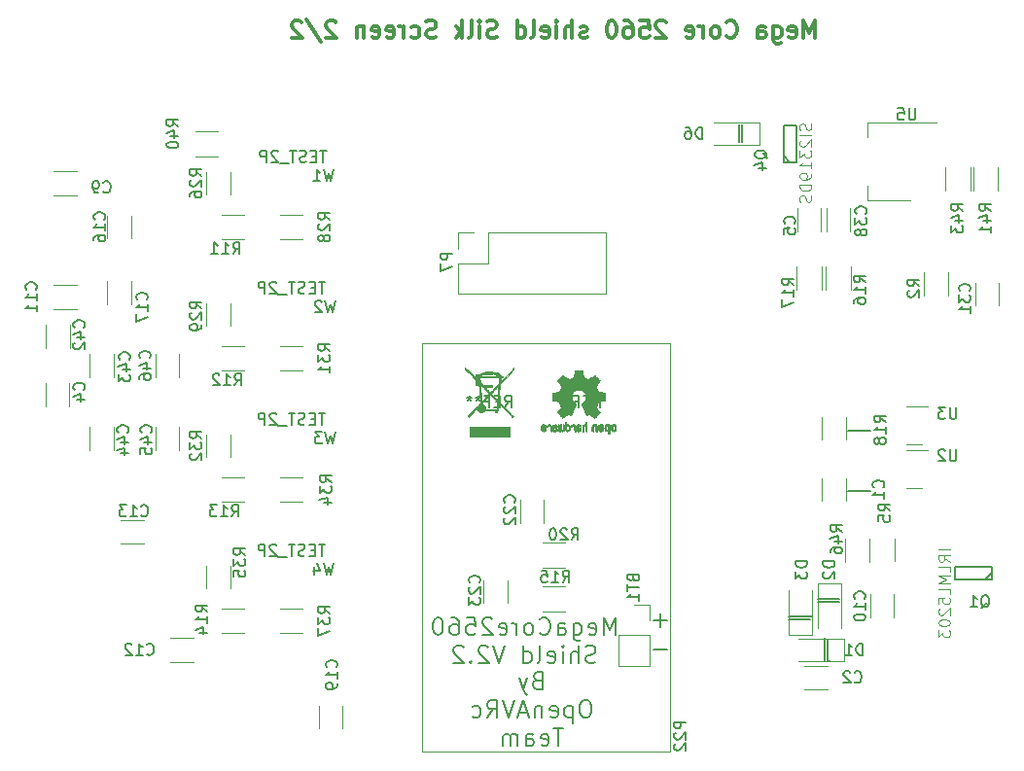
<source format=gbr>
G04 #@! TF.GenerationSoftware,KiCad,Pcbnew,(5.1.5)-3*
G04 #@! TF.CreationDate,2020-06-20T18:26:06+02:00*
G04 #@! TF.ProjectId,Mega_2560 core mini_full_2.2,4d656761-5f32-4353-9630-20636f726520,2.2*
G04 #@! TF.SameCoordinates,Original*
G04 #@! TF.FileFunction,Legend,Bot*
G04 #@! TF.FilePolarity,Positive*
%FSLAX46Y46*%
G04 Gerber Fmt 4.6, Leading zero omitted, Abs format (unit mm)*
G04 Created by KiCad (PCBNEW (5.1.5)-3) date 2020-06-20 18:26:06*
%MOMM*%
%LPD*%
G04 APERTURE LIST*
%ADD10C,0.150000*%
%ADD11C,0.210000*%
%ADD12C,0.300000*%
%ADD13C,0.010000*%
%ADD14C,0.120000*%
%ADD15C,0.100000*%
G04 APERTURE END LIST*
D10*
X214091520Y-97566480D02*
X212186520Y-97566480D01*
X214091520Y-92359480D02*
X212186520Y-92359480D01*
X210154520Y-110393480D02*
X210154520Y-112298480D01*
X210535520Y-112298480D02*
X210535520Y-112425480D01*
X210408520Y-110520480D02*
X210408520Y-112298480D01*
X211424520Y-107218480D02*
X209519520Y-107218480D01*
X209519520Y-106964480D02*
X211424520Y-106964480D01*
X206979520Y-108742480D02*
X208884520Y-108742480D01*
X209011520Y-108488480D02*
X206979520Y-108488480D01*
X202915520Y-67213480D02*
X202915520Y-65689480D01*
X202661520Y-67213480D02*
X202661520Y-65689480D01*
D11*
X195232091Y-111389622D02*
X196374948Y-111389622D01*
X195232091Y-108849622D02*
X196374948Y-108849622D01*
X195803520Y-109421051D02*
X195803520Y-108278194D01*
D12*
X209282520Y-58113051D02*
X209282520Y-56613051D01*
X208782520Y-57684480D01*
X208282520Y-56613051D01*
X208282520Y-58113051D01*
X206996805Y-58041622D02*
X207139662Y-58113051D01*
X207425377Y-58113051D01*
X207568234Y-58041622D01*
X207639662Y-57898765D01*
X207639662Y-57327337D01*
X207568234Y-57184480D01*
X207425377Y-57113051D01*
X207139662Y-57113051D01*
X206996805Y-57184480D01*
X206925377Y-57327337D01*
X206925377Y-57470194D01*
X207639662Y-57613051D01*
X205639662Y-57113051D02*
X205639662Y-58327337D01*
X205711091Y-58470194D01*
X205782520Y-58541622D01*
X205925377Y-58613051D01*
X206139662Y-58613051D01*
X206282520Y-58541622D01*
X205639662Y-58041622D02*
X205782520Y-58113051D01*
X206068234Y-58113051D01*
X206211091Y-58041622D01*
X206282520Y-57970194D01*
X206353948Y-57827337D01*
X206353948Y-57398765D01*
X206282520Y-57255908D01*
X206211091Y-57184480D01*
X206068234Y-57113051D01*
X205782520Y-57113051D01*
X205639662Y-57184480D01*
X204282520Y-58113051D02*
X204282520Y-57327337D01*
X204353948Y-57184480D01*
X204496805Y-57113051D01*
X204782520Y-57113051D01*
X204925377Y-57184480D01*
X204282520Y-58041622D02*
X204425377Y-58113051D01*
X204782520Y-58113051D01*
X204925377Y-58041622D01*
X204996805Y-57898765D01*
X204996805Y-57755908D01*
X204925377Y-57613051D01*
X204782520Y-57541622D01*
X204425377Y-57541622D01*
X204282520Y-57470194D01*
X201568234Y-57970194D02*
X201639662Y-58041622D01*
X201853948Y-58113051D01*
X201996805Y-58113051D01*
X202211091Y-58041622D01*
X202353948Y-57898765D01*
X202425377Y-57755908D01*
X202496805Y-57470194D01*
X202496805Y-57255908D01*
X202425377Y-56970194D01*
X202353948Y-56827337D01*
X202211091Y-56684480D01*
X201996805Y-56613051D01*
X201853948Y-56613051D01*
X201639662Y-56684480D01*
X201568234Y-56755908D01*
X200711091Y-58113051D02*
X200853948Y-58041622D01*
X200925377Y-57970194D01*
X200996805Y-57827337D01*
X200996805Y-57398765D01*
X200925377Y-57255908D01*
X200853948Y-57184480D01*
X200711091Y-57113051D01*
X200496805Y-57113051D01*
X200353948Y-57184480D01*
X200282520Y-57255908D01*
X200211091Y-57398765D01*
X200211091Y-57827337D01*
X200282520Y-57970194D01*
X200353948Y-58041622D01*
X200496805Y-58113051D01*
X200711091Y-58113051D01*
X199568234Y-58113051D02*
X199568234Y-57113051D01*
X199568234Y-57398765D02*
X199496805Y-57255908D01*
X199425377Y-57184480D01*
X199282520Y-57113051D01*
X199139662Y-57113051D01*
X198068234Y-58041622D02*
X198211091Y-58113051D01*
X198496805Y-58113051D01*
X198639662Y-58041622D01*
X198711091Y-57898765D01*
X198711091Y-57327337D01*
X198639662Y-57184480D01*
X198496805Y-57113051D01*
X198211091Y-57113051D01*
X198068234Y-57184480D01*
X197996805Y-57327337D01*
X197996805Y-57470194D01*
X198711091Y-57613051D01*
X196282520Y-56755908D02*
X196211091Y-56684480D01*
X196068234Y-56613051D01*
X195711091Y-56613051D01*
X195568234Y-56684480D01*
X195496805Y-56755908D01*
X195425377Y-56898765D01*
X195425377Y-57041622D01*
X195496805Y-57255908D01*
X196353948Y-58113051D01*
X195425377Y-58113051D01*
X194068234Y-56613051D02*
X194782520Y-56613051D01*
X194853948Y-57327337D01*
X194782520Y-57255908D01*
X194639662Y-57184480D01*
X194282520Y-57184480D01*
X194139662Y-57255908D01*
X194068234Y-57327337D01*
X193996805Y-57470194D01*
X193996805Y-57827337D01*
X194068234Y-57970194D01*
X194139662Y-58041622D01*
X194282520Y-58113051D01*
X194639662Y-58113051D01*
X194782520Y-58041622D01*
X194853948Y-57970194D01*
X192711091Y-56613051D02*
X192996805Y-56613051D01*
X193139662Y-56684480D01*
X193211091Y-56755908D01*
X193353948Y-56970194D01*
X193425377Y-57255908D01*
X193425377Y-57827337D01*
X193353948Y-57970194D01*
X193282520Y-58041622D01*
X193139662Y-58113051D01*
X192853948Y-58113051D01*
X192711091Y-58041622D01*
X192639662Y-57970194D01*
X192568234Y-57827337D01*
X192568234Y-57470194D01*
X192639662Y-57327337D01*
X192711091Y-57255908D01*
X192853948Y-57184480D01*
X193139662Y-57184480D01*
X193282520Y-57255908D01*
X193353948Y-57327337D01*
X193425377Y-57470194D01*
X191639662Y-56613051D02*
X191496805Y-56613051D01*
X191353948Y-56684480D01*
X191282520Y-56755908D01*
X191211091Y-56898765D01*
X191139662Y-57184480D01*
X191139662Y-57541622D01*
X191211091Y-57827337D01*
X191282520Y-57970194D01*
X191353948Y-58041622D01*
X191496805Y-58113051D01*
X191639662Y-58113051D01*
X191782520Y-58041622D01*
X191853948Y-57970194D01*
X191925377Y-57827337D01*
X191996805Y-57541622D01*
X191996805Y-57184480D01*
X191925377Y-56898765D01*
X191853948Y-56755908D01*
X191782520Y-56684480D01*
X191639662Y-56613051D01*
X189425377Y-58041622D02*
X189282520Y-58113051D01*
X188996805Y-58113051D01*
X188853948Y-58041622D01*
X188782520Y-57898765D01*
X188782520Y-57827337D01*
X188853948Y-57684480D01*
X188996805Y-57613051D01*
X189211091Y-57613051D01*
X189353948Y-57541622D01*
X189425377Y-57398765D01*
X189425377Y-57327337D01*
X189353948Y-57184480D01*
X189211091Y-57113051D01*
X188996805Y-57113051D01*
X188853948Y-57184480D01*
X188139662Y-58113051D02*
X188139662Y-56613051D01*
X187496805Y-58113051D02*
X187496805Y-57327337D01*
X187568234Y-57184480D01*
X187711091Y-57113051D01*
X187925377Y-57113051D01*
X188068234Y-57184480D01*
X188139662Y-57255908D01*
X186782520Y-58113051D02*
X186782520Y-57113051D01*
X186782520Y-56613051D02*
X186853948Y-56684480D01*
X186782520Y-56755908D01*
X186711091Y-56684480D01*
X186782520Y-56613051D01*
X186782520Y-56755908D01*
X185496805Y-58041622D02*
X185639662Y-58113051D01*
X185925377Y-58113051D01*
X186068234Y-58041622D01*
X186139662Y-57898765D01*
X186139662Y-57327337D01*
X186068234Y-57184480D01*
X185925377Y-57113051D01*
X185639662Y-57113051D01*
X185496805Y-57184480D01*
X185425377Y-57327337D01*
X185425377Y-57470194D01*
X186139662Y-57613051D01*
X184568234Y-58113051D02*
X184711091Y-58041622D01*
X184782520Y-57898765D01*
X184782520Y-56613051D01*
X183353948Y-58113051D02*
X183353948Y-56613051D01*
X183353948Y-58041622D02*
X183496805Y-58113051D01*
X183782520Y-58113051D01*
X183925377Y-58041622D01*
X183996805Y-57970194D01*
X184068234Y-57827337D01*
X184068234Y-57398765D01*
X183996805Y-57255908D01*
X183925377Y-57184480D01*
X183782520Y-57113051D01*
X183496805Y-57113051D01*
X183353948Y-57184480D01*
X181568234Y-58041622D02*
X181353948Y-58113051D01*
X180996805Y-58113051D01*
X180853948Y-58041622D01*
X180782520Y-57970194D01*
X180711091Y-57827337D01*
X180711091Y-57684480D01*
X180782520Y-57541622D01*
X180853948Y-57470194D01*
X180996805Y-57398765D01*
X181282520Y-57327337D01*
X181425377Y-57255908D01*
X181496805Y-57184480D01*
X181568234Y-57041622D01*
X181568234Y-56898765D01*
X181496805Y-56755908D01*
X181425377Y-56684480D01*
X181282520Y-56613051D01*
X180925377Y-56613051D01*
X180711091Y-56684480D01*
X180068234Y-58113051D02*
X180068234Y-57113051D01*
X180068234Y-56613051D02*
X180139662Y-56684480D01*
X180068234Y-56755908D01*
X179996805Y-56684480D01*
X180068234Y-56613051D01*
X180068234Y-56755908D01*
X179139662Y-58113051D02*
X179282520Y-58041622D01*
X179353948Y-57898765D01*
X179353948Y-56613051D01*
X178568234Y-58113051D02*
X178568234Y-56613051D01*
X178425377Y-57541622D02*
X177996805Y-58113051D01*
X177996805Y-57113051D02*
X178568234Y-57684480D01*
X176282520Y-58041622D02*
X176068234Y-58113051D01*
X175711091Y-58113051D01*
X175568234Y-58041622D01*
X175496805Y-57970194D01*
X175425377Y-57827337D01*
X175425377Y-57684480D01*
X175496805Y-57541622D01*
X175568234Y-57470194D01*
X175711091Y-57398765D01*
X175996805Y-57327337D01*
X176139662Y-57255908D01*
X176211091Y-57184480D01*
X176282520Y-57041622D01*
X176282520Y-56898765D01*
X176211091Y-56755908D01*
X176139662Y-56684480D01*
X175996805Y-56613051D01*
X175639662Y-56613051D01*
X175425377Y-56684480D01*
X174139662Y-58041622D02*
X174282520Y-58113051D01*
X174568234Y-58113051D01*
X174711091Y-58041622D01*
X174782520Y-57970194D01*
X174853948Y-57827337D01*
X174853948Y-57398765D01*
X174782520Y-57255908D01*
X174711091Y-57184480D01*
X174568234Y-57113051D01*
X174282520Y-57113051D01*
X174139662Y-57184480D01*
X173496805Y-58113051D02*
X173496805Y-57113051D01*
X173496805Y-57398765D02*
X173425377Y-57255908D01*
X173353948Y-57184480D01*
X173211091Y-57113051D01*
X173068234Y-57113051D01*
X171996805Y-58041622D02*
X172139662Y-58113051D01*
X172425377Y-58113051D01*
X172568234Y-58041622D01*
X172639662Y-57898765D01*
X172639662Y-57327337D01*
X172568234Y-57184480D01*
X172425377Y-57113051D01*
X172139662Y-57113051D01*
X171996805Y-57184480D01*
X171925377Y-57327337D01*
X171925377Y-57470194D01*
X172639662Y-57613051D01*
X170711091Y-58041622D02*
X170853948Y-58113051D01*
X171139662Y-58113051D01*
X171282520Y-58041622D01*
X171353948Y-57898765D01*
X171353948Y-57327337D01*
X171282520Y-57184480D01*
X171139662Y-57113051D01*
X170853948Y-57113051D01*
X170711091Y-57184480D01*
X170639662Y-57327337D01*
X170639662Y-57470194D01*
X171353948Y-57613051D01*
X169996805Y-57113051D02*
X169996805Y-58113051D01*
X169996805Y-57255908D02*
X169925377Y-57184480D01*
X169782520Y-57113051D01*
X169568234Y-57113051D01*
X169425377Y-57184480D01*
X169353948Y-57327337D01*
X169353948Y-58113051D01*
X167568234Y-56755908D02*
X167496805Y-56684480D01*
X167353948Y-56613051D01*
X166996805Y-56613051D01*
X166853948Y-56684480D01*
X166782520Y-56755908D01*
X166711091Y-56898765D01*
X166711091Y-57041622D01*
X166782520Y-57255908D01*
X167639662Y-58113051D01*
X166711091Y-58113051D01*
X164996805Y-56541622D02*
X166282520Y-58470194D01*
X164568234Y-56755908D02*
X164496805Y-56684480D01*
X164353948Y-56613051D01*
X163996805Y-56613051D01*
X163853948Y-56684480D01*
X163782520Y-56755908D01*
X163711091Y-56898765D01*
X163711091Y-57041622D01*
X163782520Y-57255908D01*
X164639662Y-58113051D01*
X163711091Y-58113051D01*
D11*
X185091805Y-114049337D02*
X184877520Y-114120765D01*
X184806091Y-114192194D01*
X184734662Y-114335051D01*
X184734662Y-114549337D01*
X184806091Y-114692194D01*
X184877520Y-114763622D01*
X185020377Y-114835051D01*
X185591805Y-114835051D01*
X185591805Y-113335051D01*
X185091805Y-113335051D01*
X184948948Y-113406480D01*
X184877520Y-113477908D01*
X184806091Y-113620765D01*
X184806091Y-113763622D01*
X184877520Y-113906480D01*
X184948948Y-113977908D01*
X185091805Y-114049337D01*
X185591805Y-114049337D01*
X184234662Y-113835051D02*
X183877520Y-114835051D01*
X183520377Y-113835051D02*
X183877520Y-114835051D01*
X184020377Y-115192194D01*
X184091805Y-115263622D01*
X184234662Y-115335051D01*
X189448948Y-115795051D02*
X189163234Y-115795051D01*
X189020377Y-115866480D01*
X188877520Y-116009337D01*
X188806091Y-116295051D01*
X188806091Y-116795051D01*
X188877520Y-117080765D01*
X189020377Y-117223622D01*
X189163234Y-117295051D01*
X189448948Y-117295051D01*
X189591805Y-117223622D01*
X189734662Y-117080765D01*
X189806091Y-116795051D01*
X189806091Y-116295051D01*
X189734662Y-116009337D01*
X189591805Y-115866480D01*
X189448948Y-115795051D01*
X188163234Y-116295051D02*
X188163234Y-117795051D01*
X188163234Y-116366480D02*
X188020377Y-116295051D01*
X187734662Y-116295051D01*
X187591805Y-116366480D01*
X187520377Y-116437908D01*
X187448948Y-116580765D01*
X187448948Y-117009337D01*
X187520377Y-117152194D01*
X187591805Y-117223622D01*
X187734662Y-117295051D01*
X188020377Y-117295051D01*
X188163234Y-117223622D01*
X186234662Y-117223622D02*
X186377520Y-117295051D01*
X186663234Y-117295051D01*
X186806091Y-117223622D01*
X186877520Y-117080765D01*
X186877520Y-116509337D01*
X186806091Y-116366480D01*
X186663234Y-116295051D01*
X186377520Y-116295051D01*
X186234662Y-116366480D01*
X186163234Y-116509337D01*
X186163234Y-116652194D01*
X186877520Y-116795051D01*
X185520377Y-116295051D02*
X185520377Y-117295051D01*
X185520377Y-116437908D02*
X185448948Y-116366480D01*
X185306091Y-116295051D01*
X185091805Y-116295051D01*
X184948948Y-116366480D01*
X184877520Y-116509337D01*
X184877520Y-117295051D01*
X184234662Y-116866480D02*
X183520377Y-116866480D01*
X184377520Y-117295051D02*
X183877520Y-115795051D01*
X183377520Y-117295051D01*
X183091805Y-115795051D02*
X182591805Y-117295051D01*
X182091805Y-115795051D01*
X180734662Y-117295051D02*
X181234662Y-116580765D01*
X181591805Y-117295051D02*
X181591805Y-115795051D01*
X181020377Y-115795051D01*
X180877520Y-115866480D01*
X180806091Y-115937908D01*
X180734662Y-116080765D01*
X180734662Y-116295051D01*
X180806091Y-116437908D01*
X180877520Y-116509337D01*
X181020377Y-116580765D01*
X181591805Y-116580765D01*
X179448948Y-117223622D02*
X179591805Y-117295051D01*
X179877520Y-117295051D01*
X180020377Y-117223622D01*
X180091805Y-117152194D01*
X180163234Y-117009337D01*
X180163234Y-116580765D01*
X180091805Y-116437908D01*
X180020377Y-116366480D01*
X179877520Y-116295051D01*
X179591805Y-116295051D01*
X179448948Y-116366480D01*
X187377520Y-118255051D02*
X186520377Y-118255051D01*
X186948948Y-119755051D02*
X186948948Y-118255051D01*
X185448948Y-119683622D02*
X185591805Y-119755051D01*
X185877520Y-119755051D01*
X186020377Y-119683622D01*
X186091805Y-119540765D01*
X186091805Y-118969337D01*
X186020377Y-118826480D01*
X185877520Y-118755051D01*
X185591805Y-118755051D01*
X185448948Y-118826480D01*
X185377520Y-118969337D01*
X185377520Y-119112194D01*
X186091805Y-119255051D01*
X184091805Y-119755051D02*
X184091805Y-118969337D01*
X184163234Y-118826480D01*
X184306091Y-118755051D01*
X184591805Y-118755051D01*
X184734662Y-118826480D01*
X184091805Y-119683622D02*
X184234662Y-119755051D01*
X184591805Y-119755051D01*
X184734662Y-119683622D01*
X184806091Y-119540765D01*
X184806091Y-119397908D01*
X184734662Y-119255051D01*
X184591805Y-119183622D01*
X184234662Y-119183622D01*
X184091805Y-119112194D01*
X183377520Y-119755051D02*
X183377520Y-118755051D01*
X183377520Y-118897908D02*
X183306091Y-118826480D01*
X183163234Y-118755051D01*
X182948948Y-118755051D01*
X182806091Y-118826480D01*
X182734662Y-118969337D01*
X182734662Y-119755051D01*
X182734662Y-118969337D02*
X182663234Y-118826480D01*
X182520377Y-118755051D01*
X182306091Y-118755051D01*
X182163234Y-118826480D01*
X182091805Y-118969337D01*
X182091805Y-119755051D01*
X191885377Y-110096051D02*
X191885377Y-108596051D01*
X191385377Y-109667480D01*
X190885377Y-108596051D01*
X190885377Y-110096051D01*
X189599662Y-110024622D02*
X189742520Y-110096051D01*
X190028234Y-110096051D01*
X190171091Y-110024622D01*
X190242520Y-109881765D01*
X190242520Y-109310337D01*
X190171091Y-109167480D01*
X190028234Y-109096051D01*
X189742520Y-109096051D01*
X189599662Y-109167480D01*
X189528234Y-109310337D01*
X189528234Y-109453194D01*
X190242520Y-109596051D01*
X188242520Y-109096051D02*
X188242520Y-110310337D01*
X188313948Y-110453194D01*
X188385377Y-110524622D01*
X188528234Y-110596051D01*
X188742520Y-110596051D01*
X188885377Y-110524622D01*
X188242520Y-110024622D02*
X188385377Y-110096051D01*
X188671091Y-110096051D01*
X188813948Y-110024622D01*
X188885377Y-109953194D01*
X188956805Y-109810337D01*
X188956805Y-109381765D01*
X188885377Y-109238908D01*
X188813948Y-109167480D01*
X188671091Y-109096051D01*
X188385377Y-109096051D01*
X188242520Y-109167480D01*
X186885377Y-110096051D02*
X186885377Y-109310337D01*
X186956805Y-109167480D01*
X187099662Y-109096051D01*
X187385377Y-109096051D01*
X187528234Y-109167480D01*
X186885377Y-110024622D02*
X187028234Y-110096051D01*
X187385377Y-110096051D01*
X187528234Y-110024622D01*
X187599662Y-109881765D01*
X187599662Y-109738908D01*
X187528234Y-109596051D01*
X187385377Y-109524622D01*
X187028234Y-109524622D01*
X186885377Y-109453194D01*
X185313948Y-109953194D02*
X185385377Y-110024622D01*
X185599662Y-110096051D01*
X185742520Y-110096051D01*
X185956805Y-110024622D01*
X186099662Y-109881765D01*
X186171091Y-109738908D01*
X186242520Y-109453194D01*
X186242520Y-109238908D01*
X186171091Y-108953194D01*
X186099662Y-108810337D01*
X185956805Y-108667480D01*
X185742520Y-108596051D01*
X185599662Y-108596051D01*
X185385377Y-108667480D01*
X185313948Y-108738908D01*
X184456805Y-110096051D02*
X184599662Y-110024622D01*
X184671091Y-109953194D01*
X184742520Y-109810337D01*
X184742520Y-109381765D01*
X184671091Y-109238908D01*
X184599662Y-109167480D01*
X184456805Y-109096051D01*
X184242520Y-109096051D01*
X184099662Y-109167480D01*
X184028234Y-109238908D01*
X183956805Y-109381765D01*
X183956805Y-109810337D01*
X184028234Y-109953194D01*
X184099662Y-110024622D01*
X184242520Y-110096051D01*
X184456805Y-110096051D01*
X183313948Y-110096051D02*
X183313948Y-109096051D01*
X183313948Y-109381765D02*
X183242520Y-109238908D01*
X183171091Y-109167480D01*
X183028234Y-109096051D01*
X182885377Y-109096051D01*
X181813948Y-110024622D02*
X181956805Y-110096051D01*
X182242520Y-110096051D01*
X182385377Y-110024622D01*
X182456805Y-109881765D01*
X182456805Y-109310337D01*
X182385377Y-109167480D01*
X182242520Y-109096051D01*
X181956805Y-109096051D01*
X181813948Y-109167480D01*
X181742520Y-109310337D01*
X181742520Y-109453194D01*
X182456805Y-109596051D01*
X181171091Y-108738908D02*
X181099662Y-108667480D01*
X180956805Y-108596051D01*
X180599662Y-108596051D01*
X180456805Y-108667480D01*
X180385377Y-108738908D01*
X180313948Y-108881765D01*
X180313948Y-109024622D01*
X180385377Y-109238908D01*
X181242520Y-110096051D01*
X180313948Y-110096051D01*
X178956805Y-108596051D02*
X179671091Y-108596051D01*
X179742520Y-109310337D01*
X179671091Y-109238908D01*
X179528234Y-109167480D01*
X179171091Y-109167480D01*
X179028234Y-109238908D01*
X178956805Y-109310337D01*
X178885377Y-109453194D01*
X178885377Y-109810337D01*
X178956805Y-109953194D01*
X179028234Y-110024622D01*
X179171091Y-110096051D01*
X179528234Y-110096051D01*
X179671091Y-110024622D01*
X179742520Y-109953194D01*
X177599662Y-108596051D02*
X177885377Y-108596051D01*
X178028234Y-108667480D01*
X178099662Y-108738908D01*
X178242520Y-108953194D01*
X178313948Y-109238908D01*
X178313948Y-109810337D01*
X178242520Y-109953194D01*
X178171091Y-110024622D01*
X178028234Y-110096051D01*
X177742520Y-110096051D01*
X177599662Y-110024622D01*
X177528234Y-109953194D01*
X177456805Y-109810337D01*
X177456805Y-109453194D01*
X177528234Y-109310337D01*
X177599662Y-109238908D01*
X177742520Y-109167480D01*
X178028234Y-109167480D01*
X178171091Y-109238908D01*
X178242520Y-109310337D01*
X178313948Y-109453194D01*
X176528234Y-108596051D02*
X176385377Y-108596051D01*
X176242520Y-108667480D01*
X176171091Y-108738908D01*
X176099662Y-108881765D01*
X176028234Y-109167480D01*
X176028234Y-109524622D01*
X176099662Y-109810337D01*
X176171091Y-109953194D01*
X176242520Y-110024622D01*
X176385377Y-110096051D01*
X176528234Y-110096051D01*
X176671091Y-110024622D01*
X176742520Y-109953194D01*
X176813948Y-109810337D01*
X176885377Y-109524622D01*
X176885377Y-109167480D01*
X176813948Y-108881765D01*
X176742520Y-108738908D01*
X176671091Y-108667480D01*
X176528234Y-108596051D01*
X190171091Y-112484622D02*
X189956805Y-112556051D01*
X189599662Y-112556051D01*
X189456805Y-112484622D01*
X189385377Y-112413194D01*
X189313948Y-112270337D01*
X189313948Y-112127480D01*
X189385377Y-111984622D01*
X189456805Y-111913194D01*
X189599662Y-111841765D01*
X189885377Y-111770337D01*
X190028234Y-111698908D01*
X190099662Y-111627480D01*
X190171091Y-111484622D01*
X190171091Y-111341765D01*
X190099662Y-111198908D01*
X190028234Y-111127480D01*
X189885377Y-111056051D01*
X189528234Y-111056051D01*
X189313948Y-111127480D01*
X188671091Y-112556051D02*
X188671091Y-111056051D01*
X188028234Y-112556051D02*
X188028234Y-111770337D01*
X188099662Y-111627480D01*
X188242520Y-111556051D01*
X188456805Y-111556051D01*
X188599662Y-111627480D01*
X188671091Y-111698908D01*
X187313948Y-112556051D02*
X187313948Y-111556051D01*
X187313948Y-111056051D02*
X187385377Y-111127480D01*
X187313948Y-111198908D01*
X187242520Y-111127480D01*
X187313948Y-111056051D01*
X187313948Y-111198908D01*
X186028234Y-112484622D02*
X186171091Y-112556051D01*
X186456805Y-112556051D01*
X186599662Y-112484622D01*
X186671091Y-112341765D01*
X186671091Y-111770337D01*
X186599662Y-111627480D01*
X186456805Y-111556051D01*
X186171091Y-111556051D01*
X186028234Y-111627480D01*
X185956805Y-111770337D01*
X185956805Y-111913194D01*
X186671091Y-112056051D01*
X185099662Y-112556051D02*
X185242520Y-112484622D01*
X185313948Y-112341765D01*
X185313948Y-111056051D01*
X183885377Y-112556051D02*
X183885377Y-111056051D01*
X183885377Y-112484622D02*
X184028234Y-112556051D01*
X184313948Y-112556051D01*
X184456805Y-112484622D01*
X184528234Y-112413194D01*
X184599662Y-112270337D01*
X184599662Y-111841765D01*
X184528234Y-111698908D01*
X184456805Y-111627480D01*
X184313948Y-111556051D01*
X184028234Y-111556051D01*
X183885377Y-111627480D01*
X182242520Y-111056051D02*
X181742520Y-112556051D01*
X181242520Y-111056051D01*
X180813948Y-111198908D02*
X180742520Y-111127480D01*
X180599662Y-111056051D01*
X180242520Y-111056051D01*
X180099662Y-111127480D01*
X180028234Y-111198908D01*
X179956805Y-111341765D01*
X179956805Y-111484622D01*
X180028234Y-111698908D01*
X180885377Y-112556051D01*
X179956805Y-112556051D01*
X179313948Y-112413194D02*
X179242520Y-112484622D01*
X179313948Y-112556051D01*
X179385377Y-112484622D01*
X179313948Y-112413194D01*
X179313948Y-112556051D01*
X178671091Y-111198908D02*
X178599662Y-111127480D01*
X178456805Y-111056051D01*
X178099662Y-111056051D01*
X177956805Y-111127480D01*
X177885377Y-111198908D01*
X177813948Y-111341765D01*
X177813948Y-111484622D01*
X177885377Y-111698908D01*
X178742520Y-112556051D01*
X177813948Y-112556051D01*
D13*
G36*
X178820090Y-86884328D02*
G01*
X178820709Y-86971411D01*
X179272434Y-87430371D01*
X179724159Y-87889332D01*
X179724488Y-88099951D01*
X179724817Y-88310569D01*
X179999910Y-88310569D01*
X180006998Y-88364010D01*
X180009682Y-88388368D01*
X180014207Y-88434239D01*
X180020329Y-88498885D01*
X180027808Y-88579571D01*
X180036401Y-88673561D01*
X180045866Y-88778117D01*
X180055962Y-88890505D01*
X180066446Y-89007987D01*
X180077076Y-89127828D01*
X180087611Y-89247291D01*
X180097807Y-89363639D01*
X180107425Y-89474137D01*
X180116220Y-89576049D01*
X180123952Y-89666638D01*
X180130378Y-89743167D01*
X180135257Y-89802901D01*
X180138345Y-89843104D01*
X180139403Y-89861039D01*
X180139402Y-89861124D01*
X180131693Y-89875515D01*
X180108539Y-89905228D01*
X180069625Y-89950611D01*
X180014636Y-90012009D01*
X179943256Y-90089768D01*
X179855171Y-90184234D01*
X179750066Y-90295752D01*
X179627625Y-90424668D01*
X179593210Y-90460767D01*
X179047383Y-91032896D01*
X179135639Y-91120916D01*
X179207035Y-91043238D01*
X179233154Y-91015166D01*
X179273954Y-90971754D01*
X179326743Y-90915846D01*
X179388829Y-90850288D01*
X179457520Y-90777921D01*
X179530124Y-90701592D01*
X179573560Y-90656004D01*
X179655104Y-90570599D01*
X179721016Y-90502190D01*
X179772976Y-90449533D01*
X179812665Y-90411385D01*
X179841763Y-90386500D01*
X179861951Y-90373636D01*
X179874910Y-90371548D01*
X179882320Y-90378993D01*
X179885862Y-90394726D01*
X179887217Y-90417503D01*
X179887399Y-90423719D01*
X179896817Y-90466541D01*
X179920023Y-90518299D01*
X179952384Y-90570808D01*
X179989268Y-90615883D01*
X180004027Y-90629808D01*
X180079753Y-90678527D01*
X180168212Y-90705786D01*
X180246420Y-90712253D01*
X180335052Y-90700056D01*
X180416908Y-90664293D01*
X180489356Y-90606202D01*
X180502723Y-90591742D01*
X180551602Y-90536213D01*
X181397194Y-90536213D01*
X181397194Y-90712253D01*
X181623530Y-90712253D01*
X181623530Y-90630011D01*
X181626370Y-90573866D01*
X181635913Y-90534896D01*
X181647511Y-90513699D01*
X181655797Y-90498532D01*
X181662893Y-90476542D01*
X181669268Y-90444467D01*
X181675392Y-90399049D01*
X181681736Y-90337028D01*
X181688770Y-90255142D01*
X181693586Y-90194226D01*
X181715681Y-89908823D01*
X182258085Y-90458285D01*
X182356157Y-90557708D01*
X182450304Y-90653295D01*
X182538805Y-90743290D01*
X182619940Y-90825937D01*
X182691989Y-90899481D01*
X182753232Y-90962164D01*
X182801947Y-91012232D01*
X182836416Y-91047928D01*
X182854899Y-91067475D01*
X182885263Y-91098424D01*
X182910591Y-91120010D01*
X182924215Y-91127203D01*
X182941615Y-91118777D01*
X182966980Y-91097725D01*
X182975578Y-91089151D01*
X183012034Y-91051100D01*
X182811322Y-90847138D01*
X182760116Y-90795179D01*
X182694089Y-90728300D01*
X182616138Y-90649430D01*
X182529158Y-90561494D01*
X182436046Y-90467421D01*
X182339699Y-90370138D01*
X182243012Y-90272573D01*
X182173654Y-90202625D01*
X182068223Y-90096030D01*
X181979649Y-90005787D01*
X181906801Y-89930672D01*
X181848543Y-89869466D01*
X181803745Y-89820946D01*
X181781541Y-89795609D01*
X181603244Y-89795609D01*
X181580921Y-90081035D01*
X181574189Y-90164699D01*
X181567677Y-90241207D01*
X181561754Y-90306561D01*
X181556788Y-90356761D01*
X181553149Y-90387809D01*
X181551978Y-90394753D01*
X181545358Y-90423045D01*
X180595884Y-90423045D01*
X180589546Y-90344086D01*
X180570410Y-90250795D01*
X180530366Y-90168271D01*
X180471938Y-90099518D01*
X180397649Y-90047543D01*
X180314268Y-90016343D01*
X180287218Y-90001708D01*
X180273676Y-89970299D01*
X180273392Y-89968914D01*
X180271767Y-89955654D01*
X180273776Y-89942075D01*
X180281378Y-89925661D01*
X180296536Y-89903891D01*
X180321208Y-89874247D01*
X180357356Y-89834212D01*
X180406940Y-89781265D01*
X180471921Y-89712889D01*
X180476119Y-89708485D01*
X180546013Y-89635091D01*
X180620320Y-89556917D01*
X180693934Y-89479344D01*
X180761749Y-89407755D01*
X180818660Y-89347531D01*
X180831352Y-89334067D01*
X180880007Y-89283300D01*
X180923229Y-89239855D01*
X180957915Y-89206721D01*
X180980964Y-89186885D01*
X180988702Y-89182526D01*
X181000242Y-89191650D01*
X181027230Y-89216680D01*
X181067541Y-89255532D01*
X181119049Y-89306123D01*
X181179629Y-89366368D01*
X181247156Y-89434184D01*
X181302346Y-89490045D01*
X181603244Y-89795609D01*
X181781541Y-89795609D01*
X181771271Y-89783891D01*
X181749991Y-89757079D01*
X181738771Y-89739288D01*
X181736274Y-89731050D01*
X181737220Y-89713070D01*
X181740093Y-89672372D01*
X181744707Y-89611299D01*
X181750878Y-89532193D01*
X181758418Y-89437394D01*
X181767141Y-89329247D01*
X181776863Y-89210092D01*
X181787396Y-89082271D01*
X181795885Y-88980115D01*
X181843916Y-88404154D01*
X181720325Y-88404154D01*
X181719793Y-88416584D01*
X181717289Y-88451590D01*
X181713016Y-88506695D01*
X181707173Y-88579423D01*
X181699963Y-88667294D01*
X181691586Y-88767831D01*
X181682243Y-88878557D01*
X181673278Y-88983685D01*
X181663122Y-89102963D01*
X181653662Y-89215560D01*
X181645116Y-89318785D01*
X181637699Y-89409953D01*
X181631628Y-89486375D01*
X181627121Y-89545363D01*
X181624393Y-89584229D01*
X181623636Y-89599324D01*
X181622455Y-89608718D01*
X181617776Y-89612446D01*
X181607796Y-89608951D01*
X181590710Y-89596679D01*
X181564716Y-89574074D01*
X181528010Y-89539580D01*
X181478787Y-89491642D01*
X181415246Y-89428704D01*
X181347825Y-89361448D01*
X181072121Y-89085957D01*
X181074053Y-89083886D01*
X180891810Y-89083886D01*
X180883504Y-89095260D01*
X180860253Y-89122043D01*
X180824385Y-89161772D01*
X180778233Y-89211987D01*
X180724126Y-89270226D01*
X180664394Y-89334027D01*
X180601368Y-89400929D01*
X180537378Y-89468470D01*
X180474756Y-89534190D01*
X180415830Y-89595626D01*
X180362932Y-89650317D01*
X180318392Y-89695802D01*
X180284540Y-89729618D01*
X180263708Y-89749306D01*
X180258026Y-89753317D01*
X180256154Y-89740371D01*
X180252266Y-89704614D01*
X180246577Y-89648284D01*
X180239301Y-89573620D01*
X180230651Y-89482860D01*
X180220842Y-89378242D01*
X180210086Y-89262006D01*
X180198599Y-89136388D01*
X180189427Y-89035098D01*
X180177694Y-88903759D01*
X180166855Y-88780032D01*
X180157090Y-88666161D01*
X180148583Y-88564391D01*
X180141515Y-88476967D01*
X180136069Y-88406133D01*
X180132428Y-88354133D01*
X180130773Y-88323212D01*
X180130962Y-88315183D01*
X180140854Y-88322334D01*
X180166044Y-88345321D01*
X180204330Y-88381919D01*
X180253509Y-88429902D01*
X180311381Y-88487046D01*
X180375742Y-88551127D01*
X180444391Y-88619918D01*
X180515125Y-88691196D01*
X180585742Y-88762735D01*
X180654040Y-88832310D01*
X180717816Y-88897697D01*
X180774870Y-88956671D01*
X180822998Y-89007007D01*
X180859998Y-89046479D01*
X180883668Y-89072863D01*
X180891810Y-89083886D01*
X181074053Y-89083886D01*
X181174929Y-88975775D01*
X181227288Y-88919857D01*
X181286055Y-88857428D01*
X181348905Y-88790923D01*
X181413515Y-88722778D01*
X181477562Y-88655428D01*
X181538723Y-88591308D01*
X181594673Y-88532852D01*
X181643090Y-88482498D01*
X181681650Y-88442678D01*
X181708029Y-88415830D01*
X181719904Y-88404388D01*
X181720325Y-88404154D01*
X181843916Y-88404154D01*
X181855921Y-88260206D01*
X182456458Y-87628638D01*
X183056995Y-86997069D01*
X183056554Y-86908795D01*
X183056112Y-86820520D01*
X182959103Y-86924146D01*
X182904811Y-86981943D01*
X182840712Y-87049848D01*
X182768536Y-87126052D01*
X182690012Y-87208749D01*
X182606869Y-87296133D01*
X182520839Y-87386395D01*
X182433650Y-87477730D01*
X182347033Y-87568329D01*
X182262717Y-87656387D01*
X182182432Y-87740095D01*
X182107907Y-87817647D01*
X182040874Y-87887237D01*
X181983061Y-87947056D01*
X181936199Y-87995298D01*
X181902016Y-88030156D01*
X181882244Y-88049823D01*
X181877910Y-88053596D01*
X181877612Y-88040472D01*
X181879251Y-88006869D01*
X181882543Y-87957360D01*
X181887202Y-87896517D01*
X181889202Y-87872212D01*
X181904097Y-87694431D01*
X181787475Y-87694431D01*
X181781454Y-87722723D01*
X181778383Y-87745098D01*
X181774068Y-87787197D01*
X181769008Y-87843658D01*
X181763701Y-87909115D01*
X181761864Y-87933342D01*
X181756447Y-88002901D01*
X181750979Y-88067498D01*
X181746008Y-88121028D01*
X181742081Y-88157390D01*
X181741195Y-88163989D01*
X181737854Y-88177536D01*
X181730621Y-88193394D01*
X181717960Y-88213341D01*
X181698331Y-88239153D01*
X181670198Y-88272609D01*
X181632022Y-88315487D01*
X181582266Y-88369563D01*
X181519391Y-88436616D01*
X181441861Y-88518423D01*
X181362771Y-88601430D01*
X181284084Y-88683574D01*
X181210632Y-88759649D01*
X181144244Y-88827805D01*
X181086747Y-88886192D01*
X181039971Y-88932961D01*
X181005744Y-88966262D01*
X180985893Y-88984247D01*
X180981660Y-88986922D01*
X180970523Y-88977221D01*
X180944491Y-88951921D01*
X180906090Y-88913562D01*
X180857848Y-88864680D01*
X180802290Y-88807814D01*
X180762112Y-88766386D01*
X180552351Y-88549480D01*
X181170857Y-88549480D01*
X181170857Y-88310569D01*
X180416401Y-88310569D01*
X180416401Y-88417022D01*
X180278085Y-88279134D01*
X180179967Y-88181320D01*
X179988877Y-88181320D01*
X179987049Y-88196750D01*
X179977797Y-88205347D01*
X179955470Y-88209093D01*
X179914415Y-88209969D01*
X179907144Y-88209975D01*
X179825411Y-88209975D01*
X179825411Y-87990652D01*
X179907144Y-88071659D01*
X179953250Y-88120908D01*
X179980826Y-88158639D01*
X179988877Y-88181320D01*
X180179967Y-88181320D01*
X180139768Y-88141246D01*
X180139768Y-88018432D01*
X180139383Y-87961930D01*
X180137620Y-87925985D01*
X180133570Y-87906010D01*
X180126321Y-87897417D01*
X180115390Y-87895619D01*
X180103232Y-87892978D01*
X180094247Y-87882392D01*
X180087346Y-87859861D01*
X180081444Y-87821389D01*
X180075455Y-87762978D01*
X180073533Y-87741584D01*
X180069372Y-87694431D01*
X181787475Y-87694431D01*
X181904097Y-87694431D01*
X182063629Y-87694431D01*
X182063629Y-87581262D01*
X181995834Y-87581262D01*
X181956182Y-87580176D01*
X181934636Y-87574934D01*
X181932000Y-87571814D01*
X181793136Y-87571814D01*
X181785828Y-87578942D01*
X181760513Y-87581142D01*
X181743428Y-87581262D01*
X181686401Y-87581262D01*
X181473741Y-87581262D01*
X180059218Y-87581262D01*
X180107062Y-87532266D01*
X180181370Y-87471804D01*
X180273336Y-87425171D01*
X180384518Y-87391729D01*
X180494991Y-87373233D01*
X180567293Y-87364602D01*
X180567293Y-87455520D01*
X181145708Y-87455520D01*
X181145708Y-87352373D01*
X181230585Y-87360976D01*
X181289888Y-87368236D01*
X181353071Y-87377859D01*
X181390906Y-87384732D01*
X181466352Y-87399887D01*
X181470046Y-87490575D01*
X181473741Y-87581262D01*
X181686401Y-87581262D01*
X181686401Y-87530965D01*
X181688064Y-87499456D01*
X181692217Y-87481943D01*
X181693891Y-87480668D01*
X181712507Y-87488734D01*
X181739703Y-87508300D01*
X181766968Y-87532424D01*
X181785787Y-87554162D01*
X181787463Y-87556988D01*
X181793136Y-87571814D01*
X181932000Y-87571814D01*
X181924182Y-87562561D01*
X181919962Y-87549084D01*
X181902739Y-87514107D01*
X181869658Y-87472059D01*
X181826413Y-87428836D01*
X181778694Y-87390334D01*
X181747350Y-87370281D01*
X181711643Y-87348331D01*
X181693339Y-87329891D01*
X181686908Y-87308148D01*
X181686414Y-87295198D01*
X181686414Y-87292055D01*
X181045114Y-87292055D01*
X181045114Y-87354926D01*
X180667887Y-87354926D01*
X180667887Y-87292055D01*
X181045114Y-87292055D01*
X181686414Y-87292055D01*
X181686401Y-87254332D01*
X181580568Y-87254332D01*
X181531875Y-87255509D01*
X181493925Y-87258645D01*
X181472828Y-87263151D01*
X181470543Y-87264975D01*
X181457161Y-87267775D01*
X181424594Y-87266628D01*
X181378436Y-87261873D01*
X181346896Y-87257483D01*
X181289708Y-87248858D01*
X181237406Y-87241071D01*
X181198102Y-87235327D01*
X181186575Y-87233695D01*
X181156457Y-87224368D01*
X181145708Y-87209752D01*
X181142440Y-87203800D01*
X181130750Y-87199258D01*
X181107808Y-87195950D01*
X181070785Y-87193695D01*
X181016852Y-87192314D01*
X180943180Y-87191630D01*
X180856500Y-87191460D01*
X180763991Y-87191557D01*
X180693614Y-87192010D01*
X180642356Y-87193070D01*
X180607200Y-87194983D01*
X180585131Y-87197999D01*
X180573135Y-87202365D01*
X180568196Y-87208329D01*
X180567293Y-87215264D01*
X180559599Y-87237275D01*
X180534399Y-87249801D01*
X180488511Y-87254268D01*
X180480256Y-87254332D01*
X180402547Y-87262348D01*
X180314287Y-87284416D01*
X180223435Y-87317564D01*
X180137950Y-87358819D01*
X180065794Y-87405211D01*
X180056448Y-87412562D01*
X180025987Y-87436478D01*
X180007948Y-87446056D01*
X179995351Y-87442960D01*
X179982420Y-87430184D01*
X179944227Y-87405158D01*
X179894522Y-87395551D01*
X179840996Y-87400547D01*
X179791342Y-87419331D01*
X179753253Y-87451086D01*
X179750495Y-87454777D01*
X179721994Y-87514055D01*
X179716692Y-87575414D01*
X179734002Y-87633907D01*
X179773340Y-87684584D01*
X179778150Y-87688769D01*
X179806080Y-87708647D01*
X179834418Y-87717401D01*
X179874257Y-87718033D01*
X179884209Y-87717472D01*
X179923188Y-87716042D01*
X179943266Y-87719319D01*
X179950535Y-87729208D01*
X179951280Y-87738441D01*
X179952804Y-87765224D01*
X179956585Y-87805505D01*
X179959302Y-87829604D01*
X179963243Y-87867881D01*
X179961604Y-87887476D01*
X179952099Y-87894638D01*
X179935169Y-87895619D01*
X179925128Y-87892381D01*
X179908930Y-87881900D01*
X179885375Y-87863028D01*
X179853263Y-87834615D01*
X179811392Y-87795515D01*
X179758563Y-87744577D01*
X179693575Y-87680653D01*
X179615229Y-87602594D01*
X179522323Y-87509252D01*
X179413657Y-87399478D01*
X179361289Y-87346432D01*
X178819471Y-86797247D01*
X178820090Y-86884328D01*
G37*
X178820090Y-86884328D02*
X178820709Y-86971411D01*
X179272434Y-87430371D01*
X179724159Y-87889332D01*
X179724488Y-88099951D01*
X179724817Y-88310569D01*
X179999910Y-88310569D01*
X180006998Y-88364010D01*
X180009682Y-88388368D01*
X180014207Y-88434239D01*
X180020329Y-88498885D01*
X180027808Y-88579571D01*
X180036401Y-88673561D01*
X180045866Y-88778117D01*
X180055962Y-88890505D01*
X180066446Y-89007987D01*
X180077076Y-89127828D01*
X180087611Y-89247291D01*
X180097807Y-89363639D01*
X180107425Y-89474137D01*
X180116220Y-89576049D01*
X180123952Y-89666638D01*
X180130378Y-89743167D01*
X180135257Y-89802901D01*
X180138345Y-89843104D01*
X180139403Y-89861039D01*
X180139402Y-89861124D01*
X180131693Y-89875515D01*
X180108539Y-89905228D01*
X180069625Y-89950611D01*
X180014636Y-90012009D01*
X179943256Y-90089768D01*
X179855171Y-90184234D01*
X179750066Y-90295752D01*
X179627625Y-90424668D01*
X179593210Y-90460767D01*
X179047383Y-91032896D01*
X179135639Y-91120916D01*
X179207035Y-91043238D01*
X179233154Y-91015166D01*
X179273954Y-90971754D01*
X179326743Y-90915846D01*
X179388829Y-90850288D01*
X179457520Y-90777921D01*
X179530124Y-90701592D01*
X179573560Y-90656004D01*
X179655104Y-90570599D01*
X179721016Y-90502190D01*
X179772976Y-90449533D01*
X179812665Y-90411385D01*
X179841763Y-90386500D01*
X179861951Y-90373636D01*
X179874910Y-90371548D01*
X179882320Y-90378993D01*
X179885862Y-90394726D01*
X179887217Y-90417503D01*
X179887399Y-90423719D01*
X179896817Y-90466541D01*
X179920023Y-90518299D01*
X179952384Y-90570808D01*
X179989268Y-90615883D01*
X180004027Y-90629808D01*
X180079753Y-90678527D01*
X180168212Y-90705786D01*
X180246420Y-90712253D01*
X180335052Y-90700056D01*
X180416908Y-90664293D01*
X180489356Y-90606202D01*
X180502723Y-90591742D01*
X180551602Y-90536213D01*
X181397194Y-90536213D01*
X181397194Y-90712253D01*
X181623530Y-90712253D01*
X181623530Y-90630011D01*
X181626370Y-90573866D01*
X181635913Y-90534896D01*
X181647511Y-90513699D01*
X181655797Y-90498532D01*
X181662893Y-90476542D01*
X181669268Y-90444467D01*
X181675392Y-90399049D01*
X181681736Y-90337028D01*
X181688770Y-90255142D01*
X181693586Y-90194226D01*
X181715681Y-89908823D01*
X182258085Y-90458285D01*
X182356157Y-90557708D01*
X182450304Y-90653295D01*
X182538805Y-90743290D01*
X182619940Y-90825937D01*
X182691989Y-90899481D01*
X182753232Y-90962164D01*
X182801947Y-91012232D01*
X182836416Y-91047928D01*
X182854899Y-91067475D01*
X182885263Y-91098424D01*
X182910591Y-91120010D01*
X182924215Y-91127203D01*
X182941615Y-91118777D01*
X182966980Y-91097725D01*
X182975578Y-91089151D01*
X183012034Y-91051100D01*
X182811322Y-90847138D01*
X182760116Y-90795179D01*
X182694089Y-90728300D01*
X182616138Y-90649430D01*
X182529158Y-90561494D01*
X182436046Y-90467421D01*
X182339699Y-90370138D01*
X182243012Y-90272573D01*
X182173654Y-90202625D01*
X182068223Y-90096030D01*
X181979649Y-90005787D01*
X181906801Y-89930672D01*
X181848543Y-89869466D01*
X181803745Y-89820946D01*
X181781541Y-89795609D01*
X181603244Y-89795609D01*
X181580921Y-90081035D01*
X181574189Y-90164699D01*
X181567677Y-90241207D01*
X181561754Y-90306561D01*
X181556788Y-90356761D01*
X181553149Y-90387809D01*
X181551978Y-90394753D01*
X181545358Y-90423045D01*
X180595884Y-90423045D01*
X180589546Y-90344086D01*
X180570410Y-90250795D01*
X180530366Y-90168271D01*
X180471938Y-90099518D01*
X180397649Y-90047543D01*
X180314268Y-90016343D01*
X180287218Y-90001708D01*
X180273676Y-89970299D01*
X180273392Y-89968914D01*
X180271767Y-89955654D01*
X180273776Y-89942075D01*
X180281378Y-89925661D01*
X180296536Y-89903891D01*
X180321208Y-89874247D01*
X180357356Y-89834212D01*
X180406940Y-89781265D01*
X180471921Y-89712889D01*
X180476119Y-89708485D01*
X180546013Y-89635091D01*
X180620320Y-89556917D01*
X180693934Y-89479344D01*
X180761749Y-89407755D01*
X180818660Y-89347531D01*
X180831352Y-89334067D01*
X180880007Y-89283300D01*
X180923229Y-89239855D01*
X180957915Y-89206721D01*
X180980964Y-89186885D01*
X180988702Y-89182526D01*
X181000242Y-89191650D01*
X181027230Y-89216680D01*
X181067541Y-89255532D01*
X181119049Y-89306123D01*
X181179629Y-89366368D01*
X181247156Y-89434184D01*
X181302346Y-89490045D01*
X181603244Y-89795609D01*
X181781541Y-89795609D01*
X181771271Y-89783891D01*
X181749991Y-89757079D01*
X181738771Y-89739288D01*
X181736274Y-89731050D01*
X181737220Y-89713070D01*
X181740093Y-89672372D01*
X181744707Y-89611299D01*
X181750878Y-89532193D01*
X181758418Y-89437394D01*
X181767141Y-89329247D01*
X181776863Y-89210092D01*
X181787396Y-89082271D01*
X181795885Y-88980115D01*
X181843916Y-88404154D01*
X181720325Y-88404154D01*
X181719793Y-88416584D01*
X181717289Y-88451590D01*
X181713016Y-88506695D01*
X181707173Y-88579423D01*
X181699963Y-88667294D01*
X181691586Y-88767831D01*
X181682243Y-88878557D01*
X181673278Y-88983685D01*
X181663122Y-89102963D01*
X181653662Y-89215560D01*
X181645116Y-89318785D01*
X181637699Y-89409953D01*
X181631628Y-89486375D01*
X181627121Y-89545363D01*
X181624393Y-89584229D01*
X181623636Y-89599324D01*
X181622455Y-89608718D01*
X181617776Y-89612446D01*
X181607796Y-89608951D01*
X181590710Y-89596679D01*
X181564716Y-89574074D01*
X181528010Y-89539580D01*
X181478787Y-89491642D01*
X181415246Y-89428704D01*
X181347825Y-89361448D01*
X181072121Y-89085957D01*
X181074053Y-89083886D01*
X180891810Y-89083886D01*
X180883504Y-89095260D01*
X180860253Y-89122043D01*
X180824385Y-89161772D01*
X180778233Y-89211987D01*
X180724126Y-89270226D01*
X180664394Y-89334027D01*
X180601368Y-89400929D01*
X180537378Y-89468470D01*
X180474756Y-89534190D01*
X180415830Y-89595626D01*
X180362932Y-89650317D01*
X180318392Y-89695802D01*
X180284540Y-89729618D01*
X180263708Y-89749306D01*
X180258026Y-89753317D01*
X180256154Y-89740371D01*
X180252266Y-89704614D01*
X180246577Y-89648284D01*
X180239301Y-89573620D01*
X180230651Y-89482860D01*
X180220842Y-89378242D01*
X180210086Y-89262006D01*
X180198599Y-89136388D01*
X180189427Y-89035098D01*
X180177694Y-88903759D01*
X180166855Y-88780032D01*
X180157090Y-88666161D01*
X180148583Y-88564391D01*
X180141515Y-88476967D01*
X180136069Y-88406133D01*
X180132428Y-88354133D01*
X180130773Y-88323212D01*
X180130962Y-88315183D01*
X180140854Y-88322334D01*
X180166044Y-88345321D01*
X180204330Y-88381919D01*
X180253509Y-88429902D01*
X180311381Y-88487046D01*
X180375742Y-88551127D01*
X180444391Y-88619918D01*
X180515125Y-88691196D01*
X180585742Y-88762735D01*
X180654040Y-88832310D01*
X180717816Y-88897697D01*
X180774870Y-88956671D01*
X180822998Y-89007007D01*
X180859998Y-89046479D01*
X180883668Y-89072863D01*
X180891810Y-89083886D01*
X181074053Y-89083886D01*
X181174929Y-88975775D01*
X181227288Y-88919857D01*
X181286055Y-88857428D01*
X181348905Y-88790923D01*
X181413515Y-88722778D01*
X181477562Y-88655428D01*
X181538723Y-88591308D01*
X181594673Y-88532852D01*
X181643090Y-88482498D01*
X181681650Y-88442678D01*
X181708029Y-88415830D01*
X181719904Y-88404388D01*
X181720325Y-88404154D01*
X181843916Y-88404154D01*
X181855921Y-88260206D01*
X182456458Y-87628638D01*
X183056995Y-86997069D01*
X183056554Y-86908795D01*
X183056112Y-86820520D01*
X182959103Y-86924146D01*
X182904811Y-86981943D01*
X182840712Y-87049848D01*
X182768536Y-87126052D01*
X182690012Y-87208749D01*
X182606869Y-87296133D01*
X182520839Y-87386395D01*
X182433650Y-87477730D01*
X182347033Y-87568329D01*
X182262717Y-87656387D01*
X182182432Y-87740095D01*
X182107907Y-87817647D01*
X182040874Y-87887237D01*
X181983061Y-87947056D01*
X181936199Y-87995298D01*
X181902016Y-88030156D01*
X181882244Y-88049823D01*
X181877910Y-88053596D01*
X181877612Y-88040472D01*
X181879251Y-88006869D01*
X181882543Y-87957360D01*
X181887202Y-87896517D01*
X181889202Y-87872212D01*
X181904097Y-87694431D01*
X181787475Y-87694431D01*
X181781454Y-87722723D01*
X181778383Y-87745098D01*
X181774068Y-87787197D01*
X181769008Y-87843658D01*
X181763701Y-87909115D01*
X181761864Y-87933342D01*
X181756447Y-88002901D01*
X181750979Y-88067498D01*
X181746008Y-88121028D01*
X181742081Y-88157390D01*
X181741195Y-88163989D01*
X181737854Y-88177536D01*
X181730621Y-88193394D01*
X181717960Y-88213341D01*
X181698331Y-88239153D01*
X181670198Y-88272609D01*
X181632022Y-88315487D01*
X181582266Y-88369563D01*
X181519391Y-88436616D01*
X181441861Y-88518423D01*
X181362771Y-88601430D01*
X181284084Y-88683574D01*
X181210632Y-88759649D01*
X181144244Y-88827805D01*
X181086747Y-88886192D01*
X181039971Y-88932961D01*
X181005744Y-88966262D01*
X180985893Y-88984247D01*
X180981660Y-88986922D01*
X180970523Y-88977221D01*
X180944491Y-88951921D01*
X180906090Y-88913562D01*
X180857848Y-88864680D01*
X180802290Y-88807814D01*
X180762112Y-88766386D01*
X180552351Y-88549480D01*
X181170857Y-88549480D01*
X181170857Y-88310569D01*
X180416401Y-88310569D01*
X180416401Y-88417022D01*
X180278085Y-88279134D01*
X180179967Y-88181320D01*
X179988877Y-88181320D01*
X179987049Y-88196750D01*
X179977797Y-88205347D01*
X179955470Y-88209093D01*
X179914415Y-88209969D01*
X179907144Y-88209975D01*
X179825411Y-88209975D01*
X179825411Y-87990652D01*
X179907144Y-88071659D01*
X179953250Y-88120908D01*
X179980826Y-88158639D01*
X179988877Y-88181320D01*
X180179967Y-88181320D01*
X180139768Y-88141246D01*
X180139768Y-88018432D01*
X180139383Y-87961930D01*
X180137620Y-87925985D01*
X180133570Y-87906010D01*
X180126321Y-87897417D01*
X180115390Y-87895619D01*
X180103232Y-87892978D01*
X180094247Y-87882392D01*
X180087346Y-87859861D01*
X180081444Y-87821389D01*
X180075455Y-87762978D01*
X180073533Y-87741584D01*
X180069372Y-87694431D01*
X181787475Y-87694431D01*
X181904097Y-87694431D01*
X182063629Y-87694431D01*
X182063629Y-87581262D01*
X181995834Y-87581262D01*
X181956182Y-87580176D01*
X181934636Y-87574934D01*
X181932000Y-87571814D01*
X181793136Y-87571814D01*
X181785828Y-87578942D01*
X181760513Y-87581142D01*
X181743428Y-87581262D01*
X181686401Y-87581262D01*
X181473741Y-87581262D01*
X180059218Y-87581262D01*
X180107062Y-87532266D01*
X180181370Y-87471804D01*
X180273336Y-87425171D01*
X180384518Y-87391729D01*
X180494991Y-87373233D01*
X180567293Y-87364602D01*
X180567293Y-87455520D01*
X181145708Y-87455520D01*
X181145708Y-87352373D01*
X181230585Y-87360976D01*
X181289888Y-87368236D01*
X181353071Y-87377859D01*
X181390906Y-87384732D01*
X181466352Y-87399887D01*
X181470046Y-87490575D01*
X181473741Y-87581262D01*
X181686401Y-87581262D01*
X181686401Y-87530965D01*
X181688064Y-87499456D01*
X181692217Y-87481943D01*
X181693891Y-87480668D01*
X181712507Y-87488734D01*
X181739703Y-87508300D01*
X181766968Y-87532424D01*
X181785787Y-87554162D01*
X181787463Y-87556988D01*
X181793136Y-87571814D01*
X181932000Y-87571814D01*
X181924182Y-87562561D01*
X181919962Y-87549084D01*
X181902739Y-87514107D01*
X181869658Y-87472059D01*
X181826413Y-87428836D01*
X181778694Y-87390334D01*
X181747350Y-87370281D01*
X181711643Y-87348331D01*
X181693339Y-87329891D01*
X181686908Y-87308148D01*
X181686414Y-87295198D01*
X181686414Y-87292055D01*
X181045114Y-87292055D01*
X181045114Y-87354926D01*
X180667887Y-87354926D01*
X180667887Y-87292055D01*
X181045114Y-87292055D01*
X181686414Y-87292055D01*
X181686401Y-87254332D01*
X181580568Y-87254332D01*
X181531875Y-87255509D01*
X181493925Y-87258645D01*
X181472828Y-87263151D01*
X181470543Y-87264975D01*
X181457161Y-87267775D01*
X181424594Y-87266628D01*
X181378436Y-87261873D01*
X181346896Y-87257483D01*
X181289708Y-87248858D01*
X181237406Y-87241071D01*
X181198102Y-87235327D01*
X181186575Y-87233695D01*
X181156457Y-87224368D01*
X181145708Y-87209752D01*
X181142440Y-87203800D01*
X181130750Y-87199258D01*
X181107808Y-87195950D01*
X181070785Y-87193695D01*
X181016852Y-87192314D01*
X180943180Y-87191630D01*
X180856500Y-87191460D01*
X180763991Y-87191557D01*
X180693614Y-87192010D01*
X180642356Y-87193070D01*
X180607200Y-87194983D01*
X180585131Y-87197999D01*
X180573135Y-87202365D01*
X180568196Y-87208329D01*
X180567293Y-87215264D01*
X180559599Y-87237275D01*
X180534399Y-87249801D01*
X180488511Y-87254268D01*
X180480256Y-87254332D01*
X180402547Y-87262348D01*
X180314287Y-87284416D01*
X180223435Y-87317564D01*
X180137950Y-87358819D01*
X180065794Y-87405211D01*
X180056448Y-87412562D01*
X180025987Y-87436478D01*
X180007948Y-87446056D01*
X179995351Y-87442960D01*
X179982420Y-87430184D01*
X179944227Y-87405158D01*
X179894522Y-87395551D01*
X179840996Y-87400547D01*
X179791342Y-87419331D01*
X179753253Y-87451086D01*
X179750495Y-87454777D01*
X179721994Y-87514055D01*
X179716692Y-87575414D01*
X179734002Y-87633907D01*
X179773340Y-87684584D01*
X179778150Y-87688769D01*
X179806080Y-87708647D01*
X179834418Y-87717401D01*
X179874257Y-87718033D01*
X179884209Y-87717472D01*
X179923188Y-87716042D01*
X179943266Y-87719319D01*
X179950535Y-87729208D01*
X179951280Y-87738441D01*
X179952804Y-87765224D01*
X179956585Y-87805505D01*
X179959302Y-87829604D01*
X179963243Y-87867881D01*
X179961604Y-87887476D01*
X179952099Y-87894638D01*
X179935169Y-87895619D01*
X179925128Y-87892381D01*
X179908930Y-87881900D01*
X179885375Y-87863028D01*
X179853263Y-87834615D01*
X179811392Y-87795515D01*
X179758563Y-87744577D01*
X179693575Y-87680653D01*
X179615229Y-87602594D01*
X179522323Y-87509252D01*
X179413657Y-87399478D01*
X179361289Y-87346432D01*
X178819471Y-86797247D01*
X178820090Y-86884328D01*
G36*
X179196698Y-92837302D02*
G01*
X182717491Y-92837302D01*
X182717491Y-91969678D01*
X179196698Y-91969678D01*
X179196698Y-92837302D01*
G37*
X179196698Y-92837302D02*
X182717491Y-92837302D01*
X182717491Y-91969678D01*
X179196698Y-91969678D01*
X179196698Y-92837302D01*
G36*
X191091776Y-91739398D02*
G01*
X191036319Y-91767048D01*
X190987372Y-91817960D01*
X190973891Y-91836818D01*
X190959206Y-91861495D01*
X190949678Y-91888296D01*
X190944227Y-91924067D01*
X190941773Y-91975649D01*
X190941234Y-92043747D01*
X190943668Y-92137068D01*
X190952126Y-92207137D01*
X190968346Y-92259411D01*
X190994066Y-92299349D01*
X191031023Y-92332409D01*
X191033738Y-92334366D01*
X191070160Y-92354388D01*
X191114018Y-92364295D01*
X191169796Y-92366737D01*
X191260472Y-92366737D01*
X191260510Y-92454763D01*
X191261354Y-92503788D01*
X191266496Y-92532545D01*
X191279933Y-92549791D01*
X191305662Y-92564288D01*
X191311841Y-92567249D01*
X191340756Y-92581128D01*
X191363144Y-92589894D01*
X191379791Y-92590651D01*
X191391484Y-92580503D01*
X191399010Y-92556553D01*
X191403154Y-92515906D01*
X191404705Y-92455666D01*
X191404449Y-92372935D01*
X191403171Y-92264819D01*
X191402772Y-92232480D01*
X191401335Y-92121004D01*
X191400048Y-92048083D01*
X191260549Y-92048083D01*
X191259765Y-92109979D01*
X191256280Y-92150477D01*
X191248396Y-92177188D01*
X191234415Y-92197724D01*
X191224923Y-92207740D01*
X191186116Y-92237047D01*
X191151757Y-92239432D01*
X191116304Y-92215230D01*
X191115406Y-92214337D01*
X191100981Y-92195633D01*
X191092207Y-92170212D01*
X191087781Y-92131064D01*
X191086402Y-92071177D01*
X191086377Y-92057910D01*
X191089708Y-91975381D01*
X191100551Y-91918171D01*
X191120180Y-91883246D01*
X191149870Y-91867574D01*
X191167029Y-91865994D01*
X191207754Y-91873406D01*
X191235688Y-91897810D01*
X191252503Y-91942460D01*
X191259870Y-92010610D01*
X191260549Y-92048083D01*
X191400048Y-92048083D01*
X191399812Y-92034725D01*
X191397843Y-91969813D01*
X191395070Y-91922438D01*
X191391132Y-91888770D01*
X191385671Y-91864978D01*
X191378328Y-91847233D01*
X191368743Y-91831704D01*
X191364633Y-91825861D01*
X191310115Y-91770665D01*
X191241184Y-91739370D01*
X191161448Y-91730645D01*
X191091776Y-91739398D01*
G37*
X191091776Y-91739398D02*
X191036319Y-91767048D01*
X190987372Y-91817960D01*
X190973891Y-91836818D01*
X190959206Y-91861495D01*
X190949678Y-91888296D01*
X190944227Y-91924067D01*
X190941773Y-91975649D01*
X190941234Y-92043747D01*
X190943668Y-92137068D01*
X190952126Y-92207137D01*
X190968346Y-92259411D01*
X190994066Y-92299349D01*
X191031023Y-92332409D01*
X191033738Y-92334366D01*
X191070160Y-92354388D01*
X191114018Y-92364295D01*
X191169796Y-92366737D01*
X191260472Y-92366737D01*
X191260510Y-92454763D01*
X191261354Y-92503788D01*
X191266496Y-92532545D01*
X191279933Y-92549791D01*
X191305662Y-92564288D01*
X191311841Y-92567249D01*
X191340756Y-92581128D01*
X191363144Y-92589894D01*
X191379791Y-92590651D01*
X191391484Y-92580503D01*
X191399010Y-92556553D01*
X191403154Y-92515906D01*
X191404705Y-92455666D01*
X191404449Y-92372935D01*
X191403171Y-92264819D01*
X191402772Y-92232480D01*
X191401335Y-92121004D01*
X191400048Y-92048083D01*
X191260549Y-92048083D01*
X191259765Y-92109979D01*
X191256280Y-92150477D01*
X191248396Y-92177188D01*
X191234415Y-92197724D01*
X191224923Y-92207740D01*
X191186116Y-92237047D01*
X191151757Y-92239432D01*
X191116304Y-92215230D01*
X191115406Y-92214337D01*
X191100981Y-92195633D01*
X191092207Y-92170212D01*
X191087781Y-92131064D01*
X191086402Y-92071177D01*
X191086377Y-92057910D01*
X191089708Y-91975381D01*
X191100551Y-91918171D01*
X191120180Y-91883246D01*
X191149870Y-91867574D01*
X191167029Y-91865994D01*
X191207754Y-91873406D01*
X191235688Y-91897810D01*
X191252503Y-91942460D01*
X191259870Y-92010610D01*
X191260549Y-92048083D01*
X191400048Y-92048083D01*
X191399812Y-92034725D01*
X191397843Y-91969813D01*
X191395070Y-91922438D01*
X191391132Y-91888770D01*
X191385671Y-91864978D01*
X191378328Y-91847233D01*
X191368743Y-91831704D01*
X191364633Y-91825861D01*
X191310115Y-91770665D01*
X191241184Y-91739370D01*
X191161448Y-91730645D01*
X191091776Y-91739398D01*
G36*
X189975427Y-91747260D02*
G01*
X189928848Y-91774203D01*
X189896463Y-91800946D01*
X189872778Y-91828964D01*
X189856461Y-91863228D01*
X189846181Y-91908707D01*
X189840606Y-91970372D01*
X189838404Y-92053191D01*
X189838149Y-92112726D01*
X189838149Y-92331871D01*
X189899834Y-92359524D01*
X189961520Y-92387177D01*
X189968777Y-92147150D01*
X189971776Y-92057508D01*
X189974922Y-91992442D01*
X189978819Y-91947506D01*
X189984073Y-91918250D01*
X189991289Y-91900228D01*
X190001070Y-91888991D01*
X190004208Y-91886559D01*
X190051759Y-91867563D01*
X190099823Y-91875080D01*
X190128434Y-91895023D01*
X190140073Y-91909155D01*
X190148129Y-91927700D01*
X190153249Y-91955814D01*
X190156079Y-91998653D01*
X190157264Y-92061375D01*
X190157463Y-92126741D01*
X190157502Y-92208748D01*
X190158906Y-92266796D01*
X190163606Y-92305945D01*
X190173533Y-92331260D01*
X190190617Y-92347803D01*
X190216788Y-92360636D01*
X190251745Y-92373971D01*
X190289924Y-92388487D01*
X190285379Y-92130869D01*
X190283549Y-92037999D01*
X190281408Y-91969369D01*
X190278339Y-91920191D01*
X190273726Y-91885678D01*
X190266952Y-91861042D01*
X190257401Y-91841496D01*
X190245886Y-91824250D01*
X190190330Y-91769160D01*
X190122540Y-91737302D01*
X190048807Y-91729671D01*
X189975427Y-91747260D01*
G37*
X189975427Y-91747260D02*
X189928848Y-91774203D01*
X189896463Y-91800946D01*
X189872778Y-91828964D01*
X189856461Y-91863228D01*
X189846181Y-91908707D01*
X189840606Y-91970372D01*
X189838404Y-92053191D01*
X189838149Y-92112726D01*
X189838149Y-92331871D01*
X189899834Y-92359524D01*
X189961520Y-92387177D01*
X189968777Y-92147150D01*
X189971776Y-92057508D01*
X189974922Y-91992442D01*
X189978819Y-91947506D01*
X189984073Y-91918250D01*
X189991289Y-91900228D01*
X190001070Y-91888991D01*
X190004208Y-91886559D01*
X190051759Y-91867563D01*
X190099823Y-91875080D01*
X190128434Y-91895023D01*
X190140073Y-91909155D01*
X190148129Y-91927700D01*
X190153249Y-91955814D01*
X190156079Y-91998653D01*
X190157264Y-92061375D01*
X190157463Y-92126741D01*
X190157502Y-92208748D01*
X190158906Y-92266796D01*
X190163606Y-92305945D01*
X190173533Y-92331260D01*
X190190617Y-92347803D01*
X190216788Y-92360636D01*
X190251745Y-92373971D01*
X190289924Y-92388487D01*
X190285379Y-92130869D01*
X190283549Y-92037999D01*
X190281408Y-91969369D01*
X190278339Y-91920191D01*
X190273726Y-91885678D01*
X190266952Y-91861042D01*
X190257401Y-91841496D01*
X190245886Y-91824250D01*
X190190330Y-91769160D01*
X190122540Y-91737302D01*
X190048807Y-91729671D01*
X189975427Y-91747260D01*
G36*
X191650405Y-91741442D02*
G01*
X191582375Y-91777213D01*
X191532169Y-91834781D01*
X191514335Y-91871792D01*
X191500457Y-91927362D01*
X191493353Y-91997576D01*
X191492680Y-92074207D01*
X191498093Y-92149032D01*
X191509250Y-92213822D01*
X191525806Y-92260353D01*
X191530894Y-92268367D01*
X191591165Y-92328187D01*
X191662751Y-92364015D01*
X191740428Y-92374500D01*
X191818972Y-92358290D01*
X191840831Y-92348572D01*
X191883398Y-92318623D01*
X191920757Y-92278913D01*
X191924288Y-92273877D01*
X191938639Y-92249604D01*
X191948126Y-92223658D01*
X191953730Y-92189502D01*
X191956434Y-92140599D01*
X191957221Y-92070415D01*
X191957234Y-92054680D01*
X191957198Y-92049672D01*
X191812091Y-92049672D01*
X191811247Y-92115910D01*
X191807924Y-92159866D01*
X191800937Y-92188259D01*
X191789104Y-92207805D01*
X191783063Y-92214337D01*
X191748334Y-92239160D01*
X191714617Y-92238028D01*
X191680525Y-92216496D01*
X191660191Y-92193509D01*
X191648149Y-92159958D01*
X191641386Y-92107049D01*
X191640922Y-92100879D01*
X191639768Y-92004993D01*
X191651832Y-91933779D01*
X191676950Y-91887674D01*
X191714960Y-91867115D01*
X191728528Y-91865994D01*
X191764156Y-91871632D01*
X191788526Y-91891166D01*
X191803427Y-91928522D01*
X191810645Y-91987630D01*
X191812091Y-92049672D01*
X191957198Y-92049672D01*
X191956694Y-91979893D01*
X191954424Y-91927639D01*
X191949452Y-91891429D01*
X191940807Y-91864779D01*
X191927515Y-91841202D01*
X191924577Y-91836818D01*
X191875207Y-91777729D01*
X191821411Y-91743427D01*
X191755918Y-91729811D01*
X191733678Y-91729145D01*
X191650405Y-91741442D01*
G37*
X191650405Y-91741442D02*
X191582375Y-91777213D01*
X191532169Y-91834781D01*
X191514335Y-91871792D01*
X191500457Y-91927362D01*
X191493353Y-91997576D01*
X191492680Y-92074207D01*
X191498093Y-92149032D01*
X191509250Y-92213822D01*
X191525806Y-92260353D01*
X191530894Y-92268367D01*
X191591165Y-92328187D01*
X191662751Y-92364015D01*
X191740428Y-92374500D01*
X191818972Y-92358290D01*
X191840831Y-92348572D01*
X191883398Y-92318623D01*
X191920757Y-92278913D01*
X191924288Y-92273877D01*
X191938639Y-92249604D01*
X191948126Y-92223658D01*
X191953730Y-92189502D01*
X191956434Y-92140599D01*
X191957221Y-92070415D01*
X191957234Y-92054680D01*
X191957198Y-92049672D01*
X191812091Y-92049672D01*
X191811247Y-92115910D01*
X191807924Y-92159866D01*
X191800937Y-92188259D01*
X191789104Y-92207805D01*
X191783063Y-92214337D01*
X191748334Y-92239160D01*
X191714617Y-92238028D01*
X191680525Y-92216496D01*
X191660191Y-92193509D01*
X191648149Y-92159958D01*
X191641386Y-92107049D01*
X191640922Y-92100879D01*
X191639768Y-92004993D01*
X191651832Y-91933779D01*
X191676950Y-91887674D01*
X191714960Y-91867115D01*
X191728528Y-91865994D01*
X191764156Y-91871632D01*
X191788526Y-91891166D01*
X191803427Y-91928522D01*
X191810645Y-91987630D01*
X191812091Y-92049672D01*
X191957198Y-92049672D01*
X191956694Y-91979893D01*
X191954424Y-91927639D01*
X191949452Y-91891429D01*
X191940807Y-91864779D01*
X191927515Y-91841202D01*
X191924577Y-91836818D01*
X191875207Y-91777729D01*
X191821411Y-91743427D01*
X191755918Y-91729811D01*
X191733678Y-91729145D01*
X191650405Y-91741442D01*
G36*
X190523217Y-91750719D02*
G01*
X190465993Y-91789215D01*
X190421771Y-91844815D01*
X190395353Y-91915566D01*
X190390010Y-91967642D01*
X190390617Y-91989373D01*
X190395698Y-92006011D01*
X190409665Y-92020917D01*
X190436931Y-92037453D01*
X190481908Y-92058978D01*
X190549009Y-92088854D01*
X190549349Y-92089004D01*
X190611113Y-92117293D01*
X190661761Y-92142413D01*
X190696116Y-92161659D01*
X190709002Y-92172328D01*
X190709006Y-92172414D01*
X190697648Y-92195646D01*
X190671089Y-92221254D01*
X190640597Y-92239701D01*
X190625150Y-92243366D01*
X190583005Y-92230692D01*
X190546712Y-92198951D01*
X190529003Y-92164052D01*
X190511968Y-92138325D01*
X190478598Y-92109026D01*
X190439371Y-92083715D01*
X190404764Y-92069951D01*
X190397527Y-92069194D01*
X190389381Y-92081640D01*
X190388890Y-92113452D01*
X190394877Y-92156346D01*
X190406163Y-92202038D01*
X190421570Y-92242241D01*
X190422349Y-92243802D01*
X190468716Y-92308542D01*
X190528809Y-92352577D01*
X190597055Y-92374191D01*
X190667882Y-92371665D01*
X190735716Y-92343284D01*
X190738732Y-92341288D01*
X190792093Y-92292928D01*
X190827180Y-92229832D01*
X190846598Y-92146867D01*
X190849204Y-92123558D01*
X190853819Y-92013535D01*
X190848287Y-91962228D01*
X190709006Y-91962228D01*
X190707196Y-91994233D01*
X190697298Y-92003573D01*
X190672622Y-91996585D01*
X190633725Y-91980067D01*
X190590245Y-91959361D01*
X190589164Y-91958813D01*
X190552311Y-91939429D01*
X190537520Y-91926493D01*
X190541167Y-91912931D01*
X190556525Y-91895112D01*
X190595597Y-91869325D01*
X190637674Y-91867430D01*
X190675417Y-91886197D01*
X190701486Y-91922395D01*
X190709006Y-91962228D01*
X190848287Y-91962228D01*
X190844326Y-91925507D01*
X190819970Y-91855692D01*
X190786064Y-91806782D01*
X190724867Y-91757358D01*
X190657457Y-91732839D01*
X190588640Y-91731277D01*
X190523217Y-91750719D01*
G37*
X190523217Y-91750719D02*
X190465993Y-91789215D01*
X190421771Y-91844815D01*
X190395353Y-91915566D01*
X190390010Y-91967642D01*
X190390617Y-91989373D01*
X190395698Y-92006011D01*
X190409665Y-92020917D01*
X190436931Y-92037453D01*
X190481908Y-92058978D01*
X190549009Y-92088854D01*
X190549349Y-92089004D01*
X190611113Y-92117293D01*
X190661761Y-92142413D01*
X190696116Y-92161659D01*
X190709002Y-92172328D01*
X190709006Y-92172414D01*
X190697648Y-92195646D01*
X190671089Y-92221254D01*
X190640597Y-92239701D01*
X190625150Y-92243366D01*
X190583005Y-92230692D01*
X190546712Y-92198951D01*
X190529003Y-92164052D01*
X190511968Y-92138325D01*
X190478598Y-92109026D01*
X190439371Y-92083715D01*
X190404764Y-92069951D01*
X190397527Y-92069194D01*
X190389381Y-92081640D01*
X190388890Y-92113452D01*
X190394877Y-92156346D01*
X190406163Y-92202038D01*
X190421570Y-92242241D01*
X190422349Y-92243802D01*
X190468716Y-92308542D01*
X190528809Y-92352577D01*
X190597055Y-92374191D01*
X190667882Y-92371665D01*
X190735716Y-92343284D01*
X190738732Y-92341288D01*
X190792093Y-92292928D01*
X190827180Y-92229832D01*
X190846598Y-92146867D01*
X190849204Y-92123558D01*
X190853819Y-92013535D01*
X190848287Y-91962228D01*
X190709006Y-91962228D01*
X190707196Y-91994233D01*
X190697298Y-92003573D01*
X190672622Y-91996585D01*
X190633725Y-91980067D01*
X190590245Y-91959361D01*
X190589164Y-91958813D01*
X190552311Y-91939429D01*
X190537520Y-91926493D01*
X190541167Y-91912931D01*
X190556525Y-91895112D01*
X190595597Y-91869325D01*
X190637674Y-91867430D01*
X190675417Y-91886197D01*
X190701486Y-91922395D01*
X190709006Y-91962228D01*
X190848287Y-91962228D01*
X190844326Y-91925507D01*
X190819970Y-91855692D01*
X190786064Y-91806782D01*
X190724867Y-91757358D01*
X190657457Y-91732839D01*
X190588640Y-91731277D01*
X190523217Y-91750719D01*
G36*
X189315634Y-91670769D02*
G01*
X189311381Y-91730093D01*
X189306495Y-91765052D01*
X189299725Y-91780300D01*
X189289818Y-91780495D01*
X189286606Y-91778675D01*
X189243876Y-91765495D01*
X189188293Y-91766265D01*
X189131783Y-91779813D01*
X189096438Y-91797341D01*
X189060199Y-91825341D01*
X189033707Y-91857029D01*
X189015521Y-91897293D01*
X189004198Y-91951023D01*
X188998298Y-92023106D01*
X188996377Y-92118431D01*
X188996343Y-92136717D01*
X188996320Y-92342126D01*
X189042029Y-92358060D01*
X189074493Y-92368900D01*
X189092305Y-92373948D01*
X189092829Y-92373994D01*
X189094583Y-92360308D01*
X189096076Y-92322556D01*
X189097194Y-92265704D01*
X189097823Y-92194714D01*
X189097920Y-92151553D01*
X189098122Y-92066453D01*
X189099162Y-92005461D01*
X189101689Y-91963657D01*
X189106356Y-91936122D01*
X189113813Y-91917936D01*
X189124709Y-91904178D01*
X189131513Y-91897553D01*
X189178248Y-91870855D01*
X189229248Y-91868855D01*
X189275519Y-91891435D01*
X189284076Y-91899587D01*
X189296627Y-91914916D01*
X189305332Y-91933098D01*
X189310889Y-91959389D01*
X189313994Y-91999042D01*
X189315344Y-92057312D01*
X189315634Y-92137653D01*
X189315634Y-92342126D01*
X189361343Y-92358060D01*
X189393807Y-92368900D01*
X189411619Y-92373948D01*
X189412143Y-92373994D01*
X189413483Y-92360103D01*
X189414692Y-92320919D01*
X189415719Y-92260180D01*
X189416518Y-92181621D01*
X189417039Y-92088978D01*
X189417234Y-91985989D01*
X189417234Y-91588822D01*
X189370063Y-91568924D01*
X189322891Y-91549027D01*
X189315634Y-91670769D01*
G37*
X189315634Y-91670769D02*
X189311381Y-91730093D01*
X189306495Y-91765052D01*
X189299725Y-91780300D01*
X189289818Y-91780495D01*
X189286606Y-91778675D01*
X189243876Y-91765495D01*
X189188293Y-91766265D01*
X189131783Y-91779813D01*
X189096438Y-91797341D01*
X189060199Y-91825341D01*
X189033707Y-91857029D01*
X189015521Y-91897293D01*
X189004198Y-91951023D01*
X188998298Y-92023106D01*
X188996377Y-92118431D01*
X188996343Y-92136717D01*
X188996320Y-92342126D01*
X189042029Y-92358060D01*
X189074493Y-92368900D01*
X189092305Y-92373948D01*
X189092829Y-92373994D01*
X189094583Y-92360308D01*
X189096076Y-92322556D01*
X189097194Y-92265704D01*
X189097823Y-92194714D01*
X189097920Y-92151553D01*
X189098122Y-92066453D01*
X189099162Y-92005461D01*
X189101689Y-91963657D01*
X189106356Y-91936122D01*
X189113813Y-91917936D01*
X189124709Y-91904178D01*
X189131513Y-91897553D01*
X189178248Y-91870855D01*
X189229248Y-91868855D01*
X189275519Y-91891435D01*
X189284076Y-91899587D01*
X189296627Y-91914916D01*
X189305332Y-91933098D01*
X189310889Y-91959389D01*
X189313994Y-91999042D01*
X189315344Y-92057312D01*
X189315634Y-92137653D01*
X189315634Y-92342126D01*
X189361343Y-92358060D01*
X189393807Y-92368900D01*
X189411619Y-92373948D01*
X189412143Y-92373994D01*
X189413483Y-92360103D01*
X189414692Y-92320919D01*
X189415719Y-92260180D01*
X189416518Y-92181621D01*
X189417039Y-92088978D01*
X189417234Y-91985989D01*
X189417234Y-91588822D01*
X189370063Y-91568924D01*
X189322891Y-91549027D01*
X189315634Y-91670769D01*
G36*
X188651776Y-91770448D02*
G01*
X188594904Y-91791567D01*
X188594253Y-91791973D01*
X188559080Y-91817860D01*
X188533113Y-91848113D01*
X188514850Y-91887538D01*
X188502788Y-91940942D01*
X188495424Y-92013131D01*
X188491256Y-92108912D01*
X188490891Y-92122558D01*
X188485644Y-92328322D01*
X188529804Y-92351158D01*
X188561757Y-92366590D01*
X188581050Y-92373903D01*
X188581942Y-92373994D01*
X188585281Y-92360502D01*
X188587933Y-92324106D01*
X188589564Y-92270932D01*
X188589920Y-92227873D01*
X188589928Y-92158121D01*
X188593117Y-92114317D01*
X188604232Y-92093424D01*
X188628019Y-92092405D01*
X188669224Y-92108221D01*
X188731434Y-92137295D01*
X188777179Y-92161443D01*
X188800707Y-92182393D01*
X188807624Y-92205227D01*
X188807634Y-92206357D01*
X188796221Y-92245692D01*
X188762428Y-92266942D01*
X188710711Y-92270019D01*
X188673459Y-92269486D01*
X188653817Y-92280215D01*
X188641568Y-92305985D01*
X188634518Y-92338817D01*
X188644678Y-92357446D01*
X188648503Y-92360112D01*
X188684519Y-92370820D01*
X188734954Y-92372336D01*
X188786894Y-92365239D01*
X188823698Y-92352268D01*
X188874582Y-92309065D01*
X188903506Y-92248926D01*
X188909234Y-92201942D01*
X188904863Y-92159562D01*
X188889045Y-92124968D01*
X188857723Y-92094243D01*
X188806842Y-92063470D01*
X188732344Y-92028732D01*
X188727806Y-92026768D01*
X188660699Y-91995767D01*
X188619288Y-91970342D01*
X188601539Y-91947494D01*
X188605413Y-91924225D01*
X188628877Y-91897536D01*
X188635893Y-91891394D01*
X188682890Y-91867580D01*
X188731587Y-91868583D01*
X188773998Y-91891931D01*
X188802136Y-91935155D01*
X188804751Y-91943640D01*
X188830212Y-91984788D01*
X188862519Y-92004608D01*
X188909234Y-92024250D01*
X188909234Y-91973430D01*
X188895024Y-91899562D01*
X188852845Y-91831807D01*
X188830896Y-91809141D01*
X188781003Y-91780049D01*
X188717553Y-91766880D01*
X188651776Y-91770448D01*
G37*
X188651776Y-91770448D02*
X188594904Y-91791567D01*
X188594253Y-91791973D01*
X188559080Y-91817860D01*
X188533113Y-91848113D01*
X188514850Y-91887538D01*
X188502788Y-91940942D01*
X188495424Y-92013131D01*
X188491256Y-92108912D01*
X188490891Y-92122558D01*
X188485644Y-92328322D01*
X188529804Y-92351158D01*
X188561757Y-92366590D01*
X188581050Y-92373903D01*
X188581942Y-92373994D01*
X188585281Y-92360502D01*
X188587933Y-92324106D01*
X188589564Y-92270932D01*
X188589920Y-92227873D01*
X188589928Y-92158121D01*
X188593117Y-92114317D01*
X188604232Y-92093424D01*
X188628019Y-92092405D01*
X188669224Y-92108221D01*
X188731434Y-92137295D01*
X188777179Y-92161443D01*
X188800707Y-92182393D01*
X188807624Y-92205227D01*
X188807634Y-92206357D01*
X188796221Y-92245692D01*
X188762428Y-92266942D01*
X188710711Y-92270019D01*
X188673459Y-92269486D01*
X188653817Y-92280215D01*
X188641568Y-92305985D01*
X188634518Y-92338817D01*
X188644678Y-92357446D01*
X188648503Y-92360112D01*
X188684519Y-92370820D01*
X188734954Y-92372336D01*
X188786894Y-92365239D01*
X188823698Y-92352268D01*
X188874582Y-92309065D01*
X188903506Y-92248926D01*
X188909234Y-92201942D01*
X188904863Y-92159562D01*
X188889045Y-92124968D01*
X188857723Y-92094243D01*
X188806842Y-92063470D01*
X188732344Y-92028732D01*
X188727806Y-92026768D01*
X188660699Y-91995767D01*
X188619288Y-91970342D01*
X188601539Y-91947494D01*
X188605413Y-91924225D01*
X188628877Y-91897536D01*
X188635893Y-91891394D01*
X188682890Y-91867580D01*
X188731587Y-91868583D01*
X188773998Y-91891931D01*
X188802136Y-91935155D01*
X188804751Y-91943640D01*
X188830212Y-91984788D01*
X188862519Y-92004608D01*
X188909234Y-92024250D01*
X188909234Y-91973430D01*
X188895024Y-91899562D01*
X188852845Y-91831807D01*
X188830896Y-91809141D01*
X188781003Y-91780049D01*
X188717553Y-91766880D01*
X188651776Y-91770448D01*
G36*
X188161594Y-91769235D02*
G01*
X188095662Y-91793564D01*
X188042247Y-91836597D01*
X188021356Y-91866889D01*
X187998581Y-91922474D01*
X187999054Y-91962666D01*
X188022958Y-91989697D01*
X188031803Y-91994293D01*
X188069990Y-92008624D01*
X188089492Y-92004952D01*
X188096098Y-91980887D01*
X188096434Y-91967594D01*
X188108528Y-91918690D01*
X188140049Y-91884479D01*
X188183861Y-91867956D01*
X188232825Y-91872114D01*
X188272626Y-91893707D01*
X188286070Y-91906024D01*
X188295599Y-91920967D01*
X188302035Y-91943555D01*
X188306203Y-91978808D01*
X188308923Y-92031746D01*
X188311018Y-92107387D01*
X188311560Y-92131337D01*
X188313539Y-92213270D01*
X188315789Y-92270935D01*
X188319163Y-92309088D01*
X188324514Y-92332484D01*
X188332696Y-92345878D01*
X188344561Y-92354025D01*
X188352158Y-92357624D01*
X188384418Y-92369932D01*
X188403409Y-92373994D01*
X188409684Y-92360428D01*
X188413514Y-92319414D01*
X188414920Y-92250479D01*
X188413922Y-92153149D01*
X188413612Y-92138137D01*
X188411419Y-92049339D01*
X188408827Y-91984499D01*
X188405138Y-91938547D01*
X188399656Y-91906415D01*
X188391685Y-91883033D01*
X188380527Y-91863332D01*
X188374690Y-91854890D01*
X188341224Y-91817537D01*
X188303793Y-91788483D01*
X188299211Y-91785947D01*
X188232094Y-91765923D01*
X188161594Y-91769235D01*
G37*
X188161594Y-91769235D02*
X188095662Y-91793564D01*
X188042247Y-91836597D01*
X188021356Y-91866889D01*
X187998581Y-91922474D01*
X187999054Y-91962666D01*
X188022958Y-91989697D01*
X188031803Y-91994293D01*
X188069990Y-92008624D01*
X188089492Y-92004952D01*
X188096098Y-91980887D01*
X188096434Y-91967594D01*
X188108528Y-91918690D01*
X188140049Y-91884479D01*
X188183861Y-91867956D01*
X188232825Y-91872114D01*
X188272626Y-91893707D01*
X188286070Y-91906024D01*
X188295599Y-91920967D01*
X188302035Y-91943555D01*
X188306203Y-91978808D01*
X188308923Y-92031746D01*
X188311018Y-92107387D01*
X188311560Y-92131337D01*
X188313539Y-92213270D01*
X188315789Y-92270935D01*
X188319163Y-92309088D01*
X188324514Y-92332484D01*
X188332696Y-92345878D01*
X188344561Y-92354025D01*
X188352158Y-92357624D01*
X188384418Y-92369932D01*
X188403409Y-92373994D01*
X188409684Y-92360428D01*
X188413514Y-92319414D01*
X188414920Y-92250479D01*
X188413922Y-92153149D01*
X188413612Y-92138137D01*
X188411419Y-92049339D01*
X188408827Y-91984499D01*
X188405138Y-91938547D01*
X188399656Y-91906415D01*
X188391685Y-91883033D01*
X188380527Y-91863332D01*
X188374690Y-91854890D01*
X188341224Y-91817537D01*
X188303793Y-91788483D01*
X188299211Y-91785947D01*
X188232094Y-91765923D01*
X188161594Y-91769235D01*
G36*
X187501403Y-91884838D02*
G01*
X187501587Y-91993317D01*
X187502301Y-92076767D01*
X187503845Y-92139184D01*
X187506519Y-92184565D01*
X187510626Y-92216909D01*
X187516465Y-92240213D01*
X187524338Y-92258475D01*
X187530299Y-92268898D01*
X187579665Y-92325425D01*
X187642256Y-92360857D01*
X187711507Y-92373570D01*
X187780852Y-92361943D01*
X187822145Y-92341048D01*
X187865495Y-92304902D01*
X187895039Y-92260756D01*
X187912865Y-92202942D01*
X187921057Y-92125793D01*
X187922218Y-92069194D01*
X187922062Y-92065127D01*
X187820663Y-92065127D01*
X187820044Y-92130030D01*
X187817206Y-92172994D01*
X187810680Y-92201102D01*
X187798997Y-92221433D01*
X187785037Y-92236768D01*
X187738155Y-92266370D01*
X187687819Y-92268899D01*
X187640244Y-92244185D01*
X187636541Y-92240836D01*
X187620737Y-92223415D01*
X187610827Y-92202689D01*
X187605462Y-92171842D01*
X187603292Y-92124057D01*
X187602949Y-92071228D01*
X187603693Y-92004861D01*
X187606772Y-91960586D01*
X187613459Y-91931489D01*
X187625024Y-91910653D01*
X187634507Y-91899587D01*
X187678560Y-91871678D01*
X187729296Y-91868323D01*
X187777724Y-91889639D01*
X187787070Y-91897553D01*
X187802980Y-91915127D01*
X187812910Y-91936067D01*
X187818242Y-91967262D01*
X187820357Y-92015602D01*
X187820663Y-92065127D01*
X187922062Y-92065127D01*
X187918710Y-91978048D01*
X187906794Y-91909566D01*
X187884385Y-91858080D01*
X187849396Y-91817923D01*
X187822145Y-91797341D01*
X187772613Y-91775105D01*
X187715204Y-91764784D01*
X187661838Y-91767547D01*
X187631977Y-91778692D01*
X187620259Y-91781863D01*
X187612483Y-91770037D01*
X187607055Y-91738346D01*
X187602949Y-91690073D01*
X187598453Y-91636309D01*
X187592207Y-91603962D01*
X187580844Y-91585465D01*
X187560992Y-91573250D01*
X187548520Y-91567842D01*
X187501349Y-91548081D01*
X187501403Y-91884838D01*
G37*
X187501403Y-91884838D02*
X187501587Y-91993317D01*
X187502301Y-92076767D01*
X187503845Y-92139184D01*
X187506519Y-92184565D01*
X187510626Y-92216909D01*
X187516465Y-92240213D01*
X187524338Y-92258475D01*
X187530299Y-92268898D01*
X187579665Y-92325425D01*
X187642256Y-92360857D01*
X187711507Y-92373570D01*
X187780852Y-92361943D01*
X187822145Y-92341048D01*
X187865495Y-92304902D01*
X187895039Y-92260756D01*
X187912865Y-92202942D01*
X187921057Y-92125793D01*
X187922218Y-92069194D01*
X187922062Y-92065127D01*
X187820663Y-92065127D01*
X187820044Y-92130030D01*
X187817206Y-92172994D01*
X187810680Y-92201102D01*
X187798997Y-92221433D01*
X187785037Y-92236768D01*
X187738155Y-92266370D01*
X187687819Y-92268899D01*
X187640244Y-92244185D01*
X187636541Y-92240836D01*
X187620737Y-92223415D01*
X187610827Y-92202689D01*
X187605462Y-92171842D01*
X187603292Y-92124057D01*
X187602949Y-92071228D01*
X187603693Y-92004861D01*
X187606772Y-91960586D01*
X187613459Y-91931489D01*
X187625024Y-91910653D01*
X187634507Y-91899587D01*
X187678560Y-91871678D01*
X187729296Y-91868323D01*
X187777724Y-91889639D01*
X187787070Y-91897553D01*
X187802980Y-91915127D01*
X187812910Y-91936067D01*
X187818242Y-91967262D01*
X187820357Y-92015602D01*
X187820663Y-92065127D01*
X187922062Y-92065127D01*
X187918710Y-91978048D01*
X187906794Y-91909566D01*
X187884385Y-91858080D01*
X187849396Y-91817923D01*
X187822145Y-91797341D01*
X187772613Y-91775105D01*
X187715204Y-91764784D01*
X187661838Y-91767547D01*
X187631977Y-91778692D01*
X187620259Y-91781863D01*
X187612483Y-91770037D01*
X187607055Y-91738346D01*
X187602949Y-91690073D01*
X187598453Y-91636309D01*
X187592207Y-91603962D01*
X187580844Y-91585465D01*
X187560992Y-91573250D01*
X187548520Y-91567842D01*
X187501349Y-91548081D01*
X187501403Y-91884838D01*
G36*
X186911687Y-91778143D02*
G01*
X186909472Y-91816330D01*
X186907736Y-91874366D01*
X186906621Y-91947660D01*
X186906263Y-92024535D01*
X186906263Y-92284676D01*
X186952194Y-92330607D01*
X186983845Y-92358909D01*
X187011630Y-92370373D01*
X187049605Y-92369648D01*
X187064680Y-92367801D01*
X187111794Y-92362428D01*
X187150764Y-92359349D01*
X187160263Y-92359065D01*
X187192287Y-92360925D01*
X187238088Y-92365594D01*
X187255846Y-92367801D01*
X187299463Y-92371215D01*
X187328775Y-92363800D01*
X187357840Y-92340907D01*
X187368332Y-92330607D01*
X187414263Y-92284676D01*
X187414263Y-91798082D01*
X187377294Y-91781238D01*
X187345461Y-91768762D01*
X187326837Y-91764394D01*
X187322062Y-91778198D01*
X187317599Y-91816766D01*
X187313745Y-91875836D01*
X187310798Y-91951143D01*
X187309377Y-92014766D01*
X187305406Y-92265137D01*
X187270761Y-92270036D01*
X187239252Y-92266611D01*
X187223812Y-92255521D01*
X187219497Y-92234788D01*
X187215812Y-92190625D01*
X187213051Y-92128626D01*
X187211508Y-92054389D01*
X187211285Y-92016186D01*
X187211063Y-91796263D01*
X187165354Y-91780329D01*
X187133002Y-91769495D01*
X187115405Y-91764442D01*
X187114897Y-91764394D01*
X187113132Y-91778128D01*
X187111191Y-91816210D01*
X187109238Y-91873962D01*
X187107436Y-91946707D01*
X187106177Y-92014766D01*
X187102206Y-92265137D01*
X187015120Y-92265137D01*
X187011124Y-92036720D01*
X187007128Y-91808302D01*
X186964673Y-91786348D01*
X186933328Y-91771273D01*
X186914776Y-91764431D01*
X186914241Y-91764394D01*
X186911687Y-91778143D01*
G37*
X186911687Y-91778143D02*
X186909472Y-91816330D01*
X186907736Y-91874366D01*
X186906621Y-91947660D01*
X186906263Y-92024535D01*
X186906263Y-92284676D01*
X186952194Y-92330607D01*
X186983845Y-92358909D01*
X187011630Y-92370373D01*
X187049605Y-92369648D01*
X187064680Y-92367801D01*
X187111794Y-92362428D01*
X187150764Y-92359349D01*
X187160263Y-92359065D01*
X187192287Y-92360925D01*
X187238088Y-92365594D01*
X187255846Y-92367801D01*
X187299463Y-92371215D01*
X187328775Y-92363800D01*
X187357840Y-92340907D01*
X187368332Y-92330607D01*
X187414263Y-92284676D01*
X187414263Y-91798082D01*
X187377294Y-91781238D01*
X187345461Y-91768762D01*
X187326837Y-91764394D01*
X187322062Y-91778198D01*
X187317599Y-91816766D01*
X187313745Y-91875836D01*
X187310798Y-91951143D01*
X187309377Y-92014766D01*
X187305406Y-92265137D01*
X187270761Y-92270036D01*
X187239252Y-92266611D01*
X187223812Y-92255521D01*
X187219497Y-92234788D01*
X187215812Y-92190625D01*
X187213051Y-92128626D01*
X187211508Y-92054389D01*
X187211285Y-92016186D01*
X187211063Y-91796263D01*
X187165354Y-91780329D01*
X187133002Y-91769495D01*
X187115405Y-91764442D01*
X187114897Y-91764394D01*
X187113132Y-91778128D01*
X187111191Y-91816210D01*
X187109238Y-91873962D01*
X187107436Y-91946707D01*
X187106177Y-92014766D01*
X187102206Y-92265137D01*
X187015120Y-92265137D01*
X187011124Y-92036720D01*
X187007128Y-91808302D01*
X186964673Y-91786348D01*
X186933328Y-91771273D01*
X186914776Y-91764431D01*
X186914241Y-91764394D01*
X186911687Y-91778143D01*
G36*
X186546644Y-91775815D02*
G01*
X186504853Y-91794824D01*
X186472051Y-91817858D01*
X186448017Y-91843613D01*
X186431423Y-91876838D01*
X186420943Y-91922280D01*
X186415249Y-91984687D01*
X186413013Y-92068807D01*
X186412777Y-92124201D01*
X186412777Y-92340306D01*
X186449746Y-92357150D01*
X186478864Y-92369461D01*
X186493289Y-92373994D01*
X186496048Y-92360505D01*
X186498238Y-92324133D01*
X186499578Y-92271022D01*
X186499863Y-92228852D01*
X186501086Y-92167927D01*
X186504384Y-92119595D01*
X186509199Y-92089998D01*
X186513024Y-92083709D01*
X186538737Y-92090132D01*
X186579102Y-92106605D01*
X186625841Y-92128938D01*
X186670675Y-92152937D01*
X186705327Y-92174410D01*
X186721518Y-92189165D01*
X186721582Y-92189325D01*
X186720190Y-92216632D01*
X186707702Y-92242699D01*
X186685777Y-92263872D01*
X186653777Y-92270954D01*
X186626428Y-92270129D01*
X186587694Y-92269522D01*
X186567362Y-92278596D01*
X186555151Y-92302572D01*
X186553611Y-92307093D01*
X186548317Y-92341286D01*
X186562473Y-92362048D01*
X186599372Y-92371942D01*
X186639231Y-92373772D01*
X186710958Y-92360207D01*
X186748088Y-92340835D01*
X186793944Y-92295325D01*
X186818264Y-92239463D01*
X186820447Y-92180437D01*
X186799891Y-92125433D01*
X186768971Y-92090966D01*
X186738100Y-92071669D01*
X186689578Y-92047239D01*
X186633035Y-92022465D01*
X186623610Y-92018679D01*
X186561501Y-91991271D01*
X186525698Y-91967114D01*
X186514183Y-91943099D01*
X186524940Y-91916115D01*
X186543406Y-91895023D01*
X186587051Y-91869052D01*
X186635074Y-91867104D01*
X186679114Y-91887117D01*
X186710811Y-91927031D01*
X186714971Y-91937328D01*
X186739193Y-91975204D01*
X186774555Y-92003322D01*
X186819177Y-92026397D01*
X186819177Y-91960965D01*
X186816551Y-91920986D01*
X186805290Y-91889477D01*
X186780321Y-91855858D01*
X186756351Y-91829964D01*
X186719079Y-91793297D01*
X186690119Y-91773601D01*
X186659015Y-91765700D01*
X186623807Y-91764394D01*
X186546644Y-91775815D01*
G37*
X186546644Y-91775815D02*
X186504853Y-91794824D01*
X186472051Y-91817858D01*
X186448017Y-91843613D01*
X186431423Y-91876838D01*
X186420943Y-91922280D01*
X186415249Y-91984687D01*
X186413013Y-92068807D01*
X186412777Y-92124201D01*
X186412777Y-92340306D01*
X186449746Y-92357150D01*
X186478864Y-92369461D01*
X186493289Y-92373994D01*
X186496048Y-92360505D01*
X186498238Y-92324133D01*
X186499578Y-92271022D01*
X186499863Y-92228852D01*
X186501086Y-92167927D01*
X186504384Y-92119595D01*
X186509199Y-92089998D01*
X186513024Y-92083709D01*
X186538737Y-92090132D01*
X186579102Y-92106605D01*
X186625841Y-92128938D01*
X186670675Y-92152937D01*
X186705327Y-92174410D01*
X186721518Y-92189165D01*
X186721582Y-92189325D01*
X186720190Y-92216632D01*
X186707702Y-92242699D01*
X186685777Y-92263872D01*
X186653777Y-92270954D01*
X186626428Y-92270129D01*
X186587694Y-92269522D01*
X186567362Y-92278596D01*
X186555151Y-92302572D01*
X186553611Y-92307093D01*
X186548317Y-92341286D01*
X186562473Y-92362048D01*
X186599372Y-92371942D01*
X186639231Y-92373772D01*
X186710958Y-92360207D01*
X186748088Y-92340835D01*
X186793944Y-92295325D01*
X186818264Y-92239463D01*
X186820447Y-92180437D01*
X186799891Y-92125433D01*
X186768971Y-92090966D01*
X186738100Y-92071669D01*
X186689578Y-92047239D01*
X186633035Y-92022465D01*
X186623610Y-92018679D01*
X186561501Y-91991271D01*
X186525698Y-91967114D01*
X186514183Y-91943099D01*
X186524940Y-91916115D01*
X186543406Y-91895023D01*
X186587051Y-91869052D01*
X186635074Y-91867104D01*
X186679114Y-91887117D01*
X186710811Y-91927031D01*
X186714971Y-91937328D01*
X186739193Y-91975204D01*
X186774555Y-92003322D01*
X186819177Y-92026397D01*
X186819177Y-91960965D01*
X186816551Y-91920986D01*
X186805290Y-91889477D01*
X186780321Y-91855858D01*
X186756351Y-91829964D01*
X186719079Y-91793297D01*
X186690119Y-91773601D01*
X186659015Y-91765700D01*
X186623807Y-91764394D01*
X186546644Y-91775815D01*
G36*
X186038920Y-91778232D02*
G01*
X186021572Y-91785814D01*
X185980164Y-91818608D01*
X185944755Y-91866027D01*
X185922856Y-91916631D01*
X185919291Y-91941578D01*
X185931241Y-91976407D01*
X185957453Y-91994837D01*
X185985556Y-92005996D01*
X185998425Y-92008052D01*
X186004691Y-91993129D01*
X186017064Y-91960655D01*
X186022492Y-91945982D01*
X186052930Y-91895224D01*
X186097000Y-91869907D01*
X186153510Y-91870686D01*
X186157695Y-91871683D01*
X186187865Y-91885987D01*
X186210044Y-91913873D01*
X186225193Y-91958767D01*
X186234270Y-92024095D01*
X186238234Y-92113284D01*
X186238606Y-92160741D01*
X186238790Y-92235551D01*
X186239998Y-92286549D01*
X186243211Y-92318951D01*
X186249411Y-92337975D01*
X186259580Y-92348836D01*
X186274701Y-92356752D01*
X186275574Y-92357150D01*
X186304692Y-92369461D01*
X186319117Y-92373994D01*
X186321334Y-92360289D01*
X186323231Y-92322405D01*
X186324673Y-92265195D01*
X186325522Y-92193507D01*
X186325691Y-92141045D01*
X186324828Y-92039527D01*
X186321450Y-91962512D01*
X186314378Y-91905503D01*
X186302432Y-91864006D01*
X186284430Y-91833523D01*
X186259193Y-91809560D01*
X186234273Y-91792835D01*
X186174349Y-91770577D01*
X186104609Y-91765556D01*
X186038920Y-91778232D01*
G37*
X186038920Y-91778232D02*
X186021572Y-91785814D01*
X185980164Y-91818608D01*
X185944755Y-91866027D01*
X185922856Y-91916631D01*
X185919291Y-91941578D01*
X185931241Y-91976407D01*
X185957453Y-91994837D01*
X185985556Y-92005996D01*
X185998425Y-92008052D01*
X186004691Y-91993129D01*
X186017064Y-91960655D01*
X186022492Y-91945982D01*
X186052930Y-91895224D01*
X186097000Y-91869907D01*
X186153510Y-91870686D01*
X186157695Y-91871683D01*
X186187865Y-91885987D01*
X186210044Y-91913873D01*
X186225193Y-91958767D01*
X186234270Y-92024095D01*
X186238234Y-92113284D01*
X186238606Y-92160741D01*
X186238790Y-92235551D01*
X186239998Y-92286549D01*
X186243211Y-92318951D01*
X186249411Y-92337975D01*
X186259580Y-92348836D01*
X186274701Y-92356752D01*
X186275574Y-92357150D01*
X186304692Y-92369461D01*
X186319117Y-92373994D01*
X186321334Y-92360289D01*
X186323231Y-92322405D01*
X186324673Y-92265195D01*
X186325522Y-92193507D01*
X186325691Y-92141045D01*
X186324828Y-92039527D01*
X186321450Y-91962512D01*
X186314378Y-91905503D01*
X186302432Y-91864006D01*
X186284430Y-91833523D01*
X186259193Y-91809560D01*
X186234273Y-91792835D01*
X186174349Y-91770577D01*
X186104609Y-91765556D01*
X186038920Y-91778232D01*
G36*
X185537925Y-91786446D02*
G01*
X185480499Y-91823977D01*
X185452801Y-91857576D01*
X185430858Y-91918544D01*
X185429115Y-91966788D01*
X185433063Y-92031296D01*
X185581834Y-92096414D01*
X185654171Y-92129682D01*
X185701436Y-92156444D01*
X185726013Y-92179624D01*
X185730283Y-92202147D01*
X185716631Y-92226935D01*
X185701577Y-92243366D01*
X185657774Y-92269715D01*
X185610131Y-92271561D01*
X185566375Y-92251026D01*
X185534231Y-92210232D01*
X185528482Y-92195827D01*
X185500944Y-92150836D01*
X185469262Y-92131662D01*
X185425806Y-92115259D01*
X185425806Y-92177446D01*
X185429648Y-92219763D01*
X185444697Y-92255449D01*
X185476240Y-92296423D01*
X185480928Y-92301747D01*
X185516014Y-92338200D01*
X185546173Y-92357763D01*
X185583905Y-92366763D01*
X185615185Y-92369710D01*
X185671135Y-92370445D01*
X185710965Y-92361140D01*
X185735812Y-92347326D01*
X185774864Y-92316947D01*
X185801895Y-92284093D01*
X185819003Y-92242774D01*
X185828282Y-92187001D01*
X185831827Y-92110785D01*
X185832110Y-92072102D01*
X185831148Y-92025727D01*
X185743513Y-92025727D01*
X185742497Y-92050606D01*
X185739964Y-92054680D01*
X185723246Y-92049145D01*
X185687271Y-92034497D01*
X185639189Y-92013670D01*
X185629134Y-92009194D01*
X185568368Y-91978294D01*
X185534888Y-91951137D01*
X185527530Y-91925700D01*
X185545129Y-91899961D01*
X185559664Y-91888589D01*
X185612110Y-91865844D01*
X185661198Y-91869602D01*
X185702293Y-91897364D01*
X185730762Y-91946632D01*
X185739889Y-91985737D01*
X185743513Y-92025727D01*
X185831148Y-92025727D01*
X185830235Y-91981729D01*
X185823324Y-91914864D01*
X185809636Y-91866175D01*
X185787424Y-91830329D01*
X185754946Y-91801993D01*
X185740787Y-91792835D01*
X185676467Y-91768987D01*
X185606047Y-91767486D01*
X185537925Y-91786446D01*
G37*
X185537925Y-91786446D02*
X185480499Y-91823977D01*
X185452801Y-91857576D01*
X185430858Y-91918544D01*
X185429115Y-91966788D01*
X185433063Y-92031296D01*
X185581834Y-92096414D01*
X185654171Y-92129682D01*
X185701436Y-92156444D01*
X185726013Y-92179624D01*
X185730283Y-92202147D01*
X185716631Y-92226935D01*
X185701577Y-92243366D01*
X185657774Y-92269715D01*
X185610131Y-92271561D01*
X185566375Y-92251026D01*
X185534231Y-92210232D01*
X185528482Y-92195827D01*
X185500944Y-92150836D01*
X185469262Y-92131662D01*
X185425806Y-92115259D01*
X185425806Y-92177446D01*
X185429648Y-92219763D01*
X185444697Y-92255449D01*
X185476240Y-92296423D01*
X185480928Y-92301747D01*
X185516014Y-92338200D01*
X185546173Y-92357763D01*
X185583905Y-92366763D01*
X185615185Y-92369710D01*
X185671135Y-92370445D01*
X185710965Y-92361140D01*
X185735812Y-92347326D01*
X185774864Y-92316947D01*
X185801895Y-92284093D01*
X185819003Y-92242774D01*
X185828282Y-92187001D01*
X185831827Y-92110785D01*
X185832110Y-92072102D01*
X185831148Y-92025727D01*
X185743513Y-92025727D01*
X185742497Y-92050606D01*
X185739964Y-92054680D01*
X185723246Y-92049145D01*
X185687271Y-92034497D01*
X185639189Y-92013670D01*
X185629134Y-92009194D01*
X185568368Y-91978294D01*
X185534888Y-91951137D01*
X185527530Y-91925700D01*
X185545129Y-91899961D01*
X185559664Y-91888589D01*
X185612110Y-91865844D01*
X185661198Y-91869602D01*
X185702293Y-91897364D01*
X185730762Y-91946632D01*
X185739889Y-91985737D01*
X185743513Y-92025727D01*
X185831148Y-92025727D01*
X185830235Y-91981729D01*
X185823324Y-91914864D01*
X185809636Y-91866175D01*
X185787424Y-91830329D01*
X185754946Y-91801993D01*
X185740787Y-91792835D01*
X185676467Y-91768987D01*
X185606047Y-91767486D01*
X185537925Y-91786446D01*
G36*
X188587610Y-87061828D02*
G01*
X188509066Y-87062258D01*
X188452222Y-87063422D01*
X188413415Y-87065687D01*
X188388982Y-87069420D01*
X188375258Y-87074986D01*
X188368580Y-87082753D01*
X188365284Y-87093085D01*
X188364964Y-87094423D01*
X188359958Y-87118559D01*
X188350691Y-87166181D01*
X188338128Y-87232221D01*
X188323233Y-87311608D01*
X188306969Y-87399276D01*
X188306401Y-87402355D01*
X188290110Y-87488269D01*
X188274868Y-87564176D01*
X188261659Y-87625525D01*
X188251466Y-87667762D01*
X188245272Y-87686335D01*
X188244977Y-87686664D01*
X188226732Y-87695733D01*
X188189115Y-87710847D01*
X188140249Y-87728742D01*
X188139977Y-87728838D01*
X188078427Y-87751973D01*
X188005863Y-87781445D01*
X187937463Y-87811077D01*
X187934226Y-87812542D01*
X187822818Y-87863106D01*
X187576121Y-87694640D01*
X187500443Y-87643283D01*
X187431889Y-87597369D01*
X187374432Y-87559510D01*
X187332044Y-87532317D01*
X187308695Y-87518401D01*
X187306478Y-87517369D01*
X187289510Y-87521964D01*
X187257819Y-87544135D01*
X187210168Y-87584927D01*
X187145322Y-87645385D01*
X187079123Y-87709707D01*
X187015306Y-87773092D01*
X186958191Y-87830931D01*
X186911215Y-87879655D01*
X186877817Y-87915690D01*
X186861435Y-87935464D01*
X186860826Y-87936482D01*
X186859015Y-87950052D01*
X186865837Y-87972213D01*
X186882980Y-88005958D01*
X186912127Y-88054280D01*
X186954965Y-88120172D01*
X187012072Y-88204997D01*
X187062754Y-88279657D01*
X187108059Y-88346620D01*
X187145370Y-88401996D01*
X187172068Y-88441900D01*
X187185535Y-88462442D01*
X187186383Y-88463836D01*
X187184739Y-88483518D01*
X187172275Y-88521773D01*
X187151472Y-88571369D01*
X187144058Y-88587208D01*
X187111706Y-88657770D01*
X187077192Y-88737833D01*
X187049155Y-88807109D01*
X187028952Y-88858525D01*
X187012905Y-88897599D01*
X187003632Y-88918021D01*
X187002479Y-88919594D01*
X186985424Y-88922201D01*
X186945222Y-88929343D01*
X186887218Y-88940003D01*
X186816757Y-88953165D01*
X186739185Y-88967813D01*
X186659848Y-88982929D01*
X186584089Y-88997498D01*
X186517256Y-89010502D01*
X186464692Y-89020925D01*
X186431744Y-89027750D01*
X186423663Y-89029679D01*
X186415315Y-89034442D01*
X186409014Y-89045198D01*
X186404475Y-89065578D01*
X186401416Y-89099214D01*
X186399553Y-89149735D01*
X186398602Y-89220772D01*
X186398280Y-89315956D01*
X186398263Y-89354972D01*
X186398263Y-89672279D01*
X186474463Y-89687319D01*
X186516857Y-89695475D01*
X186580120Y-89707379D01*
X186656558Y-89721596D01*
X186738477Y-89736690D01*
X186761120Y-89740835D01*
X186836714Y-89755533D01*
X186902567Y-89769985D01*
X186953154Y-89782855D01*
X186982946Y-89792802D01*
X186987908Y-89795767D01*
X187000094Y-89816763D01*
X187017567Y-89857447D01*
X187036943Y-89909802D01*
X187040786Y-89921080D01*
X187066181Y-89991003D01*
X187097703Y-90069898D01*
X187128551Y-90140746D01*
X187128703Y-90141075D01*
X187180073Y-90252213D01*
X187011121Y-90500733D01*
X186842168Y-90749252D01*
X187059091Y-90966538D01*
X187124701Y-91031206D01*
X187184541Y-91088213D01*
X187235253Y-91134513D01*
X187273474Y-91167064D01*
X187295845Y-91182823D01*
X187299054Y-91183823D01*
X187317894Y-91175949D01*
X187356340Y-91154058D01*
X187410190Y-91120747D01*
X187475244Y-91078611D01*
X187545580Y-91031423D01*
X187616965Y-90983290D01*
X187680612Y-90941408D01*
X187732479Y-90908351D01*
X187768525Y-90886698D01*
X187784653Y-90879023D01*
X187804331Y-90885517D01*
X187841645Y-90902630D01*
X187888899Y-90926806D01*
X187893908Y-90929493D01*
X187957543Y-90961407D01*
X188001179Y-90977059D01*
X188028318Y-90977225D01*
X188042463Y-90962684D01*
X188042545Y-90962480D01*
X188049615Y-90945259D01*
X188066478Y-90904379D01*
X188091825Y-90843005D01*
X188124349Y-90764299D01*
X188162742Y-90671427D01*
X188205698Y-90567552D01*
X188247298Y-90466982D01*
X188293016Y-90355996D01*
X188334994Y-90253183D01*
X188371972Y-90161695D01*
X188402693Y-90084681D01*
X188425898Y-90025295D01*
X188440330Y-89986689D01*
X188444777Y-89972280D01*
X188433624Y-89955752D01*
X188404451Y-89929410D01*
X188365549Y-89900367D01*
X188254763Y-89808519D01*
X188168169Y-89703239D01*
X188106804Y-89586746D01*
X188071705Y-89461256D01*
X188063912Y-89328987D01*
X188069577Y-89267937D01*
X188100442Y-89141275D01*
X188153600Y-89029421D01*
X188225753Y-88933481D01*
X188313603Y-88854556D01*
X188413855Y-88793750D01*
X188523210Y-88752167D01*
X188638373Y-88730908D01*
X188756045Y-88731079D01*
X188872930Y-88753781D01*
X188985731Y-88800118D01*
X189091151Y-88871193D01*
X189135152Y-88911391D01*
X189219541Y-89014609D01*
X189278298Y-89127405D01*
X189311816Y-89246490D01*
X189320485Y-89368575D01*
X189304697Y-89490373D01*
X189264842Y-89608596D01*
X189201313Y-89719955D01*
X189114499Y-89821164D01*
X189017491Y-89900367D01*
X188977083Y-89930642D01*
X188948538Y-89956699D01*
X188938263Y-89972305D01*
X188943643Y-89989323D01*
X188958945Y-90029980D01*
X188982908Y-90091122D01*
X189014276Y-90169599D01*
X189051788Y-90262260D01*
X189094187Y-90365952D01*
X189135857Y-90467006D01*
X189181830Y-90578087D01*
X189224413Y-90681021D01*
X189262299Y-90772645D01*
X189294180Y-90849796D01*
X189318749Y-90909311D01*
X189334700Y-90948024D01*
X189340610Y-90962480D01*
X189354572Y-90977165D01*
X189381580Y-90977122D01*
X189425107Y-90961579D01*
X189488630Y-90929764D01*
X189489132Y-90929493D01*
X189536960Y-90904803D01*
X189575623Y-90886818D01*
X189597425Y-90879094D01*
X189598387Y-90879023D01*
X189614799Y-90886858D01*
X189651033Y-90908645D01*
X189703046Y-90941808D01*
X189766795Y-90983771D01*
X189837460Y-91031423D01*
X189909404Y-91079671D01*
X189974246Y-91121631D01*
X190027785Y-91154707D01*
X190065823Y-91176301D01*
X190083987Y-91183823D01*
X190100712Y-91173937D01*
X190134340Y-91146306D01*
X190181510Y-91103975D01*
X190238862Y-91049985D01*
X190303036Y-90987379D01*
X190324023Y-90966463D01*
X190541021Y-90749103D01*
X190375852Y-90506700D01*
X190325656Y-90432261D01*
X190281601Y-90365452D01*
X190246158Y-90310145D01*
X190221801Y-90270209D01*
X190210998Y-90249516D01*
X190210682Y-90248043D01*
X190216377Y-90228538D01*
X190231694Y-90189302D01*
X190253983Y-90136910D01*
X190269627Y-90101835D01*
X190298879Y-90034681D01*
X190326426Y-89966838D01*
X190347783Y-89909514D01*
X190353585Y-89892052D01*
X190370068Y-89845418D01*
X190386180Y-89809385D01*
X190395030Y-89795767D01*
X190414560Y-89787432D01*
X190457186Y-89775617D01*
X190517375Y-89761661D01*
X190589598Y-89746902D01*
X190621920Y-89740835D01*
X190703998Y-89725753D01*
X190782725Y-89711149D01*
X190850411Y-89698460D01*
X190899360Y-89689122D01*
X190908577Y-89687319D01*
X190984777Y-89672279D01*
X190984777Y-89354972D01*
X190984606Y-89250634D01*
X190983904Y-89171693D01*
X190982386Y-89114518D01*
X190979771Y-89075479D01*
X190975774Y-89050945D01*
X190970111Y-89037285D01*
X190962500Y-89030869D01*
X190959377Y-89029679D01*
X190940542Y-89025460D01*
X190898932Y-89017042D01*
X190839890Y-89005441D01*
X190768763Y-88991675D01*
X190690895Y-88976760D01*
X190611633Y-88961712D01*
X190536322Y-88947549D01*
X190470307Y-88935286D01*
X190418933Y-88925941D01*
X190387545Y-88920530D01*
X190380561Y-88919594D01*
X190374235Y-88907076D01*
X190360230Y-88873726D01*
X190341165Y-88825857D01*
X190333886Y-88807109D01*
X190304524Y-88734675D01*
X190269949Y-88654650D01*
X190238983Y-88587208D01*
X190216197Y-88535639D01*
X190201038Y-88493265D01*
X190195978Y-88467314D01*
X190196784Y-88463836D01*
X190207479Y-88447416D01*
X190231900Y-88410897D01*
X190267425Y-88358167D01*
X190311433Y-88293115D01*
X190361303Y-88219631D01*
X190371164Y-88205125D01*
X190429028Y-88119184D01*
X190471564Y-88053741D01*
X190500466Y-88005784D01*
X190517430Y-87972300D01*
X190524153Y-87950275D01*
X190522330Y-87936697D01*
X190522284Y-87936611D01*
X190507934Y-87918777D01*
X190476197Y-87884297D01*
X190430510Y-87836748D01*
X190374316Y-87779702D01*
X190311052Y-87716735D01*
X190303918Y-87709707D01*
X190224190Y-87632500D01*
X190162663Y-87575810D01*
X190118099Y-87538590D01*
X190089263Y-87519795D01*
X190076562Y-87517369D01*
X190058026Y-87527951D01*
X190019559Y-87552396D01*
X189965134Y-87588092D01*
X189898722Y-87632427D01*
X189824295Y-87682791D01*
X189806919Y-87694640D01*
X189560223Y-87863106D01*
X189448814Y-87812542D01*
X189381063Y-87783075D01*
X189308337Y-87753439D01*
X189245817Y-87729810D01*
X189243063Y-87728838D01*
X189194160Y-87710937D01*
X189156463Y-87695800D01*
X189138095Y-87686690D01*
X189138064Y-87686664D01*
X189132235Y-87670197D01*
X189122328Y-87629699D01*
X189109325Y-87569722D01*
X189094211Y-87494820D01*
X189077968Y-87409544D01*
X189076639Y-87402355D01*
X189060345Y-87314494D01*
X189045387Y-87234740D01*
X189032729Y-87168161D01*
X189023334Y-87119827D01*
X189018166Y-87094805D01*
X189018076Y-87094423D01*
X189014931Y-87083779D01*
X189008816Y-87075742D01*
X188996067Y-87069947D01*
X188973020Y-87066027D01*
X188936011Y-87063615D01*
X188881376Y-87062345D01*
X188805453Y-87061851D01*
X188704576Y-87061766D01*
X188691520Y-87061766D01*
X188587610Y-87061828D01*
G37*
X188587610Y-87061828D02*
X188509066Y-87062258D01*
X188452222Y-87063422D01*
X188413415Y-87065687D01*
X188388982Y-87069420D01*
X188375258Y-87074986D01*
X188368580Y-87082753D01*
X188365284Y-87093085D01*
X188364964Y-87094423D01*
X188359958Y-87118559D01*
X188350691Y-87166181D01*
X188338128Y-87232221D01*
X188323233Y-87311608D01*
X188306969Y-87399276D01*
X188306401Y-87402355D01*
X188290110Y-87488269D01*
X188274868Y-87564176D01*
X188261659Y-87625525D01*
X188251466Y-87667762D01*
X188245272Y-87686335D01*
X188244977Y-87686664D01*
X188226732Y-87695733D01*
X188189115Y-87710847D01*
X188140249Y-87728742D01*
X188139977Y-87728838D01*
X188078427Y-87751973D01*
X188005863Y-87781445D01*
X187937463Y-87811077D01*
X187934226Y-87812542D01*
X187822818Y-87863106D01*
X187576121Y-87694640D01*
X187500443Y-87643283D01*
X187431889Y-87597369D01*
X187374432Y-87559510D01*
X187332044Y-87532317D01*
X187308695Y-87518401D01*
X187306478Y-87517369D01*
X187289510Y-87521964D01*
X187257819Y-87544135D01*
X187210168Y-87584927D01*
X187145322Y-87645385D01*
X187079123Y-87709707D01*
X187015306Y-87773092D01*
X186958191Y-87830931D01*
X186911215Y-87879655D01*
X186877817Y-87915690D01*
X186861435Y-87935464D01*
X186860826Y-87936482D01*
X186859015Y-87950052D01*
X186865837Y-87972213D01*
X186882980Y-88005958D01*
X186912127Y-88054280D01*
X186954965Y-88120172D01*
X187012072Y-88204997D01*
X187062754Y-88279657D01*
X187108059Y-88346620D01*
X187145370Y-88401996D01*
X187172068Y-88441900D01*
X187185535Y-88462442D01*
X187186383Y-88463836D01*
X187184739Y-88483518D01*
X187172275Y-88521773D01*
X187151472Y-88571369D01*
X187144058Y-88587208D01*
X187111706Y-88657770D01*
X187077192Y-88737833D01*
X187049155Y-88807109D01*
X187028952Y-88858525D01*
X187012905Y-88897599D01*
X187003632Y-88918021D01*
X187002479Y-88919594D01*
X186985424Y-88922201D01*
X186945222Y-88929343D01*
X186887218Y-88940003D01*
X186816757Y-88953165D01*
X186739185Y-88967813D01*
X186659848Y-88982929D01*
X186584089Y-88997498D01*
X186517256Y-89010502D01*
X186464692Y-89020925D01*
X186431744Y-89027750D01*
X186423663Y-89029679D01*
X186415315Y-89034442D01*
X186409014Y-89045198D01*
X186404475Y-89065578D01*
X186401416Y-89099214D01*
X186399553Y-89149735D01*
X186398602Y-89220772D01*
X186398280Y-89315956D01*
X186398263Y-89354972D01*
X186398263Y-89672279D01*
X186474463Y-89687319D01*
X186516857Y-89695475D01*
X186580120Y-89707379D01*
X186656558Y-89721596D01*
X186738477Y-89736690D01*
X186761120Y-89740835D01*
X186836714Y-89755533D01*
X186902567Y-89769985D01*
X186953154Y-89782855D01*
X186982946Y-89792802D01*
X186987908Y-89795767D01*
X187000094Y-89816763D01*
X187017567Y-89857447D01*
X187036943Y-89909802D01*
X187040786Y-89921080D01*
X187066181Y-89991003D01*
X187097703Y-90069898D01*
X187128551Y-90140746D01*
X187128703Y-90141075D01*
X187180073Y-90252213D01*
X187011121Y-90500733D01*
X186842168Y-90749252D01*
X187059091Y-90966538D01*
X187124701Y-91031206D01*
X187184541Y-91088213D01*
X187235253Y-91134513D01*
X187273474Y-91167064D01*
X187295845Y-91182823D01*
X187299054Y-91183823D01*
X187317894Y-91175949D01*
X187356340Y-91154058D01*
X187410190Y-91120747D01*
X187475244Y-91078611D01*
X187545580Y-91031423D01*
X187616965Y-90983290D01*
X187680612Y-90941408D01*
X187732479Y-90908351D01*
X187768525Y-90886698D01*
X187784653Y-90879023D01*
X187804331Y-90885517D01*
X187841645Y-90902630D01*
X187888899Y-90926806D01*
X187893908Y-90929493D01*
X187957543Y-90961407D01*
X188001179Y-90977059D01*
X188028318Y-90977225D01*
X188042463Y-90962684D01*
X188042545Y-90962480D01*
X188049615Y-90945259D01*
X188066478Y-90904379D01*
X188091825Y-90843005D01*
X188124349Y-90764299D01*
X188162742Y-90671427D01*
X188205698Y-90567552D01*
X188247298Y-90466982D01*
X188293016Y-90355996D01*
X188334994Y-90253183D01*
X188371972Y-90161695D01*
X188402693Y-90084681D01*
X188425898Y-90025295D01*
X188440330Y-89986689D01*
X188444777Y-89972280D01*
X188433624Y-89955752D01*
X188404451Y-89929410D01*
X188365549Y-89900367D01*
X188254763Y-89808519D01*
X188168169Y-89703239D01*
X188106804Y-89586746D01*
X188071705Y-89461256D01*
X188063912Y-89328987D01*
X188069577Y-89267937D01*
X188100442Y-89141275D01*
X188153600Y-89029421D01*
X188225753Y-88933481D01*
X188313603Y-88854556D01*
X188413855Y-88793750D01*
X188523210Y-88752167D01*
X188638373Y-88730908D01*
X188756045Y-88731079D01*
X188872930Y-88753781D01*
X188985731Y-88800118D01*
X189091151Y-88871193D01*
X189135152Y-88911391D01*
X189219541Y-89014609D01*
X189278298Y-89127405D01*
X189311816Y-89246490D01*
X189320485Y-89368575D01*
X189304697Y-89490373D01*
X189264842Y-89608596D01*
X189201313Y-89719955D01*
X189114499Y-89821164D01*
X189017491Y-89900367D01*
X188977083Y-89930642D01*
X188948538Y-89956699D01*
X188938263Y-89972305D01*
X188943643Y-89989323D01*
X188958945Y-90029980D01*
X188982908Y-90091122D01*
X189014276Y-90169599D01*
X189051788Y-90262260D01*
X189094187Y-90365952D01*
X189135857Y-90467006D01*
X189181830Y-90578087D01*
X189224413Y-90681021D01*
X189262299Y-90772645D01*
X189294180Y-90849796D01*
X189318749Y-90909311D01*
X189334700Y-90948024D01*
X189340610Y-90962480D01*
X189354572Y-90977165D01*
X189381580Y-90977122D01*
X189425107Y-90961579D01*
X189488630Y-90929764D01*
X189489132Y-90929493D01*
X189536960Y-90904803D01*
X189575623Y-90886818D01*
X189597425Y-90879094D01*
X189598387Y-90879023D01*
X189614799Y-90886858D01*
X189651033Y-90908645D01*
X189703046Y-90941808D01*
X189766795Y-90983771D01*
X189837460Y-91031423D01*
X189909404Y-91079671D01*
X189974246Y-91121631D01*
X190027785Y-91154707D01*
X190065823Y-91176301D01*
X190083987Y-91183823D01*
X190100712Y-91173937D01*
X190134340Y-91146306D01*
X190181510Y-91103975D01*
X190238862Y-91049985D01*
X190303036Y-90987379D01*
X190324023Y-90966463D01*
X190541021Y-90749103D01*
X190375852Y-90506700D01*
X190325656Y-90432261D01*
X190281601Y-90365452D01*
X190246158Y-90310145D01*
X190221801Y-90270209D01*
X190210998Y-90249516D01*
X190210682Y-90248043D01*
X190216377Y-90228538D01*
X190231694Y-90189302D01*
X190253983Y-90136910D01*
X190269627Y-90101835D01*
X190298879Y-90034681D01*
X190326426Y-89966838D01*
X190347783Y-89909514D01*
X190353585Y-89892052D01*
X190370068Y-89845418D01*
X190386180Y-89809385D01*
X190395030Y-89795767D01*
X190414560Y-89787432D01*
X190457186Y-89775617D01*
X190517375Y-89761661D01*
X190589598Y-89746902D01*
X190621920Y-89740835D01*
X190703998Y-89725753D01*
X190782725Y-89711149D01*
X190850411Y-89698460D01*
X190899360Y-89689122D01*
X190908577Y-89687319D01*
X190984777Y-89672279D01*
X190984777Y-89354972D01*
X190984606Y-89250634D01*
X190983904Y-89171693D01*
X190982386Y-89114518D01*
X190979771Y-89075479D01*
X190975774Y-89050945D01*
X190970111Y-89037285D01*
X190962500Y-89030869D01*
X190959377Y-89029679D01*
X190940542Y-89025460D01*
X190898932Y-89017042D01*
X190839890Y-89005441D01*
X190768763Y-88991675D01*
X190690895Y-88976760D01*
X190611633Y-88961712D01*
X190536322Y-88947549D01*
X190470307Y-88935286D01*
X190418933Y-88925941D01*
X190387545Y-88920530D01*
X190380561Y-88919594D01*
X190374235Y-88907076D01*
X190360230Y-88873726D01*
X190341165Y-88825857D01*
X190333886Y-88807109D01*
X190304524Y-88734675D01*
X190269949Y-88654650D01*
X190238983Y-88587208D01*
X190216197Y-88535639D01*
X190201038Y-88493265D01*
X190195978Y-88467314D01*
X190196784Y-88463836D01*
X190207479Y-88447416D01*
X190231900Y-88410897D01*
X190267425Y-88358167D01*
X190311433Y-88293115D01*
X190361303Y-88219631D01*
X190371164Y-88205125D01*
X190429028Y-88119184D01*
X190471564Y-88053741D01*
X190500466Y-88005784D01*
X190517430Y-87972300D01*
X190524153Y-87950275D01*
X190522330Y-87936697D01*
X190522284Y-87936611D01*
X190507934Y-87918777D01*
X190476197Y-87884297D01*
X190430510Y-87836748D01*
X190374316Y-87779702D01*
X190311052Y-87716735D01*
X190303918Y-87709707D01*
X190224190Y-87632500D01*
X190162663Y-87575810D01*
X190118099Y-87538590D01*
X190089263Y-87519795D01*
X190076562Y-87517369D01*
X190058026Y-87527951D01*
X190019559Y-87552396D01*
X189965134Y-87588092D01*
X189898722Y-87632427D01*
X189824295Y-87682791D01*
X189806919Y-87694640D01*
X189560223Y-87863106D01*
X189448814Y-87812542D01*
X189381063Y-87783075D01*
X189308337Y-87753439D01*
X189245817Y-87729810D01*
X189243063Y-87728838D01*
X189194160Y-87710937D01*
X189156463Y-87695800D01*
X189138095Y-87686690D01*
X189138064Y-87686664D01*
X189132235Y-87670197D01*
X189122328Y-87629699D01*
X189109325Y-87569722D01*
X189094211Y-87494820D01*
X189077968Y-87409544D01*
X189076639Y-87402355D01*
X189060345Y-87314494D01*
X189045387Y-87234740D01*
X189032729Y-87168161D01*
X189023334Y-87119827D01*
X189018166Y-87094805D01*
X189018076Y-87094423D01*
X189014931Y-87083779D01*
X189008816Y-87075742D01*
X188996067Y-87069947D01*
X188973020Y-87066027D01*
X188936011Y-87063615D01*
X188881376Y-87062345D01*
X188805453Y-87061851D01*
X188704576Y-87061766D01*
X188691520Y-87061766D01*
X188587610Y-87061828D01*
D14*
X210368520Y-114847480D02*
X208368520Y-114847480D01*
X208368520Y-112797480D02*
X210368520Y-112797480D01*
X208995520Y-110103480D02*
X206995520Y-110103480D01*
X206995520Y-110103480D02*
X206995520Y-106203480D01*
X208995520Y-110103480D02*
X208995520Y-106203480D01*
X209535520Y-105603480D02*
X211535520Y-105603480D01*
X211535520Y-105603480D02*
X211535520Y-109503480D01*
X209535520Y-105603480D02*
X209535520Y-109503480D01*
X211769520Y-110409480D02*
X211769520Y-112409480D01*
X211769520Y-112409480D02*
X207869520Y-112409480D01*
X211769520Y-110409480D02*
X207869520Y-110409480D01*
X216132520Y-106575480D02*
X216132520Y-108575480D01*
X214082520Y-108575480D02*
X214082520Y-106575480D01*
X211941520Y-96439480D02*
X211941520Y-98439480D01*
X209891520Y-98439480D02*
X209891520Y-96439480D01*
X223226520Y-81421480D02*
X223226520Y-79421480D01*
X225276520Y-79421480D02*
X225276520Y-81421480D01*
X210272520Y-74944480D02*
X210272520Y-72944480D01*
X212322520Y-72944480D02*
X212322520Y-74944480D01*
X207732520Y-74944480D02*
X207732520Y-72944480D01*
X209782520Y-72944480D02*
X209782520Y-74944480D01*
X204403520Y-65451480D02*
X204403520Y-67451480D01*
X204403520Y-67451480D02*
X200503520Y-67451480D01*
X204403520Y-65451480D02*
X200503520Y-65451480D01*
X196692520Y-120299480D02*
X175102520Y-120299480D01*
X175102520Y-120299480D02*
X175102520Y-84739480D01*
X175102520Y-84739480D02*
X196692520Y-84739480D01*
X196692520Y-84739480D02*
X196692520Y-120299480D01*
X183602520Y-100344480D02*
X183602520Y-98344480D01*
X185652520Y-98344480D02*
X185652520Y-100344480D01*
X180427520Y-107329480D02*
X180427520Y-105329480D01*
X182477520Y-105329480D02*
X182477520Y-107329480D01*
X166076520Y-118251480D02*
X166076520Y-116251480D01*
X168126520Y-116251480D02*
X168126520Y-118251480D01*
X155147520Y-112434480D02*
X153147520Y-112434480D01*
X153147520Y-110384480D02*
X155147520Y-110384480D01*
X148829520Y-100097480D02*
X150829520Y-100097480D01*
X150829520Y-102147480D02*
X148829520Y-102147480D01*
X153902520Y-91994480D02*
X153902520Y-93994480D01*
X151852520Y-93994480D02*
X151852520Y-91994480D01*
X148187520Y-91994480D02*
X148187520Y-93994480D01*
X146137520Y-93994480D02*
X146137520Y-91994480D01*
X146137520Y-87644480D02*
X146137520Y-85644480D01*
X148187520Y-85644480D02*
X148187520Y-87644480D01*
X151852520Y-87644480D02*
X151852520Y-85644480D01*
X153902520Y-85644480D02*
X153902520Y-87644480D01*
X142987520Y-79650480D02*
X144987520Y-79650480D01*
X144987520Y-81700480D02*
X142987520Y-81700480D01*
X144377520Y-83104480D02*
X144377520Y-85104480D01*
X142327520Y-85104480D02*
X142327520Y-83104480D01*
X147661520Y-81294480D02*
X147661520Y-79294480D01*
X149711520Y-79294480D02*
X149711520Y-81294480D01*
X149711520Y-73579480D02*
X149711520Y-75579480D01*
X147661520Y-75579480D02*
X147661520Y-73579480D01*
X142987520Y-69744480D02*
X144987520Y-69744480D01*
X144987520Y-71794480D02*
X142987520Y-71794480D01*
X194907520Y-110139480D02*
X194907520Y-112799480D01*
X194907520Y-112799480D02*
X192127520Y-112799480D01*
X192127520Y-112799480D02*
X192127520Y-110139480D01*
X192127520Y-110139480D02*
X194907520Y-110139480D01*
X194907520Y-108869480D02*
X194907520Y-107479480D01*
X194907520Y-107479480D02*
X193517520Y-107479480D01*
X144372520Y-88184480D02*
X144372520Y-90184480D01*
X142332520Y-90184480D02*
X142332520Y-88184480D01*
D10*
X224642520Y-104171480D02*
X221442520Y-104171480D01*
X224642520Y-105271480D02*
X221442520Y-105271480D01*
X221442520Y-104171480D02*
X221442520Y-105271480D01*
X224642520Y-104171480D02*
X224642520Y-105271480D01*
X224642520Y-104721480D02*
X224092520Y-105271480D01*
X207106520Y-68940480D02*
X206556520Y-68390480D01*
X207656520Y-68940480D02*
X206556520Y-68940480D01*
X207656520Y-65740480D02*
X206556520Y-65740480D01*
X206556520Y-68940480D02*
X206556520Y-65740480D01*
X207656520Y-68940480D02*
X207656520Y-65740480D01*
D14*
X218736520Y-78532480D02*
X218736520Y-80532480D01*
X220876520Y-80532480D02*
X220876520Y-78532480D01*
X216177520Y-103699480D02*
X216177520Y-101699480D01*
X214037520Y-101699480D02*
X214037520Y-103699480D01*
X159592520Y-73509480D02*
X157592520Y-73509480D01*
X157592520Y-75649480D02*
X159592520Y-75649480D01*
X157592520Y-87079480D02*
X159592520Y-87079480D01*
X159592520Y-84939480D02*
X157592520Y-84939480D01*
X159592520Y-96369480D02*
X157592520Y-96369480D01*
X157592520Y-98509480D02*
X159592520Y-98509480D01*
X157592520Y-109939480D02*
X159592520Y-109939480D01*
X159592520Y-107799480D02*
X157592520Y-107799480D01*
X187532520Y-105894480D02*
X185532520Y-105894480D01*
X185532520Y-108034480D02*
X187532520Y-108034480D01*
X210227520Y-78024480D02*
X210227520Y-80024480D01*
X212367520Y-80024480D02*
X212367520Y-78024480D01*
X209827520Y-80024480D02*
X209827520Y-78024480D01*
X207687520Y-78024480D02*
X207687520Y-80024480D01*
X211986520Y-93105480D02*
X211986520Y-91105480D01*
X209846520Y-91105480D02*
X209846520Y-93105480D01*
X185532520Y-104224480D02*
X187532520Y-104224480D01*
X187532520Y-102084480D02*
X185532520Y-102084480D01*
X158392520Y-71769480D02*
X158392520Y-69769480D01*
X156252520Y-69769480D02*
X156252520Y-71769480D01*
X164672520Y-73509480D02*
X162672520Y-73509480D01*
X162672520Y-75649480D02*
X164672520Y-75649480D01*
X158392520Y-83199480D02*
X158392520Y-81199480D01*
X156252520Y-81199480D02*
X156252520Y-83199480D01*
X164672520Y-84939480D02*
X162672520Y-84939480D01*
X162672520Y-87079480D02*
X164672520Y-87079480D01*
X158392520Y-94629480D02*
X158392520Y-92629480D01*
X156252520Y-92629480D02*
X156252520Y-94629480D01*
X164672520Y-96369480D02*
X162672520Y-96369480D01*
X162672520Y-98509480D02*
X164672520Y-98509480D01*
X158392520Y-106059480D02*
X158392520Y-104059480D01*
X156252520Y-104059480D02*
X156252520Y-106059480D01*
X164672520Y-107799480D02*
X162672520Y-107799480D01*
X162672520Y-109939480D02*
X164672520Y-109939480D01*
X157306520Y-66270480D02*
X155306520Y-66270480D01*
X155306520Y-68410480D02*
X157306520Y-68410480D01*
X223054520Y-69388480D02*
X223054520Y-71388480D01*
X225194520Y-71388480D02*
X225194520Y-69388480D01*
X222781520Y-71388480D02*
X222781520Y-69388480D01*
X220641520Y-69388480D02*
X220641520Y-71388480D01*
X214018520Y-103720480D02*
X214018520Y-101720480D01*
X211878520Y-101720480D02*
X211878520Y-103720480D01*
X218601520Y-97321480D02*
X217201520Y-97321480D01*
X217201520Y-94001480D02*
X219101520Y-94001480D01*
X217201520Y-90191480D02*
X219101520Y-90191480D01*
X218601520Y-93511480D02*
X217201520Y-93511480D01*
X213832520Y-72274480D02*
X213832520Y-71014480D01*
X213832520Y-65454480D02*
X213832520Y-66714480D01*
X217592520Y-72274480D02*
X213832520Y-72274480D01*
X219842520Y-65454480D02*
X213832520Y-65454480D01*
X180817520Y-75094480D02*
X191097520Y-75094480D01*
X191097520Y-75094480D02*
X191097520Y-80414480D01*
X191097520Y-80414480D02*
X178157520Y-80414480D01*
X178157520Y-80414480D02*
X178157520Y-77754480D01*
X178157520Y-77754480D02*
X180817520Y-77754480D01*
X180817520Y-77754480D02*
X180817520Y-75094480D01*
X179547520Y-75094480D02*
X178157520Y-75094480D01*
X178157520Y-75094480D02*
X178157520Y-76484480D01*
D10*
X182277853Y-90271860D02*
X182611186Y-89795670D01*
X182849281Y-90271860D02*
X182849281Y-89271860D01*
X182468329Y-89271860D01*
X182373091Y-89319480D01*
X182325472Y-89367099D01*
X182277853Y-89462337D01*
X182277853Y-89605194D01*
X182325472Y-89700432D01*
X182373091Y-89748051D01*
X182468329Y-89795670D01*
X182849281Y-89795670D01*
X181849281Y-89748051D02*
X181515948Y-89748051D01*
X181373091Y-90271860D02*
X181849281Y-90271860D01*
X181849281Y-89271860D01*
X181373091Y-89271860D01*
X180611186Y-89748051D02*
X180944520Y-89748051D01*
X180944520Y-90271860D02*
X180944520Y-89271860D01*
X180468329Y-89271860D01*
X179944520Y-89271860D02*
X179944520Y-89509956D01*
X180182615Y-89414718D02*
X179944520Y-89509956D01*
X179706424Y-89414718D01*
X180087377Y-89700432D02*
X179944520Y-89509956D01*
X179801662Y-89700432D01*
X179182615Y-89271860D02*
X179182615Y-89509956D01*
X179420710Y-89414718D02*
X179182615Y-89509956D01*
X178944520Y-89414718D01*
X179325472Y-89700432D02*
X179182615Y-89509956D01*
X179039758Y-89700432D01*
X190024853Y-90271860D02*
X190358186Y-89795670D01*
X190596281Y-90271860D02*
X190596281Y-89271860D01*
X190215329Y-89271860D01*
X190120091Y-89319480D01*
X190072472Y-89367099D01*
X190024853Y-89462337D01*
X190024853Y-89605194D01*
X190072472Y-89700432D01*
X190120091Y-89748051D01*
X190215329Y-89795670D01*
X190596281Y-89795670D01*
X189596281Y-89748051D02*
X189262948Y-89748051D01*
X189120091Y-90271860D02*
X189596281Y-90271860D01*
X189596281Y-89271860D01*
X189120091Y-89271860D01*
X188358186Y-89748051D02*
X188691520Y-89748051D01*
X188691520Y-90271860D02*
X188691520Y-89271860D01*
X188215329Y-89271860D01*
X187691520Y-89271860D02*
X187691520Y-89509956D01*
X187929615Y-89414718D02*
X187691520Y-89509956D01*
X187453424Y-89414718D01*
X187834377Y-89700432D02*
X187691520Y-89509956D01*
X187548662Y-89700432D01*
X186929615Y-89271860D02*
X186929615Y-89509956D01*
X187167710Y-89414718D02*
X186929615Y-89509956D01*
X186691520Y-89414718D01*
X187072472Y-89700432D02*
X186929615Y-89509956D01*
X186786758Y-89700432D01*
X212710186Y-114179622D02*
X212757805Y-114227241D01*
X212900662Y-114274860D01*
X212995900Y-114274860D01*
X213138758Y-114227241D01*
X213233996Y-114132003D01*
X213281615Y-114036765D01*
X213329234Y-113846289D01*
X213329234Y-113703432D01*
X213281615Y-113512956D01*
X213233996Y-113417718D01*
X213138758Y-113322480D01*
X212995900Y-113274860D01*
X212900662Y-113274860D01*
X212757805Y-113322480D01*
X212710186Y-113370099D01*
X212329234Y-113370099D02*
X212281615Y-113322480D01*
X212186377Y-113274860D01*
X211948281Y-113274860D01*
X211853043Y-113322480D01*
X211805424Y-113370099D01*
X211757805Y-113465337D01*
X211757805Y-113560575D01*
X211805424Y-113703432D01*
X212376853Y-114274860D01*
X211757805Y-114274860D01*
X208574900Y-103686384D02*
X207574900Y-103686384D01*
X207574900Y-103924480D01*
X207622520Y-104067337D01*
X207717758Y-104162575D01*
X207812996Y-104210194D01*
X208003472Y-104257813D01*
X208146329Y-104257813D01*
X208336805Y-104210194D01*
X208432043Y-104162575D01*
X208527281Y-104067337D01*
X208574900Y-103924480D01*
X208574900Y-103686384D01*
X207574900Y-104591146D02*
X207574900Y-105210194D01*
X207955853Y-104876860D01*
X207955853Y-105019718D01*
X208003472Y-105114956D01*
X208051091Y-105162575D01*
X208146329Y-105210194D01*
X208384424Y-105210194D01*
X208479662Y-105162575D01*
X208527281Y-105114956D01*
X208574900Y-105019718D01*
X208574900Y-104734003D01*
X208527281Y-104638765D01*
X208479662Y-104591146D01*
X210987900Y-103686384D02*
X209987900Y-103686384D01*
X209987900Y-103924480D01*
X210035520Y-104067337D01*
X210130758Y-104162575D01*
X210225996Y-104210194D01*
X210416472Y-104257813D01*
X210559329Y-104257813D01*
X210749805Y-104210194D01*
X210845043Y-104162575D01*
X210940281Y-104067337D01*
X210987900Y-103924480D01*
X210987900Y-103686384D01*
X210083139Y-104638765D02*
X210035520Y-104686384D01*
X209987900Y-104781622D01*
X209987900Y-105019718D01*
X210035520Y-105114956D01*
X210083139Y-105162575D01*
X210178377Y-105210194D01*
X210273615Y-105210194D01*
X210416472Y-105162575D01*
X210987900Y-104591146D01*
X210987900Y-105210194D01*
X213432615Y-111861860D02*
X213432615Y-110861860D01*
X213194520Y-110861860D01*
X213051662Y-110909480D01*
X212956424Y-111004718D01*
X212908805Y-111099956D01*
X212861186Y-111290432D01*
X212861186Y-111433289D01*
X212908805Y-111623765D01*
X212956424Y-111719003D01*
X213051662Y-111814241D01*
X213194520Y-111861860D01*
X213432615Y-111861860D01*
X211908805Y-111861860D02*
X212480234Y-111861860D01*
X212194520Y-111861860D02*
X212194520Y-110861860D01*
X212289758Y-111004718D01*
X212384996Y-111099956D01*
X212480234Y-111147575D01*
X213559662Y-106956622D02*
X213607281Y-106909003D01*
X213654900Y-106766146D01*
X213654900Y-106670908D01*
X213607281Y-106528051D01*
X213512043Y-106432813D01*
X213416805Y-106385194D01*
X213226329Y-106337575D01*
X213083472Y-106337575D01*
X212892996Y-106385194D01*
X212797758Y-106432813D01*
X212702520Y-106528051D01*
X212654900Y-106670908D01*
X212654900Y-106766146D01*
X212702520Y-106909003D01*
X212750139Y-106956622D01*
X213654900Y-107909003D02*
X213654900Y-107337575D01*
X213654900Y-107623289D02*
X212654900Y-107623289D01*
X212797758Y-107528051D01*
X212892996Y-107432813D01*
X212940615Y-107337575D01*
X212654900Y-108528051D02*
X212654900Y-108623289D01*
X212702520Y-108718527D01*
X212750139Y-108766146D01*
X212845377Y-108813765D01*
X213035853Y-108861384D01*
X213273948Y-108861384D01*
X213464424Y-108813765D01*
X213559662Y-108766146D01*
X213607281Y-108718527D01*
X213654900Y-108623289D01*
X213654900Y-108528051D01*
X213607281Y-108432813D01*
X213559662Y-108385194D01*
X213464424Y-108337575D01*
X213273948Y-108289956D01*
X213035853Y-108289956D01*
X212845377Y-108337575D01*
X212750139Y-108385194D01*
X212702520Y-108432813D01*
X212654900Y-108528051D01*
X215210662Y-97272813D02*
X215258281Y-97225194D01*
X215305900Y-97082337D01*
X215305900Y-96987099D01*
X215258281Y-96844241D01*
X215163043Y-96749003D01*
X215067805Y-96701384D01*
X214877329Y-96653765D01*
X214734472Y-96653765D01*
X214543996Y-96701384D01*
X214448758Y-96749003D01*
X214353520Y-96844241D01*
X214305900Y-96987099D01*
X214305900Y-97082337D01*
X214353520Y-97225194D01*
X214401139Y-97272813D01*
X215305900Y-98225194D02*
X215305900Y-97653765D01*
X215305900Y-97939480D02*
X214305900Y-97939480D01*
X214448758Y-97844241D01*
X214543996Y-97749003D01*
X214591615Y-97653765D01*
X222703662Y-80159622D02*
X222751281Y-80112003D01*
X222798900Y-79969146D01*
X222798900Y-79873908D01*
X222751281Y-79731051D01*
X222656043Y-79635813D01*
X222560805Y-79588194D01*
X222370329Y-79540575D01*
X222227472Y-79540575D01*
X222036996Y-79588194D01*
X221941758Y-79635813D01*
X221846520Y-79731051D01*
X221798900Y-79873908D01*
X221798900Y-79969146D01*
X221846520Y-80112003D01*
X221894139Y-80159622D01*
X221798900Y-80492956D02*
X221798900Y-81112003D01*
X222179853Y-80778670D01*
X222179853Y-80921527D01*
X222227472Y-81016765D01*
X222275091Y-81064384D01*
X222370329Y-81112003D01*
X222608424Y-81112003D01*
X222703662Y-81064384D01*
X222751281Y-81016765D01*
X222798900Y-80921527D01*
X222798900Y-80635813D01*
X222751281Y-80540575D01*
X222703662Y-80492956D01*
X222798900Y-82064384D02*
X222798900Y-81492956D01*
X222798900Y-81778670D02*
X221798900Y-81778670D01*
X221941758Y-81683432D01*
X222036996Y-81588194D01*
X222084615Y-81492956D01*
X213686662Y-73428622D02*
X213734281Y-73381003D01*
X213781900Y-73238146D01*
X213781900Y-73142908D01*
X213734281Y-73000051D01*
X213639043Y-72904813D01*
X213543805Y-72857194D01*
X213353329Y-72809575D01*
X213210472Y-72809575D01*
X213019996Y-72857194D01*
X212924758Y-72904813D01*
X212829520Y-73000051D01*
X212781900Y-73142908D01*
X212781900Y-73238146D01*
X212829520Y-73381003D01*
X212877139Y-73428622D01*
X212781900Y-73761956D02*
X212781900Y-74381003D01*
X213162853Y-74047670D01*
X213162853Y-74190527D01*
X213210472Y-74285765D01*
X213258091Y-74333384D01*
X213353329Y-74381003D01*
X213591424Y-74381003D01*
X213686662Y-74333384D01*
X213734281Y-74285765D01*
X213781900Y-74190527D01*
X213781900Y-73904813D01*
X213734281Y-73809575D01*
X213686662Y-73761956D01*
X213210472Y-74952432D02*
X213162853Y-74857194D01*
X213115234Y-74809575D01*
X213019996Y-74761956D01*
X212972377Y-74761956D01*
X212877139Y-74809575D01*
X212829520Y-74857194D01*
X212781900Y-74952432D01*
X212781900Y-75142908D01*
X212829520Y-75238146D01*
X212877139Y-75285765D01*
X212972377Y-75333384D01*
X213019996Y-75333384D01*
X213115234Y-75285765D01*
X213162853Y-75238146D01*
X213210472Y-75142908D01*
X213210472Y-74952432D01*
X213258091Y-74857194D01*
X213305710Y-74809575D01*
X213400948Y-74761956D01*
X213591424Y-74761956D01*
X213686662Y-74809575D01*
X213734281Y-74857194D01*
X213781900Y-74952432D01*
X213781900Y-75142908D01*
X213734281Y-75238146D01*
X213686662Y-75285765D01*
X213591424Y-75333384D01*
X213400948Y-75333384D01*
X213305710Y-75285765D01*
X213258091Y-75238146D01*
X213210472Y-75142908D01*
X207463662Y-74285813D02*
X207511281Y-74238194D01*
X207558900Y-74095337D01*
X207558900Y-74000099D01*
X207511281Y-73857241D01*
X207416043Y-73762003D01*
X207320805Y-73714384D01*
X207130329Y-73666765D01*
X206987472Y-73666765D01*
X206796996Y-73714384D01*
X206701758Y-73762003D01*
X206606520Y-73857241D01*
X206558900Y-74000099D01*
X206558900Y-74095337D01*
X206606520Y-74238194D01*
X206654139Y-74285813D01*
X206558900Y-75190575D02*
X206558900Y-74714384D01*
X207035091Y-74666765D01*
X206987472Y-74714384D01*
X206939853Y-74809622D01*
X206939853Y-75047718D01*
X206987472Y-75142956D01*
X207035091Y-75190575D01*
X207130329Y-75238194D01*
X207368424Y-75238194D01*
X207463662Y-75190575D01*
X207511281Y-75142956D01*
X207558900Y-75047718D01*
X207558900Y-74809622D01*
X207511281Y-74714384D01*
X207463662Y-74666765D01*
X199462615Y-66903860D02*
X199462615Y-65903860D01*
X199224520Y-65903860D01*
X199081662Y-65951480D01*
X198986424Y-66046718D01*
X198938805Y-66141956D01*
X198891186Y-66332432D01*
X198891186Y-66475289D01*
X198938805Y-66665765D01*
X198986424Y-66761003D01*
X199081662Y-66856241D01*
X199224520Y-66903860D01*
X199462615Y-66903860D01*
X198034043Y-65903860D02*
X198224520Y-65903860D01*
X198319758Y-65951480D01*
X198367377Y-65999099D01*
X198462615Y-66141956D01*
X198510234Y-66332432D01*
X198510234Y-66713384D01*
X198462615Y-66808622D01*
X198414996Y-66856241D01*
X198319758Y-66903860D01*
X198129281Y-66903860D01*
X198034043Y-66856241D01*
X197986424Y-66808622D01*
X197938805Y-66713384D01*
X197938805Y-66475289D01*
X197986424Y-66380051D01*
X198034043Y-66332432D01*
X198129281Y-66284813D01*
X198319758Y-66284813D01*
X198414996Y-66332432D01*
X198462615Y-66380051D01*
X198510234Y-66475289D01*
X198033900Y-117688194D02*
X197033900Y-117688194D01*
X197033900Y-118069146D01*
X197081520Y-118164384D01*
X197129139Y-118212003D01*
X197224377Y-118259622D01*
X197367234Y-118259622D01*
X197462472Y-118212003D01*
X197510091Y-118164384D01*
X197557710Y-118069146D01*
X197557710Y-117688194D01*
X197129139Y-118640575D02*
X197081520Y-118688194D01*
X197033900Y-118783432D01*
X197033900Y-119021527D01*
X197081520Y-119116765D01*
X197129139Y-119164384D01*
X197224377Y-119212003D01*
X197319615Y-119212003D01*
X197462472Y-119164384D01*
X198033900Y-118592956D01*
X198033900Y-119212003D01*
X197129139Y-119592956D02*
X197081520Y-119640575D01*
X197033900Y-119735813D01*
X197033900Y-119973908D01*
X197081520Y-120069146D01*
X197129139Y-120116765D01*
X197224377Y-120164384D01*
X197319615Y-120164384D01*
X197462472Y-120116765D01*
X198033900Y-119545337D01*
X198033900Y-120164384D01*
X183079662Y-98574622D02*
X183127281Y-98527003D01*
X183174900Y-98384146D01*
X183174900Y-98288908D01*
X183127281Y-98146051D01*
X183032043Y-98050813D01*
X182936805Y-98003194D01*
X182746329Y-97955575D01*
X182603472Y-97955575D01*
X182412996Y-98003194D01*
X182317758Y-98050813D01*
X182222520Y-98146051D01*
X182174900Y-98288908D01*
X182174900Y-98384146D01*
X182222520Y-98527003D01*
X182270139Y-98574622D01*
X182270139Y-98955575D02*
X182222520Y-99003194D01*
X182174900Y-99098432D01*
X182174900Y-99336527D01*
X182222520Y-99431765D01*
X182270139Y-99479384D01*
X182365377Y-99527003D01*
X182460615Y-99527003D01*
X182603472Y-99479384D01*
X183174900Y-98907956D01*
X183174900Y-99527003D01*
X182270139Y-99907956D02*
X182222520Y-99955575D01*
X182174900Y-100050813D01*
X182174900Y-100288908D01*
X182222520Y-100384146D01*
X182270139Y-100431765D01*
X182365377Y-100479384D01*
X182460615Y-100479384D01*
X182603472Y-100431765D01*
X183174900Y-99860337D01*
X183174900Y-100479384D01*
X180031662Y-105559622D02*
X180079281Y-105512003D01*
X180126900Y-105369146D01*
X180126900Y-105273908D01*
X180079281Y-105131051D01*
X179984043Y-105035813D01*
X179888805Y-104988194D01*
X179698329Y-104940575D01*
X179555472Y-104940575D01*
X179364996Y-104988194D01*
X179269758Y-105035813D01*
X179174520Y-105131051D01*
X179126900Y-105273908D01*
X179126900Y-105369146D01*
X179174520Y-105512003D01*
X179222139Y-105559622D01*
X179222139Y-105940575D02*
X179174520Y-105988194D01*
X179126900Y-106083432D01*
X179126900Y-106321527D01*
X179174520Y-106416765D01*
X179222139Y-106464384D01*
X179317377Y-106512003D01*
X179412615Y-106512003D01*
X179555472Y-106464384D01*
X180126900Y-105892956D01*
X180126900Y-106512003D01*
X179126900Y-106845337D02*
X179126900Y-107464384D01*
X179507853Y-107131051D01*
X179507853Y-107273908D01*
X179555472Y-107369146D01*
X179603091Y-107416765D01*
X179698329Y-107464384D01*
X179936424Y-107464384D01*
X180031662Y-107416765D01*
X180079281Y-107369146D01*
X180126900Y-107273908D01*
X180126900Y-106988194D01*
X180079281Y-106892956D01*
X180031662Y-106845337D01*
X167585662Y-112925622D02*
X167633281Y-112878003D01*
X167680900Y-112735146D01*
X167680900Y-112639908D01*
X167633281Y-112497051D01*
X167538043Y-112401813D01*
X167442805Y-112354194D01*
X167252329Y-112306575D01*
X167109472Y-112306575D01*
X166918996Y-112354194D01*
X166823758Y-112401813D01*
X166728520Y-112497051D01*
X166680900Y-112639908D01*
X166680900Y-112735146D01*
X166728520Y-112878003D01*
X166776139Y-112925622D01*
X167680900Y-113878003D02*
X167680900Y-113306575D01*
X167680900Y-113592289D02*
X166680900Y-113592289D01*
X166823758Y-113497051D01*
X166918996Y-113401813D01*
X166966615Y-113306575D01*
X167680900Y-114354194D02*
X167680900Y-114544670D01*
X167633281Y-114639908D01*
X167585662Y-114687527D01*
X167442805Y-114782765D01*
X167252329Y-114830384D01*
X166871377Y-114830384D01*
X166776139Y-114782765D01*
X166728520Y-114735146D01*
X166680900Y-114639908D01*
X166680900Y-114449432D01*
X166728520Y-114354194D01*
X166776139Y-114306575D01*
X166871377Y-114258956D01*
X167109472Y-114258956D01*
X167204710Y-114306575D01*
X167252329Y-114354194D01*
X167299948Y-114449432D01*
X167299948Y-114639908D01*
X167252329Y-114735146D01*
X167204710Y-114782765D01*
X167109472Y-114830384D01*
X151107377Y-111766622D02*
X151154996Y-111814241D01*
X151297853Y-111861860D01*
X151393091Y-111861860D01*
X151535948Y-111814241D01*
X151631186Y-111719003D01*
X151678805Y-111623765D01*
X151726424Y-111433289D01*
X151726424Y-111290432D01*
X151678805Y-111099956D01*
X151631186Y-111004718D01*
X151535948Y-110909480D01*
X151393091Y-110861860D01*
X151297853Y-110861860D01*
X151154996Y-110909480D01*
X151107377Y-110957099D01*
X150154996Y-111861860D02*
X150726424Y-111861860D01*
X150440710Y-111861860D02*
X150440710Y-110861860D01*
X150535948Y-111004718D01*
X150631186Y-111099956D01*
X150726424Y-111147575D01*
X149774043Y-110957099D02*
X149726424Y-110909480D01*
X149631186Y-110861860D01*
X149393091Y-110861860D01*
X149297853Y-110909480D01*
X149250234Y-110957099D01*
X149202615Y-111052337D01*
X149202615Y-111147575D01*
X149250234Y-111290432D01*
X149821662Y-111861860D01*
X149202615Y-111861860D01*
X150599377Y-99701622D02*
X150646996Y-99749241D01*
X150789853Y-99796860D01*
X150885091Y-99796860D01*
X151027948Y-99749241D01*
X151123186Y-99654003D01*
X151170805Y-99558765D01*
X151218424Y-99368289D01*
X151218424Y-99225432D01*
X151170805Y-99034956D01*
X151123186Y-98939718D01*
X151027948Y-98844480D01*
X150885091Y-98796860D01*
X150789853Y-98796860D01*
X150646996Y-98844480D01*
X150599377Y-98892099D01*
X149646996Y-99796860D02*
X150218424Y-99796860D01*
X149932710Y-99796860D02*
X149932710Y-98796860D01*
X150027948Y-98939718D01*
X150123186Y-99034956D01*
X150218424Y-99082575D01*
X149313662Y-98796860D02*
X148694615Y-98796860D01*
X149027948Y-99177813D01*
X148885091Y-99177813D01*
X148789853Y-99225432D01*
X148742234Y-99273051D01*
X148694615Y-99368289D01*
X148694615Y-99606384D01*
X148742234Y-99701622D01*
X148789853Y-99749241D01*
X148885091Y-99796860D01*
X149170805Y-99796860D01*
X149266043Y-99749241D01*
X149313662Y-99701622D01*
X151456662Y-92478622D02*
X151504281Y-92431003D01*
X151551900Y-92288146D01*
X151551900Y-92192908D01*
X151504281Y-92050051D01*
X151409043Y-91954813D01*
X151313805Y-91907194D01*
X151123329Y-91859575D01*
X150980472Y-91859575D01*
X150789996Y-91907194D01*
X150694758Y-91954813D01*
X150599520Y-92050051D01*
X150551900Y-92192908D01*
X150551900Y-92288146D01*
X150599520Y-92431003D01*
X150647139Y-92478622D01*
X150885234Y-93335765D02*
X151551900Y-93335765D01*
X150504281Y-93097670D02*
X151218567Y-92859575D01*
X151218567Y-93478622D01*
X150551900Y-94335765D02*
X150551900Y-93859575D01*
X151028091Y-93811956D01*
X150980472Y-93859575D01*
X150932853Y-93954813D01*
X150932853Y-94192908D01*
X150980472Y-94288146D01*
X151028091Y-94335765D01*
X151123329Y-94383384D01*
X151361424Y-94383384D01*
X151456662Y-94335765D01*
X151504281Y-94288146D01*
X151551900Y-94192908D01*
X151551900Y-93954813D01*
X151504281Y-93859575D01*
X151456662Y-93811956D01*
X149424662Y-92478622D02*
X149472281Y-92431003D01*
X149519900Y-92288146D01*
X149519900Y-92192908D01*
X149472281Y-92050051D01*
X149377043Y-91954813D01*
X149281805Y-91907194D01*
X149091329Y-91859575D01*
X148948472Y-91859575D01*
X148757996Y-91907194D01*
X148662758Y-91954813D01*
X148567520Y-92050051D01*
X148519900Y-92192908D01*
X148519900Y-92288146D01*
X148567520Y-92431003D01*
X148615139Y-92478622D01*
X148853234Y-93335765D02*
X149519900Y-93335765D01*
X148472281Y-93097670D02*
X149186567Y-92859575D01*
X149186567Y-93478622D01*
X148853234Y-94288146D02*
X149519900Y-94288146D01*
X148472281Y-94050051D02*
X149186567Y-93811956D01*
X149186567Y-94431003D01*
X149551662Y-86128622D02*
X149599281Y-86081003D01*
X149646900Y-85938146D01*
X149646900Y-85842908D01*
X149599281Y-85700051D01*
X149504043Y-85604813D01*
X149408805Y-85557194D01*
X149218329Y-85509575D01*
X149075472Y-85509575D01*
X148884996Y-85557194D01*
X148789758Y-85604813D01*
X148694520Y-85700051D01*
X148646900Y-85842908D01*
X148646900Y-85938146D01*
X148694520Y-86081003D01*
X148742139Y-86128622D01*
X148980234Y-86985765D02*
X149646900Y-86985765D01*
X148599281Y-86747670D02*
X149313567Y-86509575D01*
X149313567Y-87128622D01*
X148646900Y-87414337D02*
X148646900Y-88033384D01*
X149027853Y-87700051D01*
X149027853Y-87842908D01*
X149075472Y-87938146D01*
X149123091Y-87985765D01*
X149218329Y-88033384D01*
X149456424Y-88033384D01*
X149551662Y-87985765D01*
X149599281Y-87938146D01*
X149646900Y-87842908D01*
X149646900Y-87557194D01*
X149599281Y-87461956D01*
X149551662Y-87414337D01*
X151342362Y-86014322D02*
X151389981Y-85966703D01*
X151437600Y-85823846D01*
X151437600Y-85728608D01*
X151389981Y-85585751D01*
X151294743Y-85490513D01*
X151199505Y-85442894D01*
X151009029Y-85395275D01*
X150866172Y-85395275D01*
X150675696Y-85442894D01*
X150580458Y-85490513D01*
X150485220Y-85585751D01*
X150437600Y-85728608D01*
X150437600Y-85823846D01*
X150485220Y-85966703D01*
X150532839Y-86014322D01*
X150770934Y-86871465D02*
X151437600Y-86871465D01*
X150389981Y-86633370D02*
X151104267Y-86395275D01*
X151104267Y-87014322D01*
X150437600Y-87823846D02*
X150437600Y-87633370D01*
X150485220Y-87538132D01*
X150532839Y-87490513D01*
X150675696Y-87395275D01*
X150866172Y-87347656D01*
X151247124Y-87347656D01*
X151342362Y-87395275D01*
X151389981Y-87442894D01*
X151437600Y-87538132D01*
X151437600Y-87728608D01*
X151389981Y-87823846D01*
X151342362Y-87871465D01*
X151247124Y-87919084D01*
X151009029Y-87919084D01*
X150913791Y-87871465D01*
X150866172Y-87823846D01*
X150818553Y-87728608D01*
X150818553Y-87538132D01*
X150866172Y-87442894D01*
X150913791Y-87395275D01*
X151009029Y-87347656D01*
X141423662Y-80032622D02*
X141471281Y-79985003D01*
X141518900Y-79842146D01*
X141518900Y-79746908D01*
X141471281Y-79604051D01*
X141376043Y-79508813D01*
X141280805Y-79461194D01*
X141090329Y-79413575D01*
X140947472Y-79413575D01*
X140756996Y-79461194D01*
X140661758Y-79508813D01*
X140566520Y-79604051D01*
X140518900Y-79746908D01*
X140518900Y-79842146D01*
X140566520Y-79985003D01*
X140614139Y-80032622D01*
X141518900Y-80985003D02*
X141518900Y-80413575D01*
X141518900Y-80699289D02*
X140518900Y-80699289D01*
X140661758Y-80604051D01*
X140756996Y-80508813D01*
X140804615Y-80413575D01*
X141518900Y-81937384D02*
X141518900Y-81365956D01*
X141518900Y-81651670D02*
X140518900Y-81651670D01*
X140661758Y-81556432D01*
X140756996Y-81461194D01*
X140804615Y-81365956D01*
X145614662Y-83334622D02*
X145662281Y-83287003D01*
X145709900Y-83144146D01*
X145709900Y-83048908D01*
X145662281Y-82906051D01*
X145567043Y-82810813D01*
X145471805Y-82763194D01*
X145281329Y-82715575D01*
X145138472Y-82715575D01*
X144947996Y-82763194D01*
X144852758Y-82810813D01*
X144757520Y-82906051D01*
X144709900Y-83048908D01*
X144709900Y-83144146D01*
X144757520Y-83287003D01*
X144805139Y-83334622D01*
X145043234Y-84191765D02*
X145709900Y-84191765D01*
X144662281Y-83953670D02*
X145376567Y-83715575D01*
X145376567Y-84334622D01*
X144805139Y-84667956D02*
X144757520Y-84715575D01*
X144709900Y-84810813D01*
X144709900Y-85048908D01*
X144757520Y-85144146D01*
X144805139Y-85191765D01*
X144900377Y-85239384D01*
X144995615Y-85239384D01*
X145138472Y-85191765D01*
X145709900Y-84620337D01*
X145709900Y-85239384D01*
X151075662Y-80921622D02*
X151123281Y-80874003D01*
X151170900Y-80731146D01*
X151170900Y-80635908D01*
X151123281Y-80493051D01*
X151028043Y-80397813D01*
X150932805Y-80350194D01*
X150742329Y-80302575D01*
X150599472Y-80302575D01*
X150408996Y-80350194D01*
X150313758Y-80397813D01*
X150218520Y-80493051D01*
X150170900Y-80635908D01*
X150170900Y-80731146D01*
X150218520Y-80874003D01*
X150266139Y-80921622D01*
X151170900Y-81874003D02*
X151170900Y-81302575D01*
X151170900Y-81588289D02*
X150170900Y-81588289D01*
X150313758Y-81493051D01*
X150408996Y-81397813D01*
X150456615Y-81302575D01*
X150170900Y-82207337D02*
X150170900Y-82874003D01*
X151170900Y-82445432D01*
X147392662Y-73936622D02*
X147440281Y-73889003D01*
X147487900Y-73746146D01*
X147487900Y-73650908D01*
X147440281Y-73508051D01*
X147345043Y-73412813D01*
X147249805Y-73365194D01*
X147059329Y-73317575D01*
X146916472Y-73317575D01*
X146725996Y-73365194D01*
X146630758Y-73412813D01*
X146535520Y-73508051D01*
X146487900Y-73650908D01*
X146487900Y-73746146D01*
X146535520Y-73889003D01*
X146583139Y-73936622D01*
X147487900Y-74889003D02*
X147487900Y-74317575D01*
X147487900Y-74603289D02*
X146487900Y-74603289D01*
X146630758Y-74508051D01*
X146725996Y-74412813D01*
X146773615Y-74317575D01*
X146487900Y-75746146D02*
X146487900Y-75555670D01*
X146535520Y-75460432D01*
X146583139Y-75412813D01*
X146725996Y-75317575D01*
X146916472Y-75269956D01*
X147297424Y-75269956D01*
X147392662Y-75317575D01*
X147440281Y-75365194D01*
X147487900Y-75460432D01*
X147487900Y-75650908D01*
X147440281Y-75746146D01*
X147392662Y-75793765D01*
X147297424Y-75841384D01*
X147059329Y-75841384D01*
X146964091Y-75793765D01*
X146916472Y-75746146D01*
X146868853Y-75650908D01*
X146868853Y-75460432D01*
X146916472Y-75365194D01*
X146964091Y-75317575D01*
X147059329Y-75269956D01*
X147329186Y-71507622D02*
X147376805Y-71555241D01*
X147519662Y-71602860D01*
X147614900Y-71602860D01*
X147757758Y-71555241D01*
X147852996Y-71460003D01*
X147900615Y-71364765D01*
X147948234Y-71174289D01*
X147948234Y-71031432D01*
X147900615Y-70840956D01*
X147852996Y-70745718D01*
X147757758Y-70650480D01*
X147614900Y-70602860D01*
X147519662Y-70602860D01*
X147376805Y-70650480D01*
X147329186Y-70698099D01*
X146852996Y-71602860D02*
X146662520Y-71602860D01*
X146567281Y-71555241D01*
X146519662Y-71507622D01*
X146424424Y-71364765D01*
X146376805Y-71174289D01*
X146376805Y-70793337D01*
X146424424Y-70698099D01*
X146472043Y-70650480D01*
X146567281Y-70602860D01*
X146757758Y-70602860D01*
X146852996Y-70650480D01*
X146900615Y-70698099D01*
X146948234Y-70793337D01*
X146948234Y-71031432D01*
X146900615Y-71126670D01*
X146852996Y-71174289D01*
X146757758Y-71221908D01*
X146567281Y-71221908D01*
X146472043Y-71174289D01*
X146424424Y-71126670D01*
X146376805Y-71031432D01*
X193446091Y-105162765D02*
X193493710Y-105305622D01*
X193541329Y-105353241D01*
X193636567Y-105400860D01*
X193779424Y-105400860D01*
X193874662Y-105353241D01*
X193922281Y-105305622D01*
X193969900Y-105210384D01*
X193969900Y-104829432D01*
X192969900Y-104829432D01*
X192969900Y-105162765D01*
X193017520Y-105258003D01*
X193065139Y-105305622D01*
X193160377Y-105353241D01*
X193255615Y-105353241D01*
X193350853Y-105305622D01*
X193398472Y-105258003D01*
X193446091Y-105162765D01*
X193446091Y-104829432D01*
X192969900Y-105686575D02*
X192969900Y-106258003D01*
X193969900Y-105972289D02*
X192969900Y-105972289D01*
X193969900Y-107115146D02*
X193969900Y-106543718D01*
X193969900Y-106829432D02*
X192969900Y-106829432D01*
X193112758Y-106734194D01*
X193207996Y-106638956D01*
X193255615Y-106543718D01*
X145614662Y-88763813D02*
X145662281Y-88716194D01*
X145709900Y-88573337D01*
X145709900Y-88478099D01*
X145662281Y-88335241D01*
X145567043Y-88240003D01*
X145471805Y-88192384D01*
X145281329Y-88144765D01*
X145138472Y-88144765D01*
X144947996Y-88192384D01*
X144852758Y-88240003D01*
X144757520Y-88335241D01*
X144709900Y-88478099D01*
X144709900Y-88573337D01*
X144757520Y-88716194D01*
X144805139Y-88763813D01*
X145043234Y-89620956D02*
X145709900Y-89620956D01*
X144662281Y-89382860D02*
X145376567Y-89144765D01*
X145376567Y-89763813D01*
X223711758Y-107766099D02*
X223806996Y-107718480D01*
X223902234Y-107623241D01*
X224045091Y-107480384D01*
X224140329Y-107432765D01*
X224235567Y-107432765D01*
X224187948Y-107670860D02*
X224283186Y-107623241D01*
X224378424Y-107528003D01*
X224426043Y-107337527D01*
X224426043Y-107004194D01*
X224378424Y-106813718D01*
X224283186Y-106718480D01*
X224187948Y-106670860D01*
X223997472Y-106670860D01*
X223902234Y-106718480D01*
X223806996Y-106813718D01*
X223759377Y-107004194D01*
X223759377Y-107337527D01*
X223806996Y-107528003D01*
X223902234Y-107623241D01*
X223997472Y-107670860D01*
X224187948Y-107670860D01*
X222806996Y-107670860D02*
X223378424Y-107670860D01*
X223092710Y-107670860D02*
X223092710Y-106670860D01*
X223187948Y-106813718D01*
X223283186Y-106908956D01*
X223378424Y-106956575D01*
D15*
X221020900Y-102670765D02*
X220020900Y-102670765D01*
X221020900Y-103718384D02*
X220544710Y-103385051D01*
X221020900Y-103146956D02*
X220020900Y-103146956D01*
X220020900Y-103527908D01*
X220068520Y-103623146D01*
X220116139Y-103670765D01*
X220211377Y-103718384D01*
X220354234Y-103718384D01*
X220449472Y-103670765D01*
X220497091Y-103623146D01*
X220544710Y-103527908D01*
X220544710Y-103146956D01*
X221020900Y-104623146D02*
X221020900Y-104146956D01*
X220020900Y-104146956D01*
X221020900Y-104956480D02*
X220020900Y-104956480D01*
X220735186Y-105289813D01*
X220020900Y-105623146D01*
X221020900Y-105623146D01*
X221020900Y-106575527D02*
X221020900Y-106099337D01*
X220020900Y-106099337D01*
X220020900Y-107385051D02*
X220020900Y-106908860D01*
X220497091Y-106861241D01*
X220449472Y-106908860D01*
X220401853Y-107004099D01*
X220401853Y-107242194D01*
X220449472Y-107337432D01*
X220497091Y-107385051D01*
X220592329Y-107432670D01*
X220830424Y-107432670D01*
X220925662Y-107385051D01*
X220973281Y-107337432D01*
X221020900Y-107242194D01*
X221020900Y-107004099D01*
X220973281Y-106908860D01*
X220925662Y-106861241D01*
X220116139Y-107813622D02*
X220068520Y-107861241D01*
X220020900Y-107956480D01*
X220020900Y-108194575D01*
X220068520Y-108289813D01*
X220116139Y-108337432D01*
X220211377Y-108385051D01*
X220306615Y-108385051D01*
X220449472Y-108337432D01*
X221020900Y-107766003D01*
X221020900Y-108385051D01*
X220020900Y-109004099D02*
X220020900Y-109099337D01*
X220068520Y-109194575D01*
X220116139Y-109242194D01*
X220211377Y-109289813D01*
X220401853Y-109337432D01*
X220639948Y-109337432D01*
X220830424Y-109289813D01*
X220925662Y-109242194D01*
X220973281Y-109194575D01*
X221020900Y-109099337D01*
X221020900Y-109004099D01*
X220973281Y-108908860D01*
X220925662Y-108861241D01*
X220830424Y-108813622D01*
X220639948Y-108766003D01*
X220401853Y-108766003D01*
X220211377Y-108813622D01*
X220116139Y-108861241D01*
X220068520Y-108908860D01*
X220020900Y-109004099D01*
X220020900Y-109670765D02*
X220020900Y-110289813D01*
X220401853Y-109956480D01*
X220401853Y-110099337D01*
X220449472Y-110194575D01*
X220497091Y-110242194D01*
X220592329Y-110289813D01*
X220830424Y-110289813D01*
X220925662Y-110242194D01*
X220973281Y-110194575D01*
X221020900Y-110099337D01*
X221020900Y-109813622D01*
X220973281Y-109718384D01*
X220925662Y-109670765D01*
D10*
X205114139Y-68642241D02*
X205066520Y-68547003D01*
X204971281Y-68451765D01*
X204828424Y-68308908D01*
X204780805Y-68213670D01*
X204780805Y-68118432D01*
X205018900Y-68166051D02*
X204971281Y-68070813D01*
X204876043Y-67975575D01*
X204685567Y-67927956D01*
X204352234Y-67927956D01*
X204161758Y-67975575D01*
X204066520Y-68070813D01*
X204018900Y-68166051D01*
X204018900Y-68356527D01*
X204066520Y-68451765D01*
X204161758Y-68547003D01*
X204352234Y-68594622D01*
X204685567Y-68594622D01*
X204876043Y-68547003D01*
X204971281Y-68451765D01*
X205018900Y-68356527D01*
X205018900Y-68166051D01*
X204352234Y-69451765D02*
X205018900Y-69451765D01*
X203971281Y-69213670D02*
X204685567Y-68975575D01*
X204685567Y-69594622D01*
D15*
X208908281Y-65586718D02*
X208955900Y-65729575D01*
X208955900Y-65967670D01*
X208908281Y-66062908D01*
X208860662Y-66110527D01*
X208765424Y-66158146D01*
X208670186Y-66158146D01*
X208574948Y-66110527D01*
X208527329Y-66062908D01*
X208479710Y-65967670D01*
X208432091Y-65777194D01*
X208384472Y-65681956D01*
X208336853Y-65634337D01*
X208241615Y-65586718D01*
X208146377Y-65586718D01*
X208051139Y-65634337D01*
X208003520Y-65681956D01*
X207955900Y-65777194D01*
X207955900Y-66015289D01*
X208003520Y-66158146D01*
X208955900Y-66586718D02*
X207955900Y-66586718D01*
X208051139Y-67015289D02*
X208003520Y-67062908D01*
X207955900Y-67158146D01*
X207955900Y-67396241D01*
X208003520Y-67491480D01*
X208051139Y-67539099D01*
X208146377Y-67586718D01*
X208241615Y-67586718D01*
X208384472Y-67539099D01*
X208955900Y-66967670D01*
X208955900Y-67586718D01*
X207955900Y-67920051D02*
X207955900Y-68539099D01*
X208336853Y-68205765D01*
X208336853Y-68348622D01*
X208384472Y-68443860D01*
X208432091Y-68491480D01*
X208527329Y-68539099D01*
X208765424Y-68539099D01*
X208860662Y-68491480D01*
X208908281Y-68443860D01*
X208955900Y-68348622D01*
X208955900Y-68062908D01*
X208908281Y-67967670D01*
X208860662Y-67920051D01*
X208955900Y-69491480D02*
X208955900Y-68920051D01*
X208955900Y-69205765D02*
X207955900Y-69205765D01*
X208098758Y-69110527D01*
X208193996Y-69015289D01*
X208241615Y-68920051D01*
X208955900Y-69967670D02*
X208955900Y-70158146D01*
X208908281Y-70253384D01*
X208860662Y-70301003D01*
X208717805Y-70396241D01*
X208527329Y-70443860D01*
X208146377Y-70443860D01*
X208051139Y-70396241D01*
X208003520Y-70348622D01*
X207955900Y-70253384D01*
X207955900Y-70062908D01*
X208003520Y-69967670D01*
X208051139Y-69920051D01*
X208146377Y-69872432D01*
X208384472Y-69872432D01*
X208479710Y-69920051D01*
X208527329Y-69967670D01*
X208574948Y-70062908D01*
X208574948Y-70253384D01*
X208527329Y-70348622D01*
X208479710Y-70396241D01*
X208384472Y-70443860D01*
X208955900Y-70872432D02*
X207955900Y-70872432D01*
X207955900Y-71110527D01*
X208003520Y-71253384D01*
X208098758Y-71348622D01*
X208193996Y-71396241D01*
X208384472Y-71443860D01*
X208527329Y-71443860D01*
X208717805Y-71396241D01*
X208813043Y-71348622D01*
X208908281Y-71253384D01*
X208955900Y-71110527D01*
X208955900Y-70872432D01*
X208908281Y-71824813D02*
X208955900Y-71967670D01*
X208955900Y-72205765D01*
X208908281Y-72301003D01*
X208860662Y-72348622D01*
X208765424Y-72396241D01*
X208670186Y-72396241D01*
X208574948Y-72348622D01*
X208527329Y-72301003D01*
X208479710Y-72205765D01*
X208432091Y-72015289D01*
X208384472Y-71920051D01*
X208336853Y-71872432D01*
X208241615Y-71824813D01*
X208146377Y-71824813D01*
X208051139Y-71872432D01*
X208003520Y-71920051D01*
X207955900Y-72015289D01*
X207955900Y-72253384D01*
X208003520Y-72396241D01*
D10*
X218353900Y-79746813D02*
X217877710Y-79413480D01*
X218353900Y-79175384D02*
X217353900Y-79175384D01*
X217353900Y-79556337D01*
X217401520Y-79651575D01*
X217449139Y-79699194D01*
X217544377Y-79746813D01*
X217687234Y-79746813D01*
X217782472Y-79699194D01*
X217830091Y-79651575D01*
X217877710Y-79556337D01*
X217877710Y-79175384D01*
X217449139Y-80127765D02*
X217401520Y-80175384D01*
X217353900Y-80270622D01*
X217353900Y-80508718D01*
X217401520Y-80603956D01*
X217449139Y-80651575D01*
X217544377Y-80699194D01*
X217639615Y-80699194D01*
X217782472Y-80651575D01*
X218353900Y-80080146D01*
X218353900Y-80699194D01*
X215813900Y-99304813D02*
X215337710Y-98971480D01*
X215813900Y-98733384D02*
X214813900Y-98733384D01*
X214813900Y-99114337D01*
X214861520Y-99209575D01*
X214909139Y-99257194D01*
X215004377Y-99304813D01*
X215147234Y-99304813D01*
X215242472Y-99257194D01*
X215290091Y-99209575D01*
X215337710Y-99114337D01*
X215337710Y-98733384D01*
X214813900Y-100209575D02*
X214813900Y-99733384D01*
X215290091Y-99685765D01*
X215242472Y-99733384D01*
X215194853Y-99828622D01*
X215194853Y-100066718D01*
X215242472Y-100161956D01*
X215290091Y-100209575D01*
X215385329Y-100257194D01*
X215623424Y-100257194D01*
X215718662Y-100209575D01*
X215766281Y-100161956D01*
X215813900Y-100066718D01*
X215813900Y-99828622D01*
X215766281Y-99733384D01*
X215718662Y-99685765D01*
X158600377Y-76936860D02*
X158933710Y-76460670D01*
X159171805Y-76936860D02*
X159171805Y-75936860D01*
X158790853Y-75936860D01*
X158695615Y-75984480D01*
X158647996Y-76032099D01*
X158600377Y-76127337D01*
X158600377Y-76270194D01*
X158647996Y-76365432D01*
X158695615Y-76413051D01*
X158790853Y-76460670D01*
X159171805Y-76460670D01*
X157647996Y-76936860D02*
X158219424Y-76936860D01*
X157933710Y-76936860D02*
X157933710Y-75936860D01*
X158028948Y-76079718D01*
X158124186Y-76174956D01*
X158219424Y-76222575D01*
X156695615Y-76936860D02*
X157267043Y-76936860D01*
X156981329Y-76936860D02*
X156981329Y-75936860D01*
X157076567Y-76079718D01*
X157171805Y-76174956D01*
X157267043Y-76222575D01*
X158727377Y-88366860D02*
X159060710Y-87890670D01*
X159298805Y-88366860D02*
X159298805Y-87366860D01*
X158917853Y-87366860D01*
X158822615Y-87414480D01*
X158774996Y-87462099D01*
X158727377Y-87557337D01*
X158727377Y-87700194D01*
X158774996Y-87795432D01*
X158822615Y-87843051D01*
X158917853Y-87890670D01*
X159298805Y-87890670D01*
X157774996Y-88366860D02*
X158346424Y-88366860D01*
X158060710Y-88366860D02*
X158060710Y-87366860D01*
X158155948Y-87509718D01*
X158251186Y-87604956D01*
X158346424Y-87652575D01*
X157394043Y-87462099D02*
X157346424Y-87414480D01*
X157251186Y-87366860D01*
X157013091Y-87366860D01*
X156917853Y-87414480D01*
X156870234Y-87462099D01*
X156822615Y-87557337D01*
X156822615Y-87652575D01*
X156870234Y-87795432D01*
X157441662Y-88366860D01*
X156822615Y-88366860D01*
X158473377Y-99796860D02*
X158806710Y-99320670D01*
X159044805Y-99796860D02*
X159044805Y-98796860D01*
X158663853Y-98796860D01*
X158568615Y-98844480D01*
X158520996Y-98892099D01*
X158473377Y-98987337D01*
X158473377Y-99130194D01*
X158520996Y-99225432D01*
X158568615Y-99273051D01*
X158663853Y-99320670D01*
X159044805Y-99320670D01*
X157520996Y-99796860D02*
X158092424Y-99796860D01*
X157806710Y-99796860D02*
X157806710Y-98796860D01*
X157901948Y-98939718D01*
X157997186Y-99034956D01*
X158092424Y-99082575D01*
X157187662Y-98796860D02*
X156568615Y-98796860D01*
X156901948Y-99177813D01*
X156759091Y-99177813D01*
X156663853Y-99225432D01*
X156616234Y-99273051D01*
X156568615Y-99368289D01*
X156568615Y-99606384D01*
X156616234Y-99701622D01*
X156663853Y-99749241D01*
X156759091Y-99796860D01*
X157044805Y-99796860D01*
X157140043Y-99749241D01*
X157187662Y-99701622D01*
X156377900Y-108099622D02*
X155901710Y-107766289D01*
X156377900Y-107528194D02*
X155377900Y-107528194D01*
X155377900Y-107909146D01*
X155425520Y-108004384D01*
X155473139Y-108052003D01*
X155568377Y-108099622D01*
X155711234Y-108099622D01*
X155806472Y-108052003D01*
X155854091Y-108004384D01*
X155901710Y-107909146D01*
X155901710Y-107528194D01*
X156377900Y-109052003D02*
X156377900Y-108480575D01*
X156377900Y-108766289D02*
X155377900Y-108766289D01*
X155520758Y-108671051D01*
X155615996Y-108575813D01*
X155663615Y-108480575D01*
X155711234Y-109909146D02*
X156377900Y-109909146D01*
X155330281Y-109671051D02*
X156044567Y-109432956D01*
X156044567Y-110052003D01*
X187302377Y-105511860D02*
X187635710Y-105035670D01*
X187873805Y-105511860D02*
X187873805Y-104511860D01*
X187492853Y-104511860D01*
X187397615Y-104559480D01*
X187349996Y-104607099D01*
X187302377Y-104702337D01*
X187302377Y-104845194D01*
X187349996Y-104940432D01*
X187397615Y-104988051D01*
X187492853Y-105035670D01*
X187873805Y-105035670D01*
X186349996Y-105511860D02*
X186921424Y-105511860D01*
X186635710Y-105511860D02*
X186635710Y-104511860D01*
X186730948Y-104654718D01*
X186826186Y-104749956D01*
X186921424Y-104797575D01*
X185445234Y-104511860D02*
X185921424Y-104511860D01*
X185969043Y-104988051D01*
X185921424Y-104940432D01*
X185826186Y-104892813D01*
X185588091Y-104892813D01*
X185492853Y-104940432D01*
X185445234Y-104988051D01*
X185397615Y-105083289D01*
X185397615Y-105321384D01*
X185445234Y-105416622D01*
X185492853Y-105464241D01*
X185588091Y-105511860D01*
X185826186Y-105511860D01*
X185921424Y-105464241D01*
X185969043Y-105416622D01*
X213654900Y-79397622D02*
X213178710Y-79064289D01*
X213654900Y-78826194D02*
X212654900Y-78826194D01*
X212654900Y-79207146D01*
X212702520Y-79302384D01*
X212750139Y-79350003D01*
X212845377Y-79397622D01*
X212988234Y-79397622D01*
X213083472Y-79350003D01*
X213131091Y-79302384D01*
X213178710Y-79207146D01*
X213178710Y-78826194D01*
X213654900Y-80350003D02*
X213654900Y-79778575D01*
X213654900Y-80064289D02*
X212654900Y-80064289D01*
X212797758Y-79969051D01*
X212892996Y-79873813D01*
X212940615Y-79778575D01*
X212654900Y-81207146D02*
X212654900Y-81016670D01*
X212702520Y-80921432D01*
X212750139Y-80873813D01*
X212892996Y-80778575D01*
X213083472Y-80730956D01*
X213464424Y-80730956D01*
X213559662Y-80778575D01*
X213607281Y-80826194D01*
X213654900Y-80921432D01*
X213654900Y-81111908D01*
X213607281Y-81207146D01*
X213559662Y-81254765D01*
X213464424Y-81302384D01*
X213226329Y-81302384D01*
X213131091Y-81254765D01*
X213083472Y-81207146D01*
X213035853Y-81111908D01*
X213035853Y-80921432D01*
X213083472Y-80826194D01*
X213131091Y-80778575D01*
X213226329Y-80730956D01*
X207431900Y-79651622D02*
X206955710Y-79318289D01*
X207431900Y-79080194D02*
X206431900Y-79080194D01*
X206431900Y-79461146D01*
X206479520Y-79556384D01*
X206527139Y-79604003D01*
X206622377Y-79651622D01*
X206765234Y-79651622D01*
X206860472Y-79604003D01*
X206908091Y-79556384D01*
X206955710Y-79461146D01*
X206955710Y-79080194D01*
X207431900Y-80604003D02*
X207431900Y-80032575D01*
X207431900Y-80318289D02*
X206431900Y-80318289D01*
X206574758Y-80223051D01*
X206669996Y-80127813D01*
X206717615Y-80032575D01*
X206431900Y-80937337D02*
X206431900Y-81604003D01*
X207431900Y-81175432D01*
X215432900Y-91589622D02*
X214956710Y-91256289D01*
X215432900Y-91018194D02*
X214432900Y-91018194D01*
X214432900Y-91399146D01*
X214480520Y-91494384D01*
X214528139Y-91542003D01*
X214623377Y-91589622D01*
X214766234Y-91589622D01*
X214861472Y-91542003D01*
X214909091Y-91494384D01*
X214956710Y-91399146D01*
X214956710Y-91018194D01*
X215432900Y-92542003D02*
X215432900Y-91970575D01*
X215432900Y-92256289D02*
X214432900Y-92256289D01*
X214575758Y-92161051D01*
X214670996Y-92065813D01*
X214718615Y-91970575D01*
X214861472Y-93113432D02*
X214813853Y-93018194D01*
X214766234Y-92970575D01*
X214670996Y-92922956D01*
X214623377Y-92922956D01*
X214528139Y-92970575D01*
X214480520Y-93018194D01*
X214432900Y-93113432D01*
X214432900Y-93303908D01*
X214480520Y-93399146D01*
X214528139Y-93446765D01*
X214623377Y-93494384D01*
X214670996Y-93494384D01*
X214766234Y-93446765D01*
X214813853Y-93399146D01*
X214861472Y-93303908D01*
X214861472Y-93113432D01*
X214909091Y-93018194D01*
X214956710Y-92970575D01*
X215051948Y-92922956D01*
X215242424Y-92922956D01*
X215337662Y-92970575D01*
X215385281Y-93018194D01*
X215432900Y-93113432D01*
X215432900Y-93303908D01*
X215385281Y-93399146D01*
X215337662Y-93446765D01*
X215242424Y-93494384D01*
X215051948Y-93494384D01*
X214956710Y-93446765D01*
X214909091Y-93399146D01*
X214861472Y-93303908D01*
X188064377Y-101828860D02*
X188397710Y-101352670D01*
X188635805Y-101828860D02*
X188635805Y-100828860D01*
X188254853Y-100828860D01*
X188159615Y-100876480D01*
X188111996Y-100924099D01*
X188064377Y-101019337D01*
X188064377Y-101162194D01*
X188111996Y-101257432D01*
X188159615Y-101305051D01*
X188254853Y-101352670D01*
X188635805Y-101352670D01*
X187683424Y-100924099D02*
X187635805Y-100876480D01*
X187540567Y-100828860D01*
X187302472Y-100828860D01*
X187207234Y-100876480D01*
X187159615Y-100924099D01*
X187111996Y-101019337D01*
X187111996Y-101114575D01*
X187159615Y-101257432D01*
X187731043Y-101828860D01*
X187111996Y-101828860D01*
X186492948Y-100828860D02*
X186397710Y-100828860D01*
X186302472Y-100876480D01*
X186254853Y-100924099D01*
X186207234Y-101019337D01*
X186159615Y-101209813D01*
X186159615Y-101447908D01*
X186207234Y-101638384D01*
X186254853Y-101733622D01*
X186302472Y-101781241D01*
X186397710Y-101828860D01*
X186492948Y-101828860D01*
X186588186Y-101781241D01*
X186635805Y-101733622D01*
X186683424Y-101638384D01*
X186731043Y-101447908D01*
X186731043Y-101209813D01*
X186683424Y-101019337D01*
X186635805Y-100924099D01*
X186588186Y-100876480D01*
X186492948Y-100828860D01*
X155869900Y-70126622D02*
X155393710Y-69793289D01*
X155869900Y-69555194D02*
X154869900Y-69555194D01*
X154869900Y-69936146D01*
X154917520Y-70031384D01*
X154965139Y-70079003D01*
X155060377Y-70126622D01*
X155203234Y-70126622D01*
X155298472Y-70079003D01*
X155346091Y-70031384D01*
X155393710Y-69936146D01*
X155393710Y-69555194D01*
X154965139Y-70507575D02*
X154917520Y-70555194D01*
X154869900Y-70650432D01*
X154869900Y-70888527D01*
X154917520Y-70983765D01*
X154965139Y-71031384D01*
X155060377Y-71079003D01*
X155155615Y-71079003D01*
X155298472Y-71031384D01*
X155869900Y-70459956D01*
X155869900Y-71079003D01*
X154869900Y-71936146D02*
X154869900Y-71745670D01*
X154917520Y-71650432D01*
X154965139Y-71602813D01*
X155107996Y-71507575D01*
X155298472Y-71459956D01*
X155679424Y-71459956D01*
X155774662Y-71507575D01*
X155822281Y-71555194D01*
X155869900Y-71650432D01*
X155869900Y-71840908D01*
X155822281Y-71936146D01*
X155774662Y-71983765D01*
X155679424Y-72031384D01*
X155441329Y-72031384D01*
X155346091Y-71983765D01*
X155298472Y-71936146D01*
X155250853Y-71840908D01*
X155250853Y-71650432D01*
X155298472Y-71555194D01*
X155346091Y-71507575D01*
X155441329Y-71459956D01*
X167045900Y-73936622D02*
X166569710Y-73603289D01*
X167045900Y-73365194D02*
X166045900Y-73365194D01*
X166045900Y-73746146D01*
X166093520Y-73841384D01*
X166141139Y-73889003D01*
X166236377Y-73936622D01*
X166379234Y-73936622D01*
X166474472Y-73889003D01*
X166522091Y-73841384D01*
X166569710Y-73746146D01*
X166569710Y-73365194D01*
X166141139Y-74317575D02*
X166093520Y-74365194D01*
X166045900Y-74460432D01*
X166045900Y-74698527D01*
X166093520Y-74793765D01*
X166141139Y-74841384D01*
X166236377Y-74889003D01*
X166331615Y-74889003D01*
X166474472Y-74841384D01*
X167045900Y-74269956D01*
X167045900Y-74889003D01*
X166474472Y-75460432D02*
X166426853Y-75365194D01*
X166379234Y-75317575D01*
X166283996Y-75269956D01*
X166236377Y-75269956D01*
X166141139Y-75317575D01*
X166093520Y-75365194D01*
X166045900Y-75460432D01*
X166045900Y-75650908D01*
X166093520Y-75746146D01*
X166141139Y-75793765D01*
X166236377Y-75841384D01*
X166283996Y-75841384D01*
X166379234Y-75793765D01*
X166426853Y-75746146D01*
X166474472Y-75650908D01*
X166474472Y-75460432D01*
X166522091Y-75365194D01*
X166569710Y-75317575D01*
X166664948Y-75269956D01*
X166855424Y-75269956D01*
X166950662Y-75317575D01*
X166998281Y-75365194D01*
X167045900Y-75460432D01*
X167045900Y-75650908D01*
X166998281Y-75746146D01*
X166950662Y-75793765D01*
X166855424Y-75841384D01*
X166664948Y-75841384D01*
X166569710Y-75793765D01*
X166522091Y-75746146D01*
X166474472Y-75650908D01*
X155869900Y-81683622D02*
X155393710Y-81350289D01*
X155869900Y-81112194D02*
X154869900Y-81112194D01*
X154869900Y-81493146D01*
X154917520Y-81588384D01*
X154965139Y-81636003D01*
X155060377Y-81683622D01*
X155203234Y-81683622D01*
X155298472Y-81636003D01*
X155346091Y-81588384D01*
X155393710Y-81493146D01*
X155393710Y-81112194D01*
X154965139Y-82064575D02*
X154917520Y-82112194D01*
X154869900Y-82207432D01*
X154869900Y-82445527D01*
X154917520Y-82540765D01*
X154965139Y-82588384D01*
X155060377Y-82636003D01*
X155155615Y-82636003D01*
X155298472Y-82588384D01*
X155869900Y-82016956D01*
X155869900Y-82636003D01*
X155869900Y-83112194D02*
X155869900Y-83302670D01*
X155822281Y-83397908D01*
X155774662Y-83445527D01*
X155631805Y-83540765D01*
X155441329Y-83588384D01*
X155060377Y-83588384D01*
X154965139Y-83540765D01*
X154917520Y-83493146D01*
X154869900Y-83397908D01*
X154869900Y-83207432D01*
X154917520Y-83112194D01*
X154965139Y-83064575D01*
X155060377Y-83016956D01*
X155298472Y-83016956D01*
X155393710Y-83064575D01*
X155441329Y-83112194D01*
X155488948Y-83207432D01*
X155488948Y-83397908D01*
X155441329Y-83493146D01*
X155393710Y-83540765D01*
X155298472Y-83588384D01*
X167045900Y-85366622D02*
X166569710Y-85033289D01*
X167045900Y-84795194D02*
X166045900Y-84795194D01*
X166045900Y-85176146D01*
X166093520Y-85271384D01*
X166141139Y-85319003D01*
X166236377Y-85366622D01*
X166379234Y-85366622D01*
X166474472Y-85319003D01*
X166522091Y-85271384D01*
X166569710Y-85176146D01*
X166569710Y-84795194D01*
X166045900Y-85699956D02*
X166045900Y-86319003D01*
X166426853Y-85985670D01*
X166426853Y-86128527D01*
X166474472Y-86223765D01*
X166522091Y-86271384D01*
X166617329Y-86319003D01*
X166855424Y-86319003D01*
X166950662Y-86271384D01*
X166998281Y-86223765D01*
X167045900Y-86128527D01*
X167045900Y-85842813D01*
X166998281Y-85747575D01*
X166950662Y-85699956D01*
X167045900Y-87271384D02*
X167045900Y-86699956D01*
X167045900Y-86985670D02*
X166045900Y-86985670D01*
X166188758Y-86890432D01*
X166283996Y-86795194D01*
X166331615Y-86699956D01*
X155869900Y-92986622D02*
X155393710Y-92653289D01*
X155869900Y-92415194D02*
X154869900Y-92415194D01*
X154869900Y-92796146D01*
X154917520Y-92891384D01*
X154965139Y-92939003D01*
X155060377Y-92986622D01*
X155203234Y-92986622D01*
X155298472Y-92939003D01*
X155346091Y-92891384D01*
X155393710Y-92796146D01*
X155393710Y-92415194D01*
X154869900Y-93319956D02*
X154869900Y-93939003D01*
X155250853Y-93605670D01*
X155250853Y-93748527D01*
X155298472Y-93843765D01*
X155346091Y-93891384D01*
X155441329Y-93939003D01*
X155679424Y-93939003D01*
X155774662Y-93891384D01*
X155822281Y-93843765D01*
X155869900Y-93748527D01*
X155869900Y-93462813D01*
X155822281Y-93367575D01*
X155774662Y-93319956D01*
X154965139Y-94319956D02*
X154917520Y-94367575D01*
X154869900Y-94462813D01*
X154869900Y-94700908D01*
X154917520Y-94796146D01*
X154965139Y-94843765D01*
X155060377Y-94891384D01*
X155155615Y-94891384D01*
X155298472Y-94843765D01*
X155869900Y-94272337D01*
X155869900Y-94891384D01*
X167172900Y-96796622D02*
X166696710Y-96463289D01*
X167172900Y-96225194D02*
X166172900Y-96225194D01*
X166172900Y-96606146D01*
X166220520Y-96701384D01*
X166268139Y-96749003D01*
X166363377Y-96796622D01*
X166506234Y-96796622D01*
X166601472Y-96749003D01*
X166649091Y-96701384D01*
X166696710Y-96606146D01*
X166696710Y-96225194D01*
X166172900Y-97129956D02*
X166172900Y-97749003D01*
X166553853Y-97415670D01*
X166553853Y-97558527D01*
X166601472Y-97653765D01*
X166649091Y-97701384D01*
X166744329Y-97749003D01*
X166982424Y-97749003D01*
X167077662Y-97701384D01*
X167125281Y-97653765D01*
X167172900Y-97558527D01*
X167172900Y-97272813D01*
X167125281Y-97177575D01*
X167077662Y-97129956D01*
X166506234Y-98606146D02*
X167172900Y-98606146D01*
X166125281Y-98368051D02*
X166839567Y-98129956D01*
X166839567Y-98749003D01*
X159679900Y-103146622D02*
X159203710Y-102813289D01*
X159679900Y-102575194D02*
X158679900Y-102575194D01*
X158679900Y-102956146D01*
X158727520Y-103051384D01*
X158775139Y-103099003D01*
X158870377Y-103146622D01*
X159013234Y-103146622D01*
X159108472Y-103099003D01*
X159156091Y-103051384D01*
X159203710Y-102956146D01*
X159203710Y-102575194D01*
X158679900Y-103479956D02*
X158679900Y-104099003D01*
X159060853Y-103765670D01*
X159060853Y-103908527D01*
X159108472Y-104003765D01*
X159156091Y-104051384D01*
X159251329Y-104099003D01*
X159489424Y-104099003D01*
X159584662Y-104051384D01*
X159632281Y-104003765D01*
X159679900Y-103908527D01*
X159679900Y-103622813D01*
X159632281Y-103527575D01*
X159584662Y-103479956D01*
X158679900Y-105003765D02*
X158679900Y-104527575D01*
X159156091Y-104479956D01*
X159108472Y-104527575D01*
X159060853Y-104622813D01*
X159060853Y-104860908D01*
X159108472Y-104956146D01*
X159156091Y-105003765D01*
X159251329Y-105051384D01*
X159489424Y-105051384D01*
X159584662Y-105003765D01*
X159632281Y-104956146D01*
X159679900Y-104860908D01*
X159679900Y-104622813D01*
X159632281Y-104527575D01*
X159584662Y-104479956D01*
X167045900Y-108226622D02*
X166569710Y-107893289D01*
X167045900Y-107655194D02*
X166045900Y-107655194D01*
X166045900Y-108036146D01*
X166093520Y-108131384D01*
X166141139Y-108179003D01*
X166236377Y-108226622D01*
X166379234Y-108226622D01*
X166474472Y-108179003D01*
X166522091Y-108131384D01*
X166569710Y-108036146D01*
X166569710Y-107655194D01*
X166045900Y-108559956D02*
X166045900Y-109179003D01*
X166426853Y-108845670D01*
X166426853Y-108988527D01*
X166474472Y-109083765D01*
X166522091Y-109131384D01*
X166617329Y-109179003D01*
X166855424Y-109179003D01*
X166950662Y-109131384D01*
X166998281Y-109083765D01*
X167045900Y-108988527D01*
X167045900Y-108702813D01*
X166998281Y-108607575D01*
X166950662Y-108559956D01*
X166045900Y-109512337D02*
X166045900Y-110179003D01*
X167045900Y-109750432D01*
X153837900Y-65808622D02*
X153361710Y-65475289D01*
X153837900Y-65237194D02*
X152837900Y-65237194D01*
X152837900Y-65618146D01*
X152885520Y-65713384D01*
X152933139Y-65761003D01*
X153028377Y-65808622D01*
X153171234Y-65808622D01*
X153266472Y-65761003D01*
X153314091Y-65713384D01*
X153361710Y-65618146D01*
X153361710Y-65237194D01*
X153171234Y-66665765D02*
X153837900Y-66665765D01*
X152790281Y-66427670D02*
X153504567Y-66189575D01*
X153504567Y-66808622D01*
X152837900Y-67380051D02*
X152837900Y-67475289D01*
X152885520Y-67570527D01*
X152933139Y-67618146D01*
X153028377Y-67665765D01*
X153218853Y-67713384D01*
X153456948Y-67713384D01*
X153647424Y-67665765D01*
X153742662Y-67618146D01*
X153790281Y-67570527D01*
X153837900Y-67475289D01*
X153837900Y-67380051D01*
X153790281Y-67284813D01*
X153742662Y-67237194D01*
X153647424Y-67189575D01*
X153456948Y-67141956D01*
X153218853Y-67141956D01*
X153028377Y-67189575D01*
X152933139Y-67237194D01*
X152885520Y-67284813D01*
X152837900Y-67380051D01*
X224576900Y-73174622D02*
X224100710Y-72841289D01*
X224576900Y-72603194D02*
X223576900Y-72603194D01*
X223576900Y-72984146D01*
X223624520Y-73079384D01*
X223672139Y-73127003D01*
X223767377Y-73174622D01*
X223910234Y-73174622D01*
X224005472Y-73127003D01*
X224053091Y-73079384D01*
X224100710Y-72984146D01*
X224100710Y-72603194D01*
X223910234Y-74031765D02*
X224576900Y-74031765D01*
X223529281Y-73793670D02*
X224243567Y-73555575D01*
X224243567Y-74174622D01*
X224576900Y-75079384D02*
X224576900Y-74507956D01*
X224576900Y-74793670D02*
X223576900Y-74793670D01*
X223719758Y-74698432D01*
X223814996Y-74603194D01*
X223862615Y-74507956D01*
X222163900Y-73174622D02*
X221687710Y-72841289D01*
X222163900Y-72603194D02*
X221163900Y-72603194D01*
X221163900Y-72984146D01*
X221211520Y-73079384D01*
X221259139Y-73127003D01*
X221354377Y-73174622D01*
X221497234Y-73174622D01*
X221592472Y-73127003D01*
X221640091Y-73079384D01*
X221687710Y-72984146D01*
X221687710Y-72603194D01*
X221497234Y-74031765D02*
X222163900Y-74031765D01*
X221116281Y-73793670D02*
X221830567Y-73555575D01*
X221830567Y-74174622D01*
X221163900Y-74460337D02*
X221163900Y-75079384D01*
X221544853Y-74746051D01*
X221544853Y-74888908D01*
X221592472Y-74984146D01*
X221640091Y-75031765D01*
X221735329Y-75079384D01*
X221973424Y-75079384D01*
X222068662Y-75031765D01*
X222116281Y-74984146D01*
X222163900Y-74888908D01*
X222163900Y-74603194D01*
X222116281Y-74507956D01*
X222068662Y-74460337D01*
X211622900Y-101114622D02*
X211146710Y-100781289D01*
X211622900Y-100543194D02*
X210622900Y-100543194D01*
X210622900Y-100924146D01*
X210670520Y-101019384D01*
X210718139Y-101067003D01*
X210813377Y-101114622D01*
X210956234Y-101114622D01*
X211051472Y-101067003D01*
X211099091Y-101019384D01*
X211146710Y-100924146D01*
X211146710Y-100543194D01*
X210956234Y-101971765D02*
X211622900Y-101971765D01*
X210575281Y-101733670D02*
X211289567Y-101495575D01*
X211289567Y-102114622D01*
X210622900Y-102924146D02*
X210622900Y-102733670D01*
X210670520Y-102638432D01*
X210718139Y-102590813D01*
X210860996Y-102495575D01*
X211051472Y-102447956D01*
X211432424Y-102447956D01*
X211527662Y-102495575D01*
X211575281Y-102543194D01*
X211622900Y-102638432D01*
X211622900Y-102828908D01*
X211575281Y-102924146D01*
X211527662Y-102971765D01*
X211432424Y-103019384D01*
X211194329Y-103019384D01*
X211099091Y-102971765D01*
X211051472Y-102924146D01*
X211003853Y-102828908D01*
X211003853Y-102638432D01*
X211051472Y-102543194D01*
X211099091Y-102495575D01*
X211194329Y-102447956D01*
X221584424Y-93970860D02*
X221584424Y-94780384D01*
X221536805Y-94875622D01*
X221489186Y-94923241D01*
X221393948Y-94970860D01*
X221203472Y-94970860D01*
X221108234Y-94923241D01*
X221060615Y-94875622D01*
X221012996Y-94780384D01*
X221012996Y-93970860D01*
X220584424Y-94066099D02*
X220536805Y-94018480D01*
X220441567Y-93970860D01*
X220203472Y-93970860D01*
X220108234Y-94018480D01*
X220060615Y-94066099D01*
X220012996Y-94161337D01*
X220012996Y-94256575D01*
X220060615Y-94399432D01*
X220632043Y-94970860D01*
X220012996Y-94970860D01*
X221584424Y-90287860D02*
X221584424Y-91097384D01*
X221536805Y-91192622D01*
X221489186Y-91240241D01*
X221393948Y-91287860D01*
X221203472Y-91287860D01*
X221108234Y-91240241D01*
X221060615Y-91192622D01*
X221012996Y-91097384D01*
X221012996Y-90287860D01*
X220632043Y-90287860D02*
X220012996Y-90287860D01*
X220346329Y-90668813D01*
X220203472Y-90668813D01*
X220108234Y-90716432D01*
X220060615Y-90764051D01*
X220012996Y-90859289D01*
X220012996Y-91097384D01*
X220060615Y-91192622D01*
X220108234Y-91240241D01*
X220203472Y-91287860D01*
X220489186Y-91287860D01*
X220584424Y-91240241D01*
X220632043Y-91192622D01*
X218028424Y-64252860D02*
X218028424Y-65062384D01*
X217980805Y-65157622D01*
X217933186Y-65205241D01*
X217837948Y-65252860D01*
X217647472Y-65252860D01*
X217552234Y-65205241D01*
X217504615Y-65157622D01*
X217456996Y-65062384D01*
X217456996Y-64252860D01*
X216504615Y-64252860D02*
X216980805Y-64252860D01*
X217028424Y-64729051D01*
X216980805Y-64681432D01*
X216885567Y-64633813D01*
X216647472Y-64633813D01*
X216552234Y-64681432D01*
X216504615Y-64729051D01*
X216456996Y-64824289D01*
X216456996Y-65062384D01*
X216504615Y-65157622D01*
X216552234Y-65205241D01*
X216647472Y-65252860D01*
X216885567Y-65252860D01*
X216980805Y-65205241D01*
X217028424Y-65157622D01*
X167371281Y-69586860D02*
X167133186Y-70586860D01*
X166942710Y-69872575D01*
X166752234Y-70586860D01*
X166514139Y-69586860D01*
X165609377Y-70586860D02*
X166180805Y-70586860D01*
X165895091Y-70586860D02*
X165895091Y-69586860D01*
X165990329Y-69729718D01*
X166085567Y-69824956D01*
X166180805Y-69872575D01*
X166751900Y-67935860D02*
X166180472Y-67935860D01*
X166466186Y-68935860D02*
X166466186Y-67935860D01*
X165847139Y-68412051D02*
X165513805Y-68412051D01*
X165370948Y-68935860D02*
X165847139Y-68935860D01*
X165847139Y-67935860D01*
X165370948Y-67935860D01*
X164989996Y-68888241D02*
X164847139Y-68935860D01*
X164609043Y-68935860D01*
X164513805Y-68888241D01*
X164466186Y-68840622D01*
X164418567Y-68745384D01*
X164418567Y-68650146D01*
X164466186Y-68554908D01*
X164513805Y-68507289D01*
X164609043Y-68459670D01*
X164799520Y-68412051D01*
X164894758Y-68364432D01*
X164942377Y-68316813D01*
X164989996Y-68221575D01*
X164989996Y-68126337D01*
X164942377Y-68031099D01*
X164894758Y-67983480D01*
X164799520Y-67935860D01*
X164561424Y-67935860D01*
X164418567Y-67983480D01*
X164132853Y-67935860D02*
X163561424Y-67935860D01*
X163847139Y-68935860D02*
X163847139Y-67935860D01*
X163466186Y-69031099D02*
X162704281Y-69031099D01*
X162513805Y-68031099D02*
X162466186Y-67983480D01*
X162370948Y-67935860D01*
X162132853Y-67935860D01*
X162037615Y-67983480D01*
X161989996Y-68031099D01*
X161942377Y-68126337D01*
X161942377Y-68221575D01*
X161989996Y-68364432D01*
X162561424Y-68935860D01*
X161942377Y-68935860D01*
X161513805Y-68935860D02*
X161513805Y-67935860D01*
X161132853Y-67935860D01*
X161037615Y-67983480D01*
X160989996Y-68031099D01*
X160942377Y-68126337D01*
X160942377Y-68269194D01*
X160989996Y-68364432D01*
X161037615Y-68412051D01*
X161132853Y-68459670D01*
X161513805Y-68459670D01*
X167498281Y-81016860D02*
X167260186Y-82016860D01*
X167069710Y-81302575D01*
X166879234Y-82016860D01*
X166641139Y-81016860D01*
X166307805Y-81112099D02*
X166260186Y-81064480D01*
X166164948Y-81016860D01*
X165926853Y-81016860D01*
X165831615Y-81064480D01*
X165783996Y-81112099D01*
X165736377Y-81207337D01*
X165736377Y-81302575D01*
X165783996Y-81445432D01*
X166355424Y-82016860D01*
X165736377Y-82016860D01*
X166624900Y-79365860D02*
X166053472Y-79365860D01*
X166339186Y-80365860D02*
X166339186Y-79365860D01*
X165720139Y-79842051D02*
X165386805Y-79842051D01*
X165243948Y-80365860D02*
X165720139Y-80365860D01*
X165720139Y-79365860D01*
X165243948Y-79365860D01*
X164862996Y-80318241D02*
X164720139Y-80365860D01*
X164482043Y-80365860D01*
X164386805Y-80318241D01*
X164339186Y-80270622D01*
X164291567Y-80175384D01*
X164291567Y-80080146D01*
X164339186Y-79984908D01*
X164386805Y-79937289D01*
X164482043Y-79889670D01*
X164672520Y-79842051D01*
X164767758Y-79794432D01*
X164815377Y-79746813D01*
X164862996Y-79651575D01*
X164862996Y-79556337D01*
X164815377Y-79461099D01*
X164767758Y-79413480D01*
X164672520Y-79365860D01*
X164434424Y-79365860D01*
X164291567Y-79413480D01*
X164005853Y-79365860D02*
X163434424Y-79365860D01*
X163720139Y-80365860D02*
X163720139Y-79365860D01*
X163339186Y-80461099D02*
X162577281Y-80461099D01*
X162386805Y-79461099D02*
X162339186Y-79413480D01*
X162243948Y-79365860D01*
X162005853Y-79365860D01*
X161910615Y-79413480D01*
X161862996Y-79461099D01*
X161815377Y-79556337D01*
X161815377Y-79651575D01*
X161862996Y-79794432D01*
X162434424Y-80365860D01*
X161815377Y-80365860D01*
X161386805Y-80365860D02*
X161386805Y-79365860D01*
X161005853Y-79365860D01*
X160910615Y-79413480D01*
X160862996Y-79461099D01*
X160815377Y-79556337D01*
X160815377Y-79699194D01*
X160862996Y-79794432D01*
X160910615Y-79842051D01*
X161005853Y-79889670D01*
X161386805Y-79889670D01*
X167498281Y-92446860D02*
X167260186Y-93446860D01*
X167069710Y-92732575D01*
X166879234Y-93446860D01*
X166641139Y-92446860D01*
X166355424Y-92446860D02*
X165736377Y-92446860D01*
X166069710Y-92827813D01*
X165926853Y-92827813D01*
X165831615Y-92875432D01*
X165783996Y-92923051D01*
X165736377Y-93018289D01*
X165736377Y-93256384D01*
X165783996Y-93351622D01*
X165831615Y-93399241D01*
X165926853Y-93446860D01*
X166212567Y-93446860D01*
X166307805Y-93399241D01*
X166355424Y-93351622D01*
X166624900Y-90795860D02*
X166053472Y-90795860D01*
X166339186Y-91795860D02*
X166339186Y-90795860D01*
X165720139Y-91272051D02*
X165386805Y-91272051D01*
X165243948Y-91795860D02*
X165720139Y-91795860D01*
X165720139Y-90795860D01*
X165243948Y-90795860D01*
X164862996Y-91748241D02*
X164720139Y-91795860D01*
X164482043Y-91795860D01*
X164386805Y-91748241D01*
X164339186Y-91700622D01*
X164291567Y-91605384D01*
X164291567Y-91510146D01*
X164339186Y-91414908D01*
X164386805Y-91367289D01*
X164482043Y-91319670D01*
X164672520Y-91272051D01*
X164767758Y-91224432D01*
X164815377Y-91176813D01*
X164862996Y-91081575D01*
X164862996Y-90986337D01*
X164815377Y-90891099D01*
X164767758Y-90843480D01*
X164672520Y-90795860D01*
X164434424Y-90795860D01*
X164291567Y-90843480D01*
X164005853Y-90795860D02*
X163434424Y-90795860D01*
X163720139Y-91795860D02*
X163720139Y-90795860D01*
X163339186Y-91891099D02*
X162577281Y-91891099D01*
X162386805Y-90891099D02*
X162339186Y-90843480D01*
X162243948Y-90795860D01*
X162005853Y-90795860D01*
X161910615Y-90843480D01*
X161862996Y-90891099D01*
X161815377Y-90986337D01*
X161815377Y-91081575D01*
X161862996Y-91224432D01*
X162434424Y-91795860D01*
X161815377Y-91795860D01*
X161386805Y-91795860D02*
X161386805Y-90795860D01*
X161005853Y-90795860D01*
X160910615Y-90843480D01*
X160862996Y-90891099D01*
X160815377Y-90986337D01*
X160815377Y-91129194D01*
X160862996Y-91224432D01*
X160910615Y-91272051D01*
X161005853Y-91319670D01*
X161386805Y-91319670D01*
X167371281Y-103876860D02*
X167133186Y-104876860D01*
X166942710Y-104162575D01*
X166752234Y-104876860D01*
X166514139Y-103876860D01*
X165704615Y-104210194D02*
X165704615Y-104876860D01*
X165942710Y-103829241D02*
X166180805Y-104543527D01*
X165561758Y-104543527D01*
X166624900Y-102225860D02*
X166053472Y-102225860D01*
X166339186Y-103225860D02*
X166339186Y-102225860D01*
X165720139Y-102702051D02*
X165386805Y-102702051D01*
X165243948Y-103225860D02*
X165720139Y-103225860D01*
X165720139Y-102225860D01*
X165243948Y-102225860D01*
X164862996Y-103178241D02*
X164720139Y-103225860D01*
X164482043Y-103225860D01*
X164386805Y-103178241D01*
X164339186Y-103130622D01*
X164291567Y-103035384D01*
X164291567Y-102940146D01*
X164339186Y-102844908D01*
X164386805Y-102797289D01*
X164482043Y-102749670D01*
X164672520Y-102702051D01*
X164767758Y-102654432D01*
X164815377Y-102606813D01*
X164862996Y-102511575D01*
X164862996Y-102416337D01*
X164815377Y-102321099D01*
X164767758Y-102273480D01*
X164672520Y-102225860D01*
X164434424Y-102225860D01*
X164291567Y-102273480D01*
X164005853Y-102225860D02*
X163434424Y-102225860D01*
X163720139Y-103225860D02*
X163720139Y-102225860D01*
X163339186Y-103321099D02*
X162577281Y-103321099D01*
X162386805Y-102321099D02*
X162339186Y-102273480D01*
X162243948Y-102225860D01*
X162005853Y-102225860D01*
X161910615Y-102273480D01*
X161862996Y-102321099D01*
X161815377Y-102416337D01*
X161815377Y-102511575D01*
X161862996Y-102654432D01*
X162434424Y-103225860D01*
X161815377Y-103225860D01*
X161386805Y-103225860D02*
X161386805Y-102225860D01*
X161005853Y-102225860D01*
X160910615Y-102273480D01*
X160862996Y-102321099D01*
X160815377Y-102416337D01*
X160815377Y-102559194D01*
X160862996Y-102654432D01*
X160910615Y-102702051D01*
X161005853Y-102749670D01*
X161386805Y-102749670D01*
X177713900Y-76889384D02*
X176713900Y-76889384D01*
X176713900Y-77270337D01*
X176761520Y-77365575D01*
X176809139Y-77413194D01*
X176904377Y-77460813D01*
X177047234Y-77460813D01*
X177142472Y-77413194D01*
X177190091Y-77365575D01*
X177237710Y-77270337D01*
X177237710Y-76889384D01*
X176713900Y-77794146D02*
X176713900Y-78460813D01*
X177713900Y-78032241D01*
M02*

</source>
